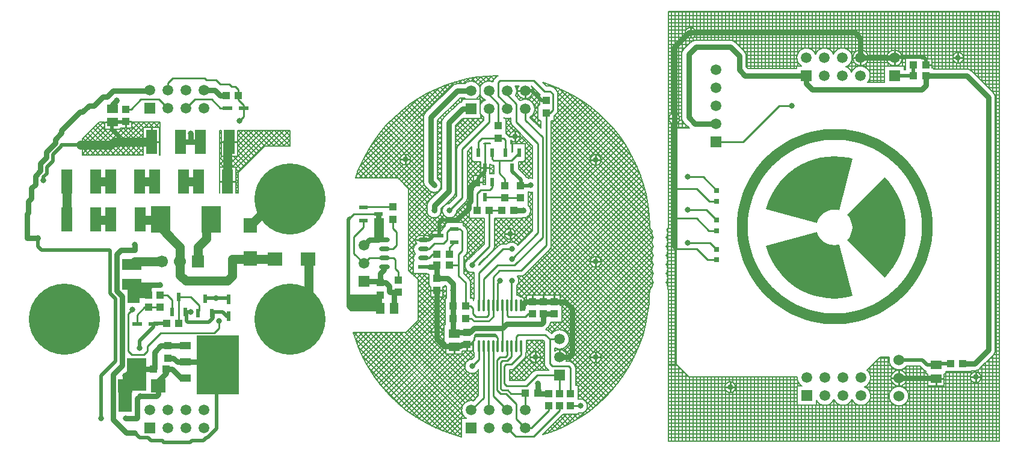
<source format=gtl>
%FSDAX24Y24*%
%MOIN*%
%SFA1B1*%

%IPPOS*%
%ADD10C,0.059100*%
%ADD11C,0.008000*%
%ADD12R,0.106300X0.063000*%
%ADD13R,0.043300X0.039400*%
%ADD14R,0.039400X0.043300*%
%ADD15R,0.051200X0.059100*%
%ADD16R,0.059100X0.051200*%
%ADD17R,0.082700X0.072800*%
%ADD18R,0.057100X0.021700*%
%ADD19R,0.072800X0.082700*%
%ADD20R,0.110000X0.150000*%
%ADD21R,0.021700X0.057100*%
%ADD22R,0.031500X0.031500*%
%ADD23R,0.023600X0.051200*%
%ADD24R,0.051200X0.023600*%
%ADD25R,0.063000X0.133900*%
%ADD26R,0.061000X0.043300*%
%ADD27R,0.061000X0.043300*%
%ADD28R,0.061000X0.135800*%
%ADD29O,0.013800X0.070900*%
%ADD30R,0.059800X0.024000*%
%ADD31O,0.059800X0.024000*%
%ADD32C,0.039400*%
%ADD33C,0.010000*%
%ADD34C,0.020000*%
%ADD35C,0.050000*%
%ADD36C,0.030000*%
%ADD37C,0.015000*%
%ADD38R,0.075000X0.170000*%
%ADD39R,0.105000X0.180000*%
%ADD40R,0.070000X0.060000*%
%ADD41R,0.135000X0.090000*%
%ADD42R,0.235000X0.325000*%
%ADD43R,0.057500X0.121000*%
%ADD44R,0.166000X0.080000*%
%ADD45C,0.031500*%
%ADD46C,0.393700*%
%ADD47R,0.059100X0.059100*%
%ADD48C,0.059100*%
%ADD49R,0.059100X0.059100*%
%ADD50R,0.066900X0.066900*%
%ADD51C,0.066900*%
%ADD52C,0.060000*%
%LNde-180417-1*%
%LPD*%
G36*
X064815Y034177D02*
X065198Y034121D01*
X065448Y034058*
X064684Y031206*
X064622Y031225*
X064429Y031244*
X064236Y031225*
X064050Y031168*
X063879Y031077*
X063729Y030954*
X063606Y030804*
X063515Y030633*
X063478Y030510*
Y030509*
Y030510*
X060625Y031274*
X060657Y031399*
X060787Y031763*
X060952Y032113*
X061151Y032445*
X061382Y032755*
X061642Y033042*
X061928Y033302*
X062239Y033532*
X062571Y033731*
X062920Y033896*
X063285Y034027*
X063660Y034121*
X064042Y034177*
X064429Y034196*
X064815Y034177*
G37*
G36*
X067216Y033042D02*
X067476Y032755D01*
X067706Y032445*
X067905Y032113*
X068070Y031763*
X068201Y031399*
X068295Y031024*
X068352Y030641*
X068370Y030255*
X068352Y029868*
X068295Y029486*
X068201Y029110*
X068070Y028746*
X067905Y028397*
X067706Y028065*
X067476Y027754*
X067216Y027467*
X067213Y027471*
X065128Y029555*
X065251Y029705*
X065342Y029876*
X065399Y030062*
X065418Y030255*
X065399Y030448*
X065342Y030633*
X065251Y030804*
X065128Y030954*
X067216Y033042*
G37*
G36*
X063515Y029876D02*
X063606Y029705D01*
X063729Y029555*
X063879Y029432*
X064050Y029341*
X064236Y029285*
X064429Y029266*
X064622Y029285*
X064684Y029304*
X064683*
X064684*
X065448Y026451*
X065198Y026389*
X064815Y026332*
X064429Y026313*
X064042Y026332*
X063660Y026389*
X063285Y026483*
X062920Y026613*
X062571Y026778*
X062239Y026977*
X061928Y027208*
X061642Y027467*
X061382Y027754*
X061151Y028065*
X060952Y028397*
X060787Y028746*
X060657Y029110*
X060625Y029236*
X060626*
X063478Y030000*
X063515Y029876*
G37*
G54D10*
X069568Y030300D02*
D01*
X069555Y030657*
X069518Y031012*
X069456Y031364*
X069369Y031710*
X069259Y032050*
X069125Y032381*
X068968Y032702*
X068790Y033012*
X068590Y033308*
X068370Y033589*
X068131Y033855*
X067874Y034103*
X067600Y034333*
X067311Y034543*
X067009Y034732*
X066693Y034900*
X066367Y035045*
X066031Y035167*
X065688Y035265*
X065338Y035340*
X064984Y035389*
X064628Y035414*
X064271*
X063915Y035389*
X063561Y035340*
X063211Y035265*
X062868Y035167*
X062532Y035045*
X062206Y034900*
X061890Y034732*
X061588Y034543*
X061299Y034333*
X061025Y034103*
X060768Y033855*
X060529Y033589*
X060309Y033308*
X060109Y033012*
X059931Y032702*
X059774Y032381*
X059640Y032050*
X059530Y031710*
X059443Y031364*
X059381Y031012*
X059344Y030657*
X059332Y030300*
X059344Y029942*
X059381Y029587*
X059443Y029235*
X059530Y028889*
X059640Y028549*
X059774Y028218*
X059931Y027897*
X060109Y027587*
X060309Y027291*
X060529Y027010*
X060768Y026744*
X061025Y026496*
X061299Y026266*
X061588Y026056*
X061891Y025867*
X062206Y025699*
X062532Y025554*
X062868Y025432*
X063211Y025334*
X063561Y025259*
X063915Y025210*
X064271Y025185*
X064628*
X064984Y025210*
X065338Y025259*
X065688Y025334*
X066031Y025432*
X066367Y025554*
X066693Y025699*
X067009Y025867*
X067311Y026056*
X067600Y026266*
X067874Y026496*
X068131Y026744*
X068370Y027010*
X068590Y027291*
X068790Y027587*
X068968Y027897*
X069125Y028218*
X069259Y028549*
X069369Y028889*
X069456Y029235*
X069518Y029587*
X069555Y029942*
X069568Y030300*
G54D11*
X042697Y024450D02*
D01*
X042696Y024470*
X042694Y024491*
X042690Y024511*
X042685Y024531*
X042679Y024551*
X042671Y024570*
X042662Y024589*
X042651Y024607*
X042640Y024624*
X042627Y024640*
X042613Y024656*
X042598Y024670*
X042582Y024684*
X042566Y024696*
X042548Y024707*
X042530Y024716*
X042511Y024725*
X042491Y024732*
X042471Y024738*
X042451Y024742*
X042431Y024745*
X042410Y024746*
X042389*
X042368Y024745*
X042348Y024742*
X042328Y024738*
X042308Y024732*
X042288Y024725*
X042269Y024716*
X042251Y024707*
X042233Y024696*
X042217Y024684*
X042201Y024670*
X042186Y024656*
X042172Y024640*
X042159Y024624*
X042148Y024607*
X042137Y024589*
X042128Y024570*
X042120Y024551*
X042114Y024531*
X042109Y024511*
X042105Y024491*
X042103Y024470*
X042103Y024450*
X042103Y024429*
X042105Y024408*
X042109Y024388*
X042114Y024368*
X042120Y024348*
X042128Y024329*
X042137Y024310*
X042148Y024292*
X042159Y024275*
X042172Y024259*
X042186Y024243*
X042201Y024229*
X042217Y024215*
X042233Y024203*
X042251Y024192*
X042269Y024183*
X042288Y024174*
X042308Y024167*
X042328Y024161*
X042348Y024157*
X042368Y024154*
X042389Y024153*
X042410*
X042431Y024154*
X042451Y024157*
X042471Y024161*
X042491Y024167*
X042511Y024174*
X042530Y024183*
X042548Y024192*
X042566Y024203*
X042582Y024215*
X042598Y024229*
X042613Y024243*
X042627Y024259*
X042640Y024275*
X042651Y024292*
X042662Y024310*
X042671Y024329*
X042679Y024348*
X042685Y024368*
X042690Y024388*
X042694Y024408*
X042696Y024429*
X042697Y024450*
X041212Y028800D02*
D01*
X041195Y028781*
X041179Y028761*
X041165Y028740*
X041153Y028718*
X041142Y028696*
X041132Y028673*
X041124Y028649*
X041118Y028624*
X041114Y028600*
X041111Y028575*
X041111Y028549*
X041111Y028524*
X041114Y028499*
X041118Y028475*
X041124Y028450*
X041132Y028426*
X041139Y028410*
X041291Y029362D02*
D01*
X041269Y029348*
X041249Y029333*
X041230Y029317*
X041211Y029300*
X041195Y029281*
X041179Y029261*
X041165Y029240*
X041153Y029219*
X041141Y029196*
X041132Y029173*
X041124Y029149*
X041118Y029125*
X041114Y029100*
X041111Y029075*
X041110Y029050*
X041111Y029024*
X041114Y028999*
X041118Y028975*
X041124Y028950*
X041132Y028926*
X041141Y028903*
X041152Y028880*
X041165Y028859*
X041179Y028838*
X041194Y028818*
X041211Y028799*
X041212Y028800*
X041471Y029810D02*
D01*
X041452Y029809*
X041434Y029807*
X041416Y029804*
X041399Y029799*
X041382Y029794*
X041365Y029787*
X041348Y029779*
X041333Y029770*
X041318Y029760*
X041303Y029749*
X041290Y029737*
X041277Y029723*
X041266Y029710*
X041255Y029695*
X041245Y029680*
X041237Y029663*
X041229Y029647*
X041223Y029630*
X041218Y029612*
X041214Y029595*
X041212Y029577*
X041211Y029559*
Y029540*
X041212Y029522*
X041214Y029504*
X041218Y029487*
X041223Y029469*
X041229Y029452*
X041237Y029436*
X041245Y029420*
X041255Y029404*
X041266Y029389*
X041277Y029376*
X041290Y029362*
X041291Y029362*
X041850Y027690D02*
D01*
X041875Y027680*
X041901Y027672*
X041928Y027666*
X041955Y027662*
X041963Y027662*
X042086Y029589D02*
D01*
X042082Y029606*
X042078Y029624*
X042072Y029641*
X042065Y029658*
X042057Y029674*
X042047Y029690*
X042037Y029705*
X042026Y029719*
X042013Y029732*
X042000Y029745*
X041986Y029756*
X041971Y029767*
X041956Y029776*
X041940Y029784*
X041923Y029792*
X041906Y029798*
X041889Y029802*
X041871Y029806*
X041853Y029808*
X041835Y029809*
X041829Y029810*
X042141Y029619D02*
D01*
X042122Y029610*
X042104Y029601*
X042087Y029590*
X042086Y029589*
X042141Y029619D02*
D01*
X042122Y029610*
X042104Y029601*
X042087Y029590*
X042086Y029589*
X042745Y030205D02*
D01*
X042731Y030190*
X042718Y030174*
X042706Y030157*
X042696Y030140*
X042687Y030122*
X042679Y030103*
X042672Y030084*
X042667Y030065*
X042666Y030058*
X042745Y030205D02*
D01*
X042731Y030190*
X042718Y030174*
X042706Y030157*
X042696Y030140*
X042687Y030122*
X042679Y030103*
X042672Y030084*
X042667Y030065*
X042666Y030058*
X037772Y024423D02*
D01*
X037954Y023867*
X038175Y023326*
X038432Y022802*
X038726Y022297*
X039055Y021813*
X039416Y021354*
X039808Y020921*
X040230Y020517*
X040679Y020142*
X041153Y019801*
X041649Y019493*
X042166Y019220*
X042701Y018984*
X043251Y018786*
X043775Y018637*
X044423Y020643D02*
D01*
X044386Y020649*
X044349Y020653*
X044311Y020655*
X044274Y020653*
X044237Y020650*
X044200Y020643*
X044164Y020634*
X044128Y020623*
X044094Y020609*
X044060Y020593*
X044027Y020574*
X043996Y020553*
X043967Y020531*
X043939Y020506*
X043913Y020479*
X043889Y020450*
X043867Y020420*
X043847Y020389*
X043829Y020356*
X043814Y020322*
X043801Y020287*
X043791Y020251*
X043783Y020214*
X043778Y020177*
X043775Y020140*
X043775Y020103*
X043777Y020065*
X043782Y020028*
X043790Y019992*
X043800Y019956*
X043813Y019921*
X043828Y019887*
X043845Y019854*
X043865Y019822*
X043887Y019791*
X043911Y019763*
X043937Y019736*
X043964Y019711*
X043994Y019688*
X044024Y019667*
X044044Y019655*
X044440Y023393D02*
D01*
X044440Y023371*
X044443Y023349*
X044446Y023328*
X044451Y023307*
X044458Y023287*
X044458Y023286*
X044337Y022947D02*
D01*
X044309Y022945*
X044281Y022941*
X044254Y022935*
X044228Y022928*
X044202Y022918*
X044176Y022907*
X044152Y022894*
X044128Y022879*
X044106Y022863*
X044084Y022845*
X044064Y022826*
X044046Y022805*
X044029Y022784*
X044013Y022761*
X043999Y022737*
X043987Y022712*
X043977Y022686*
X043968Y022660*
X043961Y022633*
X043956Y022606*
X043953Y022578*
X043952Y022550*
X043953Y022523*
X043956Y022495*
X043961Y022468*
X043967Y022441*
X043976Y022414*
X043986Y022389*
X043998Y022364*
X044012Y022340*
X044028Y022317*
X044045Y022295*
X044063Y022274*
X044083Y022255*
X044104Y022237*
X044127Y022221*
X044150Y022206*
X044175Y022193*
X044200Y022182*
X044226Y022172*
X044253Y022164*
X044280Y022158*
X044307Y022155*
X044335Y022153*
X044363Y022153*
X044390Y022154*
X044418Y022158*
X044445Y022164*
X044471Y022171*
X044497Y022181*
X044523Y022192*
X044547Y022205*
X044571Y022220*
X044593Y022236*
X044615Y022254*
X044635Y022273*
X044653Y022294*
X044670Y022315*
X044686Y022338*
X044700Y022362*
X044712Y022387*
X044714Y022391*
X044487Y024128D02*
D01*
X044476Y024109*
X044466Y024089*
X044458Y024069*
X044451Y024049*
X044446Y024028*
X044442Y024007*
X044440Y023985*
X044439Y023964*
X044440Y023963*
X044662Y024260D02*
D01*
X044641Y024253*
X044621Y024245*
X044602Y024235*
X044583Y024224*
X044577Y024220*
X044876Y024245D02*
D01*
X044856Y024253*
X044835Y024260*
X044835Y024260*
X044918D02*
D01*
X044897Y024253*
X044877Y024245*
X044876Y024245*
X042925Y026827D02*
D01*
X042920Y026799*
X042918Y026771*
X042917Y026744*
X042918Y026716*
X042922Y026688*
X042925Y026673*
X044213Y028523D02*
D01*
X044187Y028512*
X044162Y028500*
X044138Y028486*
X044115Y028470*
X044093Y028453*
X044073Y028435*
X044053Y028415*
X044036Y028393*
X044019Y028371*
X044005Y028347*
X043992Y028323*
X043981Y028297*
X043971Y028271*
X043964Y028245*
X043958Y028217*
X043954Y028190*
X043952Y028162*
X043952Y028134*
X043954Y028107*
X043958Y028079*
X043964Y028052*
X043972Y028026*
X043982Y028000*
X043993Y027974*
X044006Y027950*
X044021Y027926*
X044037Y027904*
X044055Y027883*
X044074Y027863*
X044095Y027844*
X044117Y027827*
X044140Y027812*
X044164Y027798*
X044189Y027786*
X044215Y027776*
X044241Y027767*
X044268Y027761*
X044295Y027756*
X044323Y027753*
X044351Y027752*
X044378Y027753*
X044406Y027756*
X044433Y027761*
X044459Y027768*
X044005Y028745D02*
D01*
X044018Y028759*
X044031Y028775*
X044043Y028792*
X044053Y028809*
X044062Y028827*
X044070Y028846*
X044077Y028865*
X044082Y028884*
X044086Y028904*
X044088Y028924*
X044089Y028944*
X044090Y028950*
X044005Y028745D02*
D01*
X044018Y028759*
X044031Y028775*
X044043Y028792*
X044053Y028809*
X044062Y028827*
X044070Y028846*
X044077Y028865*
X044082Y028884*
X044086Y028904*
X044088Y028924*
X044089Y028944*
X044090Y028950*
Y030050D02*
D01*
X044089Y030070*
X044087Y030090*
X044083Y030110*
X044078Y030129*
X044072Y030149*
X044064Y030167*
X044056Y030186*
X044045Y030203*
X044034Y030220*
X044022Y030236*
X044008Y030251*
X044005Y030255*
X044090Y030050D02*
D01*
X044089Y030070*
X044087Y030090*
X044083Y030110*
X044078Y030129*
X044072Y030149*
X044064Y030167*
X044056Y030186*
X044045Y030203*
X044034Y030220*
X044022Y030236*
X044008Y030251*
X044005Y030255*
X044441Y026239D02*
D01*
X044439Y026217*
X044440Y026207*
X044275Y027185D02*
D01*
X044274Y027205*
X044272Y027225*
X044268Y027245*
X044263Y027264*
X044257Y027284*
X044249Y027302*
X044241Y027321*
X044230Y027338*
X044219Y027355*
X044207Y027371*
X044193Y027386*
X044190Y027390*
X044275Y027185D02*
D01*
X044274Y027205*
X044272Y027225*
X044268Y027245*
X044263Y027264*
X044257Y027284*
X044249Y027302*
X044241Y027321*
X044230Y027338*
X044219Y027355*
X044207Y027371*
X044193Y027386*
X044190Y027390*
X044458Y026314D02*
D01*
X044451Y026293*
X044446Y026272*
X044442Y026251*
X044441Y026239*
X044747Y028158D02*
D01*
X044745Y028185*
X044742Y028213*
X044739Y028229*
X041660Y032800D02*
D01*
X041660Y032772*
X041663Y032745*
X041668Y032718*
X041675Y032692*
X041683Y032666*
X041693Y032641*
X041705Y032616*
X041719Y032593*
X041734Y032570*
X041751Y032549*
X041769Y032529*
X041774Y032524*
X041660Y032800D02*
D01*
X041660Y032772*
X041663Y032745*
X041668Y032718*
X041675Y032692*
X041683Y032666*
X041693Y032641*
X041705Y032616*
X041719Y032593*
X041734Y032570*
X041751Y032549*
X041769Y032529*
X041774Y032524*
X041860Y031263D02*
D01*
X041855Y031235*
X041853Y031207*
X041852Y031180*
X041853Y031152*
X041857Y031124*
X041862Y031097*
X041869Y031070*
X041878Y031044*
X041889Y031019*
X041901Y030994*
X041915Y030970*
X041931Y030947*
X041949Y030926*
X041968Y030905*
X041988Y030886*
X042009Y030869*
X042032Y030853*
X042056Y030838*
X042080Y030826*
X042106Y030815*
X042132Y030806*
X042159Y030798*
X042186Y030793*
X042214Y030790*
X042241Y030788*
X042269Y030788*
X042297Y030791*
X042324Y030795*
X042351Y030801*
X042378Y030809*
X042404Y030819*
X042429Y030831*
X042453Y030844*
X042477Y030859*
X042499Y030876*
X042520Y030894*
X042539Y030914*
X042558Y030934*
X042574Y030957*
X042590Y030980*
X042603Y031004*
X042615Y031029*
X042625Y031055*
X042633Y031081*
X042640Y031109*
X042644Y031136*
X042646Y031164*
X042647Y031187*
X041974Y031726D02*
D01*
X041955Y031706*
X041938Y031684*
X041922Y031662*
X041908Y031639*
X041896Y031614*
X041885Y031589*
X041876Y031564*
X041869Y031537*
X041864Y031511*
X041861Y031484*
X041859Y031456*
X041860Y031450*
X041974Y031726D02*
D01*
X041955Y031706*
X041938Y031684*
X041922Y031662*
X041908Y031639*
X041896Y031614*
X041885Y031589*
X041876Y031564*
X041869Y031537*
X041864Y031511*
X041861Y031484*
X041859Y031456*
X041860Y031450*
X041920Y032378D02*
D01*
X041936Y032355*
X041954Y032334*
X041973Y032314*
X041993Y032295*
X042015Y032278*
X042038Y032262*
X042062Y032249*
X042087Y032236*
X042113Y032226*
X042139Y032217*
X042166Y032211*
X042194Y032206*
X042221Y032203*
X042249Y032202*
X042277Y032203*
X042304Y032206*
X042332Y032210*
X042359Y032217*
X042385Y032226*
X042411Y032236*
X042436Y032248*
X042460Y032262*
X042483Y032277*
X042505Y032295*
X042525Y032313*
X042545Y032333*
X042563Y032354*
X042579Y032377*
X042594Y032400*
X042607Y032425*
X042618Y032450*
X042628Y032476*
X042635Y032503*
X042641Y032530*
X042645Y032557*
X042647Y032585*
X042647Y032600*
Y031187D02*
D01*
X042646Y031214*
X042643Y031242*
X042640Y031263*
X042810Y031459D02*
D01*
X042791Y031438*
X042774Y031415*
X042759Y031392*
X042746Y031368*
X042734Y031343*
X042724Y031317*
X042716Y031291*
X042709Y031263*
X042705Y031236*
X042703Y031208*
X042702Y031181*
X042703Y031153*
X042707Y031125*
X042712Y031098*
X042719Y031071*
X042728Y031045*
X042739Y031020*
X042751Y030995*
X042765Y030971*
X042781Y030948*
X042799Y030927*
X042818Y030906*
X042838Y030887*
X042859Y030870*
X042882Y030854*
X042906Y030839*
X042930Y030827*
X042956Y030816*
X042982Y030807*
X043009Y030799*
X043036Y030794*
X043064Y030791*
X043091Y030789*
X043119Y030789*
X043147Y030792*
X043174Y030796*
X043201Y030802*
X043228Y030810*
X043254Y030820*
X043279Y030832*
X043303Y030845*
X043327Y030860*
X043349Y030877*
X043370Y030895*
X043390Y030915*
X043408Y030935*
X043425Y030958*
X043440Y030981*
X043453Y031005*
X043465Y031030*
X043475Y031056*
X043483Y031082*
X043490Y031110*
X043494Y031137*
X043496Y031165*
X043497Y031174*
X043087Y031584D02*
D01*
X043059Y031582*
X043031Y031578*
X043004Y031572*
X042978Y031565*
X042952Y031555*
X042926Y031544*
X042902Y031531*
X042878Y031516*
X042856Y031500*
X042834Y031482*
X042828Y031476*
X043326Y031974D02*
D01*
X043344Y031993*
X043361Y032015*
X043377Y032037*
X043391Y032060*
X043403Y032085*
X043414Y032110*
X043423Y032135*
X043430Y032162*
X043435Y032188*
X043438Y032215*
X043440Y032243*
X043440Y032250*
X043326Y031974D02*
D01*
X043344Y031993*
X043361Y032015*
X043377Y032037*
X043391Y032060*
X043403Y032085*
X043414Y032110*
X043423Y032135*
X043430Y032162*
X043435Y032188*
X043438Y032215*
X043440Y032243*
X043440Y032250*
X042647Y032600D02*
D01*
X042646Y032627*
X042643Y032655*
X042638Y032682*
X042631Y032709*
X042623Y032735*
X042612Y032761*
X042600Y032786*
X042586Y032810*
X042571Y032833*
X042554Y032855*
X042535Y032875*
X042515Y032895*
X042494Y032912*
X042471Y032929*
X042471Y032930*
X040947Y034020D02*
D01*
X040946Y034040*
X040944Y034061*
X040940Y034081*
X040935Y034101*
X040929Y034121*
X040921Y034140*
X040912Y034159*
X040901Y034177*
X040890Y034194*
X040877Y034210*
X040863Y034226*
X040848Y034240*
X040832Y034254*
X040816Y034266*
X040798Y034277*
X040780Y034286*
X040761Y034295*
X040741Y034302*
X040721Y034308*
X040701Y034312*
X040681Y034315*
X040660Y034316*
X040639*
X040618Y034315*
X040598Y034312*
X040578Y034308*
X040558Y034302*
X040538Y034295*
X040519Y034286*
X040501Y034277*
X040483Y034266*
X040467Y034254*
X040451Y034240*
X040436Y034226*
X040422Y034210*
X040409Y034194*
X040398Y034177*
X040387Y034159*
X040378Y034140*
X040370Y034121*
X040364Y034101*
X040359Y034081*
X040355Y034061*
X040353Y034040*
X040353Y034020*
X040353Y033999*
X040355Y033978*
X040359Y033958*
X040364Y033938*
X040370Y033918*
X040378Y033899*
X040387Y033880*
X040398Y033862*
X040409Y033845*
X040422Y033829*
X040436Y033813*
X040451Y033799*
X040467Y033785*
X040483Y033773*
X040501Y033762*
X040519Y033753*
X040538Y033744*
X040558Y033737*
X040578Y033731*
X040598Y033727*
X040618Y033724*
X040639Y033723*
X040660*
X040681Y033724*
X040701Y033727*
X040721Y033731*
X040741Y033737*
X040761Y033744*
X040780Y033753*
X040798Y033762*
X040816Y033773*
X040832Y033785*
X040848Y033799*
X040863Y033813*
X040877Y033829*
X040890Y033845*
X040901Y033862*
X040912Y033880*
X040921Y033899*
X040929Y033918*
X040935Y033938*
X040940Y033958*
X040944Y033978*
X040946Y033999*
X040947Y034020*
X042774Y036326D02*
D01*
X042755Y036306*
X042738Y036284*
X042722Y036262*
X042708Y036239*
X042696Y036214*
X042685Y036189*
X042676Y036164*
X042669Y036137*
X042664Y036111*
X042661Y036084*
X042659Y036056*
X042660Y036050*
X041774Y036626D02*
D01*
X041755Y036606*
X041738Y036584*
X041722Y036562*
X041708Y036539*
X041696Y036514*
X041685Y036489*
X041676Y036464*
X041669Y036437*
X041664Y036411*
X041661Y036384*
X041659Y036356*
X041660Y036350*
X041774Y036626D02*
D01*
X041755Y036606*
X041738Y036584*
X041722Y036562*
X041708Y036539*
X041696Y036514*
X041685Y036489*
X041676Y036464*
X041669Y036437*
X041664Y036411*
X041661Y036384*
X041659Y036356*
X041660Y036350*
X042774Y036326D02*
D01*
X042755Y036306*
X042738Y036284*
X042722Y036262*
X042708Y036239*
X042696Y036214*
X042685Y036189*
X042676Y036164*
X042669Y036137*
X042664Y036111*
X042661Y036084*
X042659Y036056*
X042660Y036050*
X044005Y031682D02*
D01*
X044018Y031696*
X044031Y031712*
X044043Y031729*
X044053Y031746*
X044062Y031764*
X044070Y031783*
X044077Y031802*
X044082Y031821*
X044086Y031841*
X044088Y031861*
X044089Y031881*
X044090Y031887*
X044005Y031682D02*
D01*
X044018Y031696*
X044031Y031712*
X044043Y031729*
X044053Y031746*
X044062Y031764*
X044070Y031783*
X044077Y031802*
X044082Y031821*
X044086Y031841*
X044088Y031861*
X044089Y031881*
X044090Y031887*
X044436Y032346D02*
D01*
X044422Y032331*
X044409Y032315*
X044397Y032298*
X044387Y032281*
X044378Y032263*
X044370Y032244*
X044363Y032225*
X044358Y032206*
X044354Y032186*
X044352Y032166*
X044351Y032146*
X044351Y032141*
X044436Y032346D02*
D01*
X044422Y032331*
X044409Y032315*
X044397Y032298*
X044387Y032281*
X044378Y032263*
X044370Y032244*
X044363Y032225*
X044358Y032206*
X044354Y032186*
X044352Y032166*
X044351Y032146*
X044351Y032141*
X043595Y034805D02*
D01*
X043581Y034790*
X043568Y034774*
X043556Y034757*
X043546Y034740*
X043537Y034722*
X043529Y034703*
X043522Y034684*
X043517Y034665*
X043513Y034645*
X043511Y034625*
X043510Y034605*
X043510Y034600*
X043595Y034805D02*
D01*
X043581Y034790*
X043568Y034774*
X043556Y034757*
X043546Y034740*
X043537Y034722*
X043529Y034703*
X043522Y034684*
X043517Y034665*
X043513Y034645*
X043511Y034625*
X043510Y034605*
X043510Y034600*
X045798Y038671D02*
D01*
X045214Y038649*
X044633Y038587*
X044057Y038485*
X043491Y038342*
X042935Y038161*
X042394Y037941*
X041869Y037684*
X041364Y037391*
X040880Y037064*
X040420Y036703*
X039986Y036311*
X039581Y035890*
X039206Y035442*
X038864Y034969*
X038555Y034473*
X038282Y033957*
X038045Y033422*
X037884Y032991*
X043530Y038220D02*
D01*
X043502Y038219*
X043475Y038216*
X043448Y038211*
X043422Y038204*
X043396Y038196*
X043371Y038186*
X043346Y038174*
X043323Y038160*
X043300Y038145*
X043279Y038128*
X043259Y038110*
X043254Y038106*
X043530Y038220D02*
D01*
X043502Y038219*
X043475Y038216*
X043448Y038211*
X043422Y038204*
X043396Y038196*
X043371Y038186*
X043346Y038174*
X043323Y038160*
X043300Y038145*
X043279Y038128*
X043259Y038110*
X043254Y038106*
X043755Y037213D02*
D01*
X043728Y037206*
X043702Y037198*
X043677Y037189*
X043652Y037177*
X043628Y037164*
X043605Y037149*
X043583Y037132*
X043563Y037115*
X043554Y037106*
X043755Y037213D02*
D01*
X043728Y037206*
X043702Y037198*
X043677Y037189*
X043652Y037177*
X043628Y037164*
X043605Y037149*
X043583Y037132*
X043563Y037115*
X043554Y037106*
X044825Y036564D02*
D01*
X044844Y036532*
X044866Y036501*
X044890Y036473*
X044916Y036446*
X044944Y036421*
X044973Y036397*
X045000Y036380*
X045099Y037330D02*
D01*
X045064Y037315*
X045031Y037298*
X044999Y037279*
X044968Y037257*
X044939Y037234*
X044912Y037209*
X044886Y037181*
X044863Y037152*
X044841Y037122*
X044825Y037096*
X043923Y037440D02*
D01*
X043951Y037415*
X043980Y037392*
X044012Y037372*
X044024Y037365*
X044790Y038021D02*
D01*
X044775Y038055*
X044758Y038088*
X044739Y038120*
X044717Y038151*
X044694Y038180*
X044669Y038207*
X044641Y038233*
X044612Y038256*
X044582Y038278*
X044550Y038297*
X044516Y038314*
X044482Y038329*
X044447Y038341*
X044411Y038351*
X044374Y038358*
X044337Y038363*
X044300Y038365*
X044262Y038364*
X044225Y038361*
X044188Y038355*
X044152Y038347*
X044116Y038336*
X044081Y038323*
X044047Y038307*
X044015Y038289*
X043983Y038268*
X043953Y038246*
X043925Y038222*
X043923Y038220*
X044556Y037365D02*
D01*
X044587Y037384*
X044618Y037406*
X044646Y037430*
X044673Y037456*
X044698Y037484*
X044722Y037513*
X044743Y037544*
X044761Y037576*
X044778Y037610*
X044790Y037639*
D01*
X044804Y037604*
X044821Y037571*
X044840Y037539*
X044862Y037508*
X044885Y037479*
X044910Y037452*
X044938Y037426*
X044967Y037403*
X044997Y037381*
X045029Y037362*
X045063Y037345*
X045097Y037330*
X045099Y037330*
X045511Y038318D02*
D01*
X045476Y038332*
X045440Y038344*
X045404Y038353*
X045367Y038360*
X045330Y038364*
X045293Y038365*
X045256Y038364*
X045218Y038360*
X045181Y038354*
X045145Y038345*
X045109Y038334*
X045075Y038320*
X045041Y038304*
X045009Y038286*
X044977Y038265*
X044948Y038242*
X044920Y038217*
X044894Y038190*
X044869Y038162*
X044847Y038132*
X044827Y038100*
X044810Y038067*
X044794Y038033*
X044790Y038021*
X046520Y022370D02*
D01*
X046540Y022370*
X046560Y022372*
X046580Y022376*
X046599Y022381*
X046619Y022387*
X046637Y022395*
X046656Y022403*
X046673Y022414*
X046690Y022425*
X046706Y022437*
X046721Y022451*
X046725Y022455*
X046520Y022370D02*
D01*
X046540Y022370*
X046560Y022372*
X046580Y022376*
X046599Y022381*
X046619Y022387*
X046637Y022395*
X046656Y022403*
X046673Y022414*
X046690Y022425*
X046706Y022437*
X046721Y022451*
X046725Y022455*
X045132Y024245D02*
D01*
X045112Y024253*
X045091Y024260*
X045091Y024260*
X045174D02*
D01*
X045153Y024253*
X045133Y024245*
X045132Y024245*
X045388D02*
D01*
X045368Y024253*
X045347Y024260*
X045346Y024260*
X047257Y022987D02*
D01*
X047270Y023001*
X047283Y023017*
X047295Y023034*
X047305Y023051*
X047314Y023069*
X047322Y023088*
X047329Y023107*
X047334Y023126*
X047338Y023146*
X047340Y023166*
X047341Y023186*
X047342Y023192*
X047257Y022987D02*
D01*
X047270Y023001*
X047283Y023017*
X047295Y023034*
X047305Y023051*
X047314Y023069*
X047322Y023088*
X047329Y023107*
X047334Y023126*
X047338Y023146*
X047340Y023166*
X047341Y023186*
X047342Y023192*
Y023286D02*
D01*
X047348Y023306*
X047353Y023327*
X047357Y023348*
X047359Y023370*
X047360Y023391*
X047360Y023393*
Y023963D02*
D01*
X047359Y023984*
X047356Y024006*
X047357Y024010*
X047950Y022340D02*
D01*
X047929Y022339*
X047909Y022337*
X047889Y022333*
X047870Y022328*
X047850Y022322*
X047832Y022314*
X047813Y022306*
X047796Y022295*
X047779Y022284*
X047763Y022272*
X047748Y022258*
X047745Y022255*
X047950Y022340D02*
D01*
X047929Y022339*
X047909Y022337*
X047889Y022333*
X047870Y022328*
X047850Y022322*
X047832Y022314*
X047813Y022306*
X047796Y022295*
X047779Y022284*
X047763Y022272*
X047748Y022258*
X047745Y022255*
X048147Y023070D02*
D01*
X048146Y023090*
X048144Y023111*
X048140Y023131*
X048135Y023151*
X048129Y023171*
X048121Y023190*
X048112Y023209*
X048101Y023227*
X048090Y023244*
X048077Y023260*
X048063Y023276*
X048048Y023290*
X048032Y023304*
X048016Y023316*
X047998Y023327*
X047980Y023336*
X047961Y023345*
X047941Y023352*
X047921Y023358*
X047901Y023362*
X047881Y023365*
X047860Y023366*
X047839*
X047818Y023365*
X047798Y023362*
X047778Y023358*
X047758Y023352*
X047738Y023345*
X047719Y023336*
X047701Y023327*
X047683Y023316*
X047667Y023304*
X047651Y023290*
X047636Y023276*
X047622Y023260*
X047609Y023244*
X047598Y023227*
X047587Y023209*
X047578Y023190*
X047570Y023171*
X047564Y023151*
X047559Y023131*
X047555Y023111*
X047553Y023090*
X047553Y023070*
X047553Y023049*
X047555Y023028*
X047559Y023008*
X047564Y022988*
X047570Y022968*
X047578Y022949*
X047587Y022930*
X047598Y022912*
X047609Y022895*
X047622Y022879*
X047636Y022863*
X047651Y022849*
X047667Y022835*
X047683Y022823*
X047701Y022812*
X047719Y022803*
X047738Y022794*
X047758Y022787*
X047778Y022781*
X047798Y022777*
X047818Y022774*
X047839Y022773*
X047860*
X047881Y022774*
X047901Y022777*
X047921Y022781*
X047941Y022787*
X047961Y022794*
X047980Y022803*
X047998Y022812*
X048016Y022823*
X048032Y022835*
X048048Y022849*
X048063Y022863*
X048077Y022879*
X048090Y022895*
X048101Y022912*
X048112Y022930*
X048121Y022949*
X048129Y022968*
X048135Y022988*
X048140Y023008*
X048144Y023028*
X048146Y023049*
X048147Y023070*
X048360Y022700D02*
D01*
X048360Y022679*
X048362Y022659*
X048366Y022639*
X048371Y022620*
X048377Y022600*
X048385Y022582*
X048393Y022563*
X048404Y022546*
X048415Y022529*
X048427Y022513*
X048441Y022498*
X048445Y022495*
X048360Y022700D02*
D01*
X048360Y022679*
X048362Y022659*
X048366Y022639*
X048371Y022620*
X048377Y022600*
X048385Y022582*
X048393Y022563*
X048404Y022546*
X048415Y022529*
X048427Y022513*
X048441Y022498*
X048445Y022495*
X045430Y024260D02*
D01*
X045409Y024253*
X045389Y024245*
X045388Y024245*
X045738Y024178D02*
D01*
X045722Y024192*
X045705Y024206*
X045688Y024219*
X045670Y024230*
X045651Y024240*
X045631Y024249*
X045611Y024257*
X045602Y024260*
X047025Y026415D02*
D01*
X047010Y026430*
X046993Y026444*
X046976Y026458*
X046959Y026470*
X046940Y026480*
X046921Y026490*
X046901Y026498*
X046880Y026504*
X046859Y026510*
X046838Y026513*
X046830Y026514*
X047260Y026207D02*
D01*
X047259Y026221*
X047257Y026236*
X047255Y026250*
X047251Y026264*
X047247Y026278*
X047241Y026292*
X047235Y026305*
X047228Y026317*
X047220Y026329*
X047211Y026341*
X047201Y026352*
X047190Y026362*
X047179Y026371*
X047167Y026380*
X047155Y026387*
X047142Y026394*
X047129Y026400*
X047115Y026405*
X047101Y026409*
X047087Y026412*
X047072Y026414*
X047058Y026415*
X047043*
X047029Y026414*
X047025Y026415*
X045516Y029006D02*
D01*
X045529Y029020*
X045542Y029036*
X045554Y029053*
X045564Y029070*
X045573Y029088*
X045581Y029107*
X045588Y029126*
X045593Y029145*
X045597Y029165*
X045599Y029185*
X045600Y029205*
X045601Y029211*
X045516Y029006D02*
D01*
X045529Y029020*
X045542Y029036*
X045554Y029053*
X045564Y029070*
X045573Y029088*
X045581Y029107*
X045588Y029126*
X045593Y029145*
X045597Y029165*
X045599Y029185*
X045600Y029205*
X045601Y029211*
X046830Y027019D02*
D01*
X046848Y027039*
X046866Y027060*
X046882Y027083*
X046896Y027107*
X046909Y027132*
X046919Y027157*
X046929Y027183*
X046936Y027210*
X046941Y027237*
X046944Y027265*
X046946Y027293*
X046946Y027300*
D01*
X046945Y027327*
X046942Y027355*
X046937Y027382*
X046930Y027409*
X046922Y027435*
X046911Y027461*
X046899Y027486*
X046885Y027510*
X046870Y027533*
X046853Y027555*
X046849Y027560*
X047050D02*
D01*
X047070Y027560*
X047090Y027562*
X047110Y027566*
X047129Y027571*
X047149Y027577*
X047167Y027585*
X047186Y027593*
X047203Y027604*
X047220Y027615*
X047236Y027627*
X047251Y027641*
X047255Y027645*
X047050Y027560D02*
D01*
X047070Y027560*
X047090Y027562*
X047110Y027566*
X047129Y027571*
X047149Y027577*
X047167Y027585*
X047186Y027593*
X047203Y027604*
X047220Y027615*
X047236Y027627*
X047251Y027641*
X047255Y027645*
X048434Y024588D02*
D01*
X048455Y024605*
X048475Y024623*
X048476Y024624*
X048434Y024588D02*
D01*
X048455Y024605*
X048475Y024623*
X048476Y024624*
X048605Y024505D02*
D01*
X048590Y024518*
X048574Y024531*
X048557Y024543*
X048540Y024553*
X048522Y024562*
X048503Y024570*
X048484Y024577*
X048465Y024582*
X048445Y024586*
X048434Y024588*
X048605Y024505D02*
D01*
X048590Y024518*
X048574Y024531*
X048557Y024543*
X048540Y024553*
X048522Y024562*
X048503Y024570*
X048484Y024577*
X048465Y024582*
X048445Y024586*
X048434Y024588*
X048576Y024724D02*
D01*
X048594Y024743*
X048611Y024765*
X048627Y024787*
X048641Y024810*
X048653Y024835*
X048664Y024860*
X048673Y024885*
X048680Y024912*
X048685Y024938*
X048688Y024965*
X048690Y024993*
X048690Y025000*
X048576Y024724D02*
D01*
X048594Y024743*
X048611Y024765*
X048627Y024787*
X048641Y024810*
X048653Y024835*
X048664Y024860*
X048673Y024885*
X048680Y024912*
X048685Y024938*
X048688Y024965*
X048690Y024993*
X048690Y025000*
X048655Y029045D02*
D01*
X048668Y029059*
X048681Y029075*
X048693Y029092*
X048703Y029109*
X048712Y029127*
X048720Y029146*
X048727Y029165*
X048732Y029184*
X048736Y029204*
X048738Y029224*
X048739Y029244*
X048740Y029250*
X048655Y029045D02*
D01*
X048668Y029059*
X048681Y029075*
X048693Y029092*
X048703Y029109*
X048712Y029127*
X048720Y029146*
X048727Y029165*
X048732Y029184*
X048736Y029204*
X048738Y029224*
X048739Y029244*
X048740Y029250*
X049581Y022840D02*
D01*
X049594Y022867*
X049606Y022895*
X049616Y022923*
X049624Y022953*
X049629Y022982*
X049633Y023013*
X049634Y023043*
X049635Y023050*
X049905Y022755D02*
D01*
X049890Y022768*
X049874Y022781*
X049857Y022793*
X049840Y022803*
X049822Y022812*
X049803Y022820*
X049784Y022827*
X049765Y022832*
X049745Y022836*
X049725Y022838*
X049705Y022839*
X049700Y022840*
X049905Y022755D02*
D01*
X049890Y022768*
X049874Y022781*
X049857Y022793*
X049840Y022803*
X049822Y022812*
X049803Y022820*
X049784Y022827*
X049765Y022832*
X049745Y022836*
X049725Y022838*
X049705Y022839*
X049700Y022840*
X049635Y023050D02*
D01*
X049633Y023080*
X049630Y023110*
X049625Y023140*
X049618Y023169*
X049608Y023198*
X049597Y023226*
X049584Y023254*
X049568Y023280*
X049551Y023305*
X049533Y023329*
X049512Y023352*
X049491Y023373*
X049467Y023392*
X049443Y023410*
X049417Y023426*
X049390Y023440*
X049362Y023453*
X049334Y023463*
X049305Y023472*
X049275Y023478*
X049245Y023482*
X049215Y023484*
X049184*
X049154Y023482*
X049124Y023478*
X049094Y023472*
X049065Y023463*
X049037Y023453*
X049009Y023440*
X048982Y023426*
X048956Y023410*
X048940Y023399*
X049735Y024050D02*
D01*
X049733Y024087*
X049729Y024124*
X049723Y024161*
X049714Y024197*
X049702Y024232*
X049688Y024267*
X049672Y024301*
X049653Y024333*
X049632Y024364*
X049609Y024393*
X049584Y024421*
X049557Y024447*
X049529Y024471*
X049499Y024493*
X049467Y024513*
X049434Y024530*
X049400Y024546*
X049365Y024558*
X049329Y024569*
X049292Y024576*
X049255Y024582*
X049218Y024584*
X049181*
X049144Y024582*
X049107Y024576*
X049070Y024569*
X049034Y024558*
X048999Y024546*
X048965Y024530*
X048932Y024513*
X048900Y024493*
X048870Y024471*
X048842Y024447*
X048815Y024421*
X048790Y024393*
X048767Y024364*
X048758Y024352*
X048940Y023582D02*
D01*
X048973Y023565*
X049007Y023550*
X049042Y023538*
X049079Y023528*
X049115Y023521*
X049152Y023516*
X049190Y023514*
X049227Y023515*
X049264Y023518*
X049301Y023524*
X049338Y023532*
X049373Y023543*
X049408Y023556*
X049442Y023572*
X049475Y023590*
X049506Y023611*
X049536Y023633*
X049564Y023658*
X049591Y023684*
X049615Y023712*
X049638Y023742*
X049658Y023773*
X049676Y023806*
X049692Y023840*
X049706Y023875*
X049716Y023910*
X049725Y023947*
X049731Y023984*
X049734Y024021*
X049735Y024050*
X050090Y022450D02*
D01*
X050089Y022470*
X050087Y022490*
X050083Y022510*
X050078Y022529*
X050072Y022549*
X050064Y022567*
X050056Y022586*
X050045Y022603*
X050034Y022620*
X050022Y022636*
X050008Y022651*
X050005Y022655*
X050090Y022450D02*
D01*
X050089Y022470*
X050087Y022490*
X050083Y022510*
X050078Y022529*
X050072Y022549*
X050064Y022567*
X050056Y022586*
X050045Y022603*
X050034Y022620*
X050022Y022636*
X050008Y022651*
X050005Y022655*
X050237Y019969D02*
D01*
X050263Y019962*
X050291Y019956*
X050318Y019953*
X050346Y019952*
X050374Y019953*
X050401Y019955*
X050429Y019960*
X050456Y019967*
X050482Y019975*
X050508Y019985*
X050533Y019997*
X050557Y020011*
X050580Y020026*
X050602Y020043*
X050623Y020061*
X050642Y020081*
X050660Y020102*
X050677Y020124*
X050692Y020148*
X050705Y020172*
X050717Y020197*
X050726Y020223*
X050734Y020250*
X050740Y020277*
X050744Y020304*
X050747Y020332*
X050747Y020350*
D01*
X050746Y020377*
X050743Y020405*
X050738Y020432*
X050731Y020459*
X050723Y020485*
X050712Y020511*
X050700Y020536*
X050686Y020560*
X050671Y020583*
X050654Y020605*
X050635Y020625*
X050615Y020645*
X050594Y020662*
X050571Y020679*
X050548Y020693*
X050524Y020706*
X050498Y020718*
X050472Y020727*
X050446Y020735*
X050418Y020740*
X050391Y020744*
X050363Y020746*
X050336*
X050308Y020744*
X050281Y020740*
X050253Y020735*
X050237Y020731*
X051497Y023050D02*
D01*
X051496Y023070*
X051494Y023091*
X051490Y023111*
X051485Y023131*
X051479Y023151*
X051471Y023170*
X051462Y023189*
X051451Y023207*
X051440Y023224*
X051427Y023240*
X051413Y023256*
X051398Y023270*
X051382Y023284*
X051366Y023296*
X051348Y023307*
X051330Y023316*
X051311Y023325*
X051291Y023332*
X051271Y023338*
X051251Y023342*
X051231Y023345*
X051210Y023346*
X051189*
X051168Y023345*
X051148Y023342*
X051128Y023338*
X051108Y023332*
X051088Y023325*
X051069Y023316*
X051051Y023307*
X051033Y023296*
X051017Y023284*
X051001Y023270*
X050986Y023256*
X050972Y023240*
X050959Y023224*
X050948Y023207*
X050937Y023189*
X050928Y023170*
X050920Y023151*
X050914Y023131*
X050909Y023111*
X050905Y023091*
X050903Y023070*
X050903Y023050*
X050903Y023029*
X050905Y023008*
X050909Y022988*
X050914Y022968*
X050920Y022948*
X050928Y022929*
X050937Y022910*
X050948Y022892*
X050959Y022875*
X050972Y022859*
X050986Y022843*
X051001Y022829*
X051017Y022815*
X051033Y022803*
X051051Y022792*
X051069Y022783*
X051088Y022774*
X051108Y022767*
X051128Y022761*
X051148Y022757*
X051168Y022754*
X051189Y022753*
X051210*
X051231Y022754*
X051251Y022757*
X051271Y022761*
X051291Y022767*
X051311Y022774*
X051330Y022783*
X051348Y022792*
X051366Y022803*
X051382Y022815*
X051398Y022829*
X051413Y022843*
X051427Y022859*
X051440Y022875*
X051451Y022892*
X051462Y022910*
X051471Y022929*
X051479Y022948*
X051485Y022968*
X051490Y022988*
X051494Y023008*
X051496Y023029*
X051497Y023050*
X048262Y018752D02*
D01*
X048814Y018942*
X049352Y019171*
X049872Y019436*
X050373Y019737*
X050852Y020073*
X051306Y020440*
X051733Y020839*
X052131Y021267*
X052499Y021721*
X052834Y022200*
X053134Y022701*
X053399Y023222*
X053628Y023760*
X053818Y024312*
X053969Y024877*
X054080Y025450*
X054151Y026030*
X054181Y026614*
X054183Y026709*
X051497Y028350D02*
D01*
X051496Y028370*
X051494Y028391*
X051490Y028411*
X051485Y028431*
X051479Y028451*
X051471Y028470*
X051462Y028489*
X051451Y028507*
X051440Y028524*
X051427Y028540*
X051413Y028556*
X051398Y028570*
X051382Y028584*
X051366Y028596*
X051348Y028607*
X051330Y028616*
X051311Y028625*
X051291Y028632*
X051271Y028638*
X051251Y028642*
X051231Y028645*
X051210Y028646*
X051189*
X051168Y028645*
X051148Y028642*
X051128Y028638*
X051108Y028632*
X051088Y028625*
X051069Y028616*
X051051Y028607*
X051033Y028596*
X051017Y028584*
X051001Y028570*
X050986Y028556*
X050972Y028540*
X050959Y028524*
X050948Y028507*
X050937Y028489*
X050928Y028470*
X050920Y028451*
X050914Y028431*
X050909Y028411*
X050905Y028391*
X050903Y028370*
X050903Y028350*
X050903Y028329*
X050905Y028308*
X050909Y028288*
X050914Y028268*
X050920Y028248*
X050928Y028229*
X050937Y028210*
X050948Y028192*
X050959Y028175*
X050972Y028159*
X050986Y028143*
X051001Y028129*
X051017Y028115*
X051033Y028103*
X051051Y028092*
X051069Y028083*
X051088Y028074*
X051108Y028067*
X051128Y028061*
X051148Y028057*
X051168Y028054*
X051189Y028053*
X051210*
X051231Y028054*
X051251Y028057*
X051271Y028061*
X051291Y028067*
X051311Y028074*
X051330Y028083*
X051348Y028092*
X051366Y028103*
X051382Y028115*
X051398Y028129*
X051413Y028143*
X051427Y028159*
X051440Y028175*
X051451Y028192*
X051462Y028210*
X051471Y028229*
X051479Y028248*
X051485Y028268*
X051490Y028288*
X051494Y028308*
X051496Y028329*
X051497Y028350*
X054313Y026950D02*
D01*
X054296Y026938*
X054280Y026925*
X054266Y026911*
X054252Y026896*
X054239Y026880*
X054228Y026864*
X054218Y026846*
X054209Y026828*
X054201Y026809*
X054194Y026790*
X054189Y026770*
X054186Y026751*
X054183Y026730*
X054182Y026710*
X054183Y026709*
X054313Y026950D02*
D01*
X054296Y026938*
X054280Y026925*
X054266Y026911*
X054252Y026896*
X054239Y026880*
X054228Y026864*
X054218Y026846*
X054209Y026828*
X054201Y026809*
X054194Y026790*
X054189Y026770*
X054186Y026751*
X054183Y026730*
X054182Y026710*
X054183Y026710*
X054392Y027200D02*
D01*
X054375Y027174*
X054360Y027147*
X054347Y027120*
X054336Y027091*
X054328Y027062*
X054321Y027032*
X054316Y027002*
X054313Y026972*
X054313Y026950*
X054392Y028200D02*
D01*
X054375Y028174*
X054360Y028147*
X054347Y028120*
X054336Y028091*
X054328Y028062*
X054321Y028032*
X054316Y028002*
X054313Y027972*
X054313Y027941*
X054315Y027911*
X054318Y027881*
X054324Y027851*
X054332Y027821*
X054342Y027793*
X054354Y027764*
X054368Y027737*
X054384Y027711*
X054392Y027700*
D01*
X054375Y027674*
X054360Y027647*
X054347Y027620*
X054336Y027591*
X054328Y027562*
X054321Y027532*
X054316Y027502*
X054313Y027472*
X054313Y027441*
X054315Y027411*
X054318Y027381*
X054324Y027351*
X054332Y027321*
X054342Y027293*
X054354Y027264*
X054368Y027237*
X054384Y027211*
X054392Y027200*
Y028700D02*
D01*
X054375Y028674*
X054360Y028647*
X054347Y028620*
X054336Y028591*
X054328Y028562*
X054321Y028532*
X054316Y028502*
X054313Y028472*
X054313Y028441*
X054315Y028411*
X054318Y028381*
X054324Y028351*
X054332Y028321*
X054342Y028293*
X054354Y028264*
X054368Y028237*
X054384Y028211*
X054392Y028200*
Y029700D02*
D01*
X054375Y029674*
X054360Y029647*
X054347Y029620*
X054336Y029591*
X054328Y029562*
X054321Y029532*
X054316Y029502*
X054313Y029472*
X054313Y029441*
X054315Y029411*
X054318Y029381*
X054324Y029351*
X054332Y029321*
X054342Y029293*
X054354Y029264*
X054368Y029237*
X054384Y029211*
X054392Y029200*
D01*
X054375Y029174*
X054360Y029147*
X054347Y029120*
X054336Y029091*
X054328Y029062*
X054321Y029032*
X054316Y029002*
X054313Y028972*
X054313Y028941*
X054315Y028911*
X054318Y028881*
X054324Y028851*
X054332Y028821*
X054342Y028793*
X054354Y028764*
X054368Y028737*
X054384Y028711*
X054392Y028700*
X046050Y029340D02*
D01*
X046029Y029339*
X046009Y029337*
X045989Y029333*
X045970Y029328*
X045950Y029322*
X045932Y029314*
X045913Y029306*
X045896Y029295*
X045879Y029284*
X045863Y029272*
X045848Y029258*
X045845Y029255*
X045334Y033765D02*
D01*
X045349Y033751*
X045365Y033739*
X045382Y033729*
X045400Y033719*
X045419Y033711*
X045438Y033704*
X045457Y033698*
X045477Y033694*
X045497Y033691*
X045517Y033689*
X045529Y033689*
X045334Y033765D02*
D01*
X045349Y033751*
X045365Y033739*
X045382Y033729*
X045400Y033719*
X045419Y033711*
X045438Y033704*
X045457Y033698*
X045477Y033694*
X045497Y033691*
X045517Y033689*
X045529Y033689*
X046050Y029340D02*
D01*
X046029Y029339*
X046009Y029337*
X045989Y029333*
X045970Y029328*
X045950Y029322*
X045932Y029314*
X045913Y029306*
X045896Y029295*
X045879Y029284*
X045863Y029272*
X045848Y029258*
X045845Y029255*
X046892Y029252D02*
D01*
X046877Y029275*
X046860Y029297*
X046842Y029318*
X046823Y029338*
X046802Y029356*
X046780Y029373*
X046757Y029388*
X046732Y029402*
X046707Y029414*
X046682Y029424*
X046655Y029432*
X046628Y029439*
X046601Y029443*
X046573Y029446*
X046546Y029447*
X046518Y029445*
X046490Y029442*
X046463Y029437*
X046436Y029430*
X046410Y029421*
X046384Y029411*
X046360Y029398*
X046336Y029384*
X046313Y029369*
X046291Y029351*
X046278Y029340*
X046747Y029900D02*
D01*
X046746Y029920*
X046744Y029941*
X046740Y029961*
X046735Y029981*
X046729Y030001*
X046721Y030020*
X046712Y030039*
X046701Y030057*
X046690Y030074*
X046677Y030090*
X046663Y030106*
X046648Y030120*
X046632Y030134*
X046616Y030146*
X046598Y030157*
X046580Y030166*
X046561Y030175*
X046541Y030182*
X046521Y030188*
X046501Y030192*
X046481Y030195*
X046460Y030196*
X046439*
X046418Y030195*
X046398Y030192*
X046378Y030188*
X046358Y030182*
X046338Y030175*
X046319Y030166*
X046301Y030157*
X046283Y030146*
X046267Y030134*
X046251Y030120*
X046236Y030106*
X046222Y030090*
X046209Y030074*
X046198Y030057*
X046187Y030039*
X046178Y030020*
X046170Y030001*
X046164Y029981*
X046159Y029961*
X046155Y029941*
X046153Y029920*
X046153Y029900*
X046153Y029879*
X046155Y029858*
X046159Y029838*
X046164Y029818*
X046170Y029798*
X046178Y029779*
X046187Y029760*
X046198Y029742*
X046209Y029725*
X046222Y029709*
X046236Y029693*
X046251Y029679*
X046267Y029665*
X046283Y029653*
X046301Y029642*
X046319Y029633*
X046338Y029624*
X046358Y029617*
X046378Y029611*
X046398Y029607*
X046418Y029604*
X046439Y029603*
X046460*
X046481Y029604*
X046501Y029607*
X046521Y029611*
X046541Y029617*
X046561Y029624*
X046580Y029633*
X046598Y029642*
X046616Y029653*
X046632Y029665*
X046648Y029679*
X046663Y029693*
X046677Y029709*
X046690Y029725*
X046701Y029742*
X046712Y029760*
X046721Y029779*
X046729Y029798*
X046735Y029818*
X046740Y029838*
X046744Y029858*
X046746Y029879*
X046747Y029900*
X047365Y033028D02*
D01*
X047355Y033049*
X047344Y033070*
X047331Y033090*
X047317Y033109*
X047302Y033128*
X047290Y033141*
X047365Y033028D02*
D01*
X047355Y033049*
X047344Y033070*
X047331Y033090*
X047317Y033109*
X047302Y033128*
X047290Y033140*
X046428Y035280D02*
D01*
X046414Y035295*
X046407Y035303*
X046491Y035115D02*
D01*
X046504Y035099*
X046519Y035084*
X046534Y035070*
X046551Y035057*
X046568Y035046*
X046586Y035036*
X046605Y035027*
X046624Y035019*
X046644Y035013*
X046664Y035008*
X046684Y035005*
X046705Y035003*
X046726Y035002*
X046747Y035003*
X046767Y035005*
X046788Y035009*
X046808Y035014*
X046827Y035021*
X046847Y035029*
X046865Y035038*
X046883Y035048*
X046900Y035060*
X046917Y035073*
X046932Y035087*
X046946Y035102*
X046959Y035118*
X046971Y035135*
X046982Y035153*
X046992Y035171*
X047000Y035190*
X047007Y035210*
X047013Y035230*
X047017Y035250*
X047020Y035271*
X047021Y035291*
X047022Y035300*
X046428Y035280D02*
D01*
X046414Y035295*
X046407Y035303*
X046305Y035405D02*
D01*
X046290Y035418*
X046274Y035431*
X046257Y035443*
X046240Y035453*
X046237Y035456*
X046305Y035405D02*
D01*
X046290Y035418*
X046274Y035431*
X046257Y035443*
X046240Y035453*
X046237Y035456*
X047022Y035300D02*
D01*
X047021Y035320*
X047019Y035341*
X047015Y035361*
X047010Y035381*
X047004Y035401*
X046996Y035420*
X046987Y035439*
X046976Y035457*
X046965Y035474*
X046952Y035490*
X046938Y035506*
X046923Y035520*
X046907Y035534*
X046891Y035546*
X046873Y035557*
X046855Y035566*
X046836Y035575*
X046816Y035582*
X046796Y035588*
X046776Y035592*
X046756Y035595*
X046735Y035596*
X046714*
X046693Y035595*
X046673Y035592*
X046653Y035588*
X046633Y035582*
X046613Y035575*
X046594Y035566*
X046576Y035557*
X046558Y035546*
X046542Y035534*
X046526Y035520*
X046511Y035506*
X046497Y035490*
X046484Y035474*
X046473Y035457*
X046462Y035439*
X046453Y035420*
X046445Y035401*
X046439Y035381*
X046434Y035361*
X046430Y035341*
X046428Y035320*
X046428Y035300*
Y035280*
X045595Y038505D02*
D01*
X045581Y038490*
X045568Y038474*
X045556Y038457*
X045546Y038440*
X045537Y038422*
X045529Y038403*
X045522Y038384*
X045517Y038365*
X045513Y038345*
X045511Y038325*
X045511Y038318*
X045595Y038505D02*
D01*
X045581Y038490*
X045568Y038474*
X045556Y038457*
X045546Y038440*
X045537Y038422*
X045529Y038403*
X045522Y038384*
X045517Y038365*
X045513Y038345*
X045511Y038325*
X045511Y038318*
X045798Y038671D02*
D01*
X045779Y038663*
X045761Y038654*
X045743Y038643*
X045727Y038632*
X045711Y038619*
X045696Y038606*
X045695Y038605*
X046090Y036333D02*
D01*
X046125Y036320*
X046161Y036310*
X046197Y036302*
X046234Y036297*
X046237Y036297*
X045798Y038671D02*
D01*
X045779Y038663*
X045761Y038654*
X045743Y038643*
X045727Y038632*
X045711Y038619*
X045696Y038606*
X045695Y038605*
X046237Y036297D02*
D01*
X046274Y036294*
X046311Y036294*
X046348Y036297*
X046385Y036303*
X046422Y036311*
X046458Y036321*
X046493Y036334*
X046510Y036342*
Y036100D02*
D01*
X046510Y036079*
X046512Y036059*
X046516Y036039*
X046521Y036020*
X046527Y036000*
X046535Y035982*
X046543Y035963*
X046554Y035946*
X046565Y035929*
X046577Y035913*
X046591Y035898*
X046595Y035895*
X046510Y036100D02*
D01*
X046510Y036079*
X046512Y036059*
X046516Y036039*
X046521Y036020*
X046527Y036000*
X046535Y035982*
X046543Y035963*
X046554Y035946*
X046565Y035929*
X046577Y035913*
X046591Y035898*
X046595Y035895*
X046825Y037830D02*
D01*
X046823Y037867*
X046819Y037904*
X046813Y037941*
X046804Y037977*
X046792Y038012*
X046778Y038047*
X046762Y038081*
X046746Y038110*
X046755Y037565D02*
D01*
X046772Y037598*
X046787Y037632*
X046799Y037667*
X046810Y037703*
X046817Y037740*
X046822Y037777*
X046824Y037814*
X046825Y037830*
X047123Y030797D02*
D01*
X047150Y030792*
X047178Y030790*
X047205Y030789*
X047233Y030790*
X047261Y030794*
X047288Y030799*
X047315Y030806*
X047341Y030815*
X047366Y030826*
X047391Y030838*
X047415Y030852*
X047438Y030868*
X047459Y030886*
X047480Y030905*
X047499Y030925*
X047516Y030946*
X047532Y030969*
X047547Y030993*
X047559Y031017*
X047570Y031043*
X047579Y031069*
X047587Y031096*
X047592Y031123*
X047595Y031151*
X047597Y031178*
X047597Y031187*
D01*
X047596Y031214*
X047593Y031242*
X047588Y031269*
X047581Y031296*
X047573Y031322*
X047562Y031348*
X047550Y031373*
X047536Y031397*
X047521Y031420*
X047504Y031442*
X047485Y031462*
X047465Y031482*
X047463Y031485*
Y032227D02*
D01*
X047489Y032218*
X047516Y032211*
X047543Y032206*
X047571Y032203*
X047598Y032202*
X047626Y032203*
X047654Y032206*
X047681Y032211*
X047708Y032217*
X047710Y032218*
Y032982D02*
D01*
X047683Y032988*
X047655Y032993*
X047628Y032996*
X047600Y032997*
X047572Y032996*
X047545Y032993*
X047517Y032988*
X047490Y032982*
X047464Y032973*
X047463Y032973*
X054337Y030092D02*
D01*
X054328Y030062*
X054321Y030033*
X054316Y030003*
X054313Y029972*
X054313Y029942*
X054314Y029911*
X054318Y029881*
X054324Y029851*
X054332Y029822*
X054342Y029793*
X054354Y029765*
X054368Y029738*
X054383Y029711*
X054392Y029700*
X054183Y030348D02*
D01*
X054183Y030327*
X054185Y030307*
X054189Y030287*
X054194Y030268*
X054200Y030248*
X054208Y030230*
X054217Y030211*
X054227Y030194*
X054238Y030177*
X054251Y030161*
X054265Y030146*
X054279Y030132*
X054295Y030119*
X054311Y030108*
X054328Y030097*
X054337Y030092*
X054183Y030347D02*
D01*
X054183Y030326*
X054186Y030306*
X054189Y030286*
X054194Y030267*
X054201Y030247*
X054208Y030229*
X054217Y030211*
X054228Y030193*
X054239Y030176*
X054252Y030161*
X054265Y030146*
X054280Y030132*
X054296Y030119*
X054312Y030107*
X054329Y030096*
X054337Y030092*
X051497Y034000D02*
D01*
X051496Y034020*
X051494Y034041*
X051490Y034061*
X051485Y034081*
X051479Y034101*
X051471Y034120*
X051462Y034139*
X051451Y034157*
X051440Y034174*
X051427Y034190*
X051413Y034206*
X051398Y034220*
X051382Y034234*
X051366Y034246*
X051348Y034257*
X051330Y034266*
X051311Y034275*
X051291Y034282*
X051271Y034288*
X051251Y034292*
X051231Y034295*
X051210Y034296*
X051189*
X051168Y034295*
X051148Y034292*
X051128Y034288*
X051108Y034282*
X051088Y034275*
X051069Y034266*
X051051Y034257*
X051033Y034246*
X051017Y034234*
X051001Y034220*
X050986Y034206*
X050972Y034190*
X050959Y034174*
X050948Y034157*
X050937Y034139*
X050928Y034120*
X050920Y034101*
X050914Y034081*
X050909Y034061*
X050905Y034041*
X050903Y034020*
X050903Y034000*
X050903Y033979*
X050905Y033958*
X050909Y033938*
X050914Y033918*
X050920Y033898*
X050928Y033879*
X050937Y033860*
X050948Y033842*
X050959Y033825*
X050972Y033809*
X050986Y033793*
X051001Y033779*
X051017Y033765*
X051033Y033753*
X051051Y033742*
X051069Y033733*
X051088Y033724*
X051108Y033717*
X051128Y033711*
X051148Y033707*
X051168Y033704*
X051189Y033703*
X051210*
X051231Y033704*
X051251Y033707*
X051271Y033711*
X051291Y033717*
X051311Y033724*
X051330Y033733*
X051348Y033742*
X051366Y033753*
X051382Y033765*
X051398Y033779*
X051413Y033793*
X051427Y033809*
X051440Y033825*
X051451Y033842*
X051462Y033860*
X051471Y033879*
X051479Y033898*
X051485Y033918*
X051490Y033938*
X051494Y033958*
X051496Y033979*
X051497Y034000*
X047580Y036380D02*
D01*
X047610Y036401*
X047639Y036424*
X047667Y036450*
X047692Y036477*
X047716Y036506*
X047737Y036536*
X047757Y036568*
X047774Y036602*
X047789Y036636*
X047801Y036671*
X047811Y036707*
X047818Y036744*
X047823Y036781*
X047825Y036818*
X047825Y036830*
D01*
X047823Y036867*
X047819Y036904*
X047813Y036941*
X047804Y036977*
X047792Y037012*
X047778Y037047*
X047762Y037081*
X047743Y037113*
X047722Y037144*
X047699Y037173*
X047674Y037201*
X047647Y037227*
X047619Y037251*
X047589Y037273*
X047557Y037293*
X047524Y037310*
X047490Y037326*
X047455Y037338*
X047419Y037349*
X047382Y037356*
X047345Y037362*
X047308Y037364*
X047271*
X047234Y037362*
X047197Y037356*
X047160Y037349*
X047124Y037338*
X047089Y037326*
X047055Y037310*
X047024Y037294*
X054183Y030348D02*
D01*
X054159Y030931*
X054094Y031512*
X053990Y032087*
X053845Y032653*
X053661Y033208*
X053439Y033748*
X053180Y034272*
X052885Y034776*
X052556Y035259*
X052193Y035717*
X051800Y036149*
X051377Y036552*
X050927Y036925*
X050453Y037266*
X049955Y037573*
X049438Y037844*
X048903Y038079*
X048353Y038276*
X048253Y038308*
X046957Y038110D02*
D01*
X046938Y038086*
X046921Y038060*
X046906Y038034*
X046892Y038007*
X046881Y037979*
X046871Y037950*
X046864Y037920*
X046859Y037890*
X046856Y037860*
X046854Y037830*
X046855Y037800*
X046859Y037769*
X046864Y037739*
X046871Y037710*
X046881Y037681*
X046892Y037653*
X046905Y037626*
X046920Y037599*
X046937Y037574*
X046956Y037550*
X046976Y037528*
X046998Y037506*
X047021Y037487*
X047046Y037469*
X047072Y037453*
X047098Y037439*
X047126Y037426*
X047155Y037416*
X047184Y037407*
X047214Y037401*
X047244Y037397*
X047274Y037395*
X047304Y037395*
X047335Y037397*
X047365Y037401*
X047394Y037407*
X047424Y037416*
X047452Y037426*
X047480Y037438*
X047507Y037452*
X047532Y037469*
X047557Y037486*
X047580Y037506*
X047602Y037527*
X047623Y037550*
X047641Y037573*
X047658Y037599*
X047673Y037625*
X047687Y037652*
X047698Y037680*
X047708Y037709*
X047715Y037739*
X047720Y037769*
X047723Y037799*
X047725Y037829*
X047725Y037830*
D01*
X047723Y037860*
X047720Y037890*
X047715Y037920*
X047708Y037949*
X047698Y037978*
X047687Y038006*
X047674Y038034*
X047658Y038060*
X047641Y038085*
X047623Y038109*
X047623Y038110*
X048885Y038005D02*
D01*
X048870Y038018*
X048854Y038031*
X048837Y038043*
X048820Y038053*
X048802Y038062*
X048783Y038070*
X048764Y038077*
X048745Y038082*
X048725Y038086*
X048705Y038088*
X048685Y038089*
X048680Y038090*
X048885Y038005D02*
D01*
X048870Y038018*
X048854Y038031*
X048837Y038043*
X048820Y038053*
X048802Y038062*
X048783Y038070*
X048764Y038077*
X048745Y038082*
X048725Y038086*
X048705Y038088*
X048685Y038089*
X048680Y038090*
X049025Y036555D02*
D01*
X049038Y036569*
X049051Y036585*
X049063Y036602*
X049073Y036619*
X049082Y036637*
X049090Y036656*
X049097Y036675*
X049102Y036694*
X049106Y036714*
X049108Y036734*
X049109Y036754*
X049110Y036760*
X049025Y036555D02*
D01*
X049038Y036569*
X049051Y036585*
X049063Y036602*
X049073Y036619*
X049082Y036637*
X049090Y036656*
X049097Y036675*
X049102Y036694*
X049106Y036714*
X049108Y036734*
X049109Y036754*
X049110Y036760*
Y037660D02*
D01*
X049109Y037680*
X049107Y037700*
X049103Y037720*
X049098Y037739*
X049092Y037759*
X049084Y037777*
X049076Y037796*
X049065Y037813*
X049054Y037830*
X049042Y037846*
X049028Y037861*
X049025Y037865*
X049110Y037660D02*
D01*
X049109Y037680*
X049107Y037700*
X049103Y037720*
X049098Y037739*
X049092Y037759*
X049084Y037777*
X049076Y037796*
X049065Y037813*
X049054Y037830*
X049042Y037846*
X049028Y037861*
X049025Y037865*
X055240Y026708D02*
D01*
X055239Y026728*
X055237Y026748*
X055233Y026768*
X055228Y026787*
X055222Y026807*
X055214Y026825*
X055206Y026844*
X055195Y026861*
X055184Y026878*
X055182Y026883*
X055240Y026708D02*
D01*
X055239Y026728*
X055237Y026748*
X055233Y026768*
X055228Y026787*
X055222Y026807*
X055214Y026825*
X055206Y026844*
X055195Y026861*
X055184Y026878*
X055182Y026883*
X055108Y027200D02*
D01*
X055124Y027225*
X055139Y027252*
X055152Y027279*
X055163Y027308*
X055171Y027337*
X055178Y027367*
X055183Y027397*
X055186Y027427*
X055187Y027450*
Y026950D02*
D01*
X055185Y026980*
X055182Y027010*
X055177Y027040*
X055170Y027070*
X055160Y027099*
X055149Y027127*
X055135Y027155*
X055120Y027181*
X055108Y027200*
X055187Y027950D02*
D01*
X055185Y027980*
X055182Y028010*
X055177Y028040*
X055170Y028070*
X055160Y028099*
X055149Y028127*
X055135Y028155*
X055120Y028181*
X055108Y028200*
X055187Y027450D02*
D01*
X055185Y027480*
X055182Y027510*
X055177Y027540*
X055170Y027570*
X055160Y027599*
X055149Y027627*
X055135Y027655*
X055120Y027681*
X055108Y027700*
D01*
X055124Y027725*
X055139Y027752*
X055152Y027779*
X055163Y027808*
X055171Y027837*
X055178Y027867*
X055183Y027897*
X055186Y027927*
X055187Y027950*
X055108Y028200D02*
D01*
X055124Y028225*
X055139Y028252*
X055152Y028279*
X055163Y028308*
X055171Y028337*
X055178Y028367*
X055183Y028397*
X055186Y028427*
X055187Y028450*
X055108Y028700D02*
D01*
X055124Y028725*
X055139Y028752*
X055152Y028779*
X055163Y028808*
X055171Y028837*
X055178Y028867*
X055183Y028897*
X055186Y028927*
X055187Y028950*
Y028450D02*
D01*
X055185Y028480*
X055182Y028510*
X055177Y028540*
X055170Y028570*
X055160Y028599*
X055149Y028627*
X055135Y028655*
X055120Y028681*
X055108Y028700*
X055187Y028950D02*
D01*
X055185Y028980*
X055182Y029010*
X055177Y029040*
X055170Y029070*
X055160Y029099*
X055149Y029127*
X055135Y029155*
X055120Y029181*
X055108Y029200*
D01*
X055124Y029225*
X055139Y029252*
X055152Y029279*
X055163Y029308*
X055171Y029337*
X055178Y029367*
X055183Y029397*
X055186Y029427*
X055187Y029450*
Y029950D02*
D01*
X055185Y029980*
X055182Y030010*
X055177Y030040*
X055170Y030070*
X055160Y030099*
X055149Y030127*
X055145Y030136*
X055187Y029450D02*
D01*
X055185Y029480*
X055182Y029510*
X055177Y029540*
X055170Y029570*
X055160Y029599*
X055149Y029627*
X055135Y029655*
X055120Y029681*
X055108Y029700*
D01*
X055124Y029725*
X055139Y029752*
X055152Y029779*
X055163Y029808*
X055171Y029837*
X055178Y029867*
X055183Y029897*
X055186Y029927*
X055187Y029950*
X055154Y030144D02*
D01*
X055167Y030158*
X055180Y030174*
X055192Y030190*
X055202Y030208*
X055212Y030226*
X055220Y030244*
X055226Y030263*
X055232Y030283*
X055236Y030303*
X055238Y030323*
X055239Y030343*
X055240Y030350*
X055182Y026883D02*
D01*
X055185Y026913*
X055187Y026943*
X055187Y026950*
X063435Y020654D02*
D01*
X063454Y020622*
X063476Y020591*
X063500Y020563*
X063526Y020536*
X063554Y020511*
X063583Y020487*
X063614Y020466*
X063646Y020448*
X063680Y020431*
X063714Y020417*
X063750Y020405*
X063786Y020396*
X063823Y020389*
X063860Y020385*
X063897Y020384*
X063935Y020385*
X063972Y020389*
X064009Y020395*
X064045Y020404*
X064081Y020415*
X064115Y020429*
X064149Y020445*
X064182Y020464*
X064213Y020485*
X064242Y020508*
X064270Y020533*
X064296Y020559*
X064320Y020588*
X064342Y020618*
X064362Y020650*
X064380Y020683*
X064395Y020717*
X064400Y020729*
D01*
X064414Y020694*
X064431Y020661*
X064450Y020629*
X064472Y020598*
X064495Y020569*
X064520Y020542*
X064548Y020516*
X064577Y020493*
X064607Y020471*
X064639Y020452*
X064673Y020435*
X064707Y020420*
X064742Y020408*
X064778Y020398*
X064815Y020391*
X064852Y020386*
X064889Y020384*
X064927Y020385*
X064964Y020388*
X065001Y020394*
X065037Y020402*
X065073Y020413*
X065108Y020426*
X065142Y020442*
X065174Y020460*
X065206Y020481*
X065236Y020503*
X065264Y020527*
X065290Y020554*
X065315Y020582*
X065337Y020612*
X065358Y020643*
X065376Y020676*
X065392Y020710*
X065400Y020729*
X058947Y021395D02*
D01*
X058946Y021415*
X058944Y021436*
X058940Y021456*
X058935Y021476*
X058929Y021496*
X058921Y021515*
X058912Y021534*
X058901Y021552*
X058890Y021569*
X058877Y021585*
X058863Y021601*
X058848Y021615*
X058832Y021629*
X058816Y021641*
X058798Y021652*
X058780Y021661*
X058761Y021670*
X058741Y021677*
X058721Y021683*
X058701Y021687*
X058681Y021690*
X058660Y021691*
X058639*
X058618Y021690*
X058598Y021687*
X058578Y021683*
X058558Y021677*
X058538Y021670*
X058519Y021661*
X058501Y021652*
X058483Y021641*
X058467Y021629*
X058451Y021615*
X058436Y021601*
X058422Y021585*
X058409Y021569*
X058398Y021552*
X058387Y021534*
X058378Y021515*
X058370Y021496*
X058364Y021476*
X058359Y021456*
X058355Y021436*
X058353Y021415*
X058353Y021395*
X058353Y021374*
X058355Y021353*
X058359Y021333*
X058364Y021313*
X058370Y021293*
X058378Y021274*
X058387Y021255*
X058398Y021237*
X058409Y021220*
X058422Y021204*
X058436Y021188*
X058451Y021174*
X058467Y021160*
X058483Y021148*
X058501Y021137*
X058519Y021128*
X058538Y021119*
X058558Y021112*
X058578Y021106*
X058598Y021102*
X058618Y021099*
X058639Y021098*
X058660*
X058681Y021099*
X058701Y021102*
X058721Y021106*
X058741Y021112*
X058761Y021119*
X058780Y021128*
X058798Y021137*
X058816Y021148*
X058832Y021160*
X058848Y021174*
X058863Y021188*
X058877Y021204*
X058890Y021220*
X058901Y021237*
X058912Y021255*
X058921Y021274*
X058929Y021293*
X058935Y021313*
X058940Y021333*
X058944Y021353*
X058946Y021374*
X058947Y021395*
X062366Y021950D02*
D01*
X062365Y021912*
X062367Y021875*
X062371Y021838*
X062378Y021801*
X062387Y021765*
X062399Y021730*
X062414Y021695*
X062431Y021662*
X062450Y021630*
X062471Y021599*
X062495Y021570*
X062520Y021543*
X062547Y021517*
X062576Y021494*
X062607Y021472*
X062634Y021455*
X055847Y036300D02*
D01*
X055846Y036320*
X055844Y036341*
X055840Y036361*
X055835Y036381*
X055829Y036401*
X055821Y036420*
X055812Y036439*
X055801Y036457*
X055790Y036474*
X055777Y036490*
X055763Y036506*
X055748Y036520*
X055732Y036534*
X055716Y036546*
X055698Y036557*
X055680Y036566*
X055661Y036575*
X055641Y036582*
X055621Y036588*
X055601Y036592*
X055581Y036595*
X055560Y036596*
X055539*
X055518Y036595*
X055498Y036592*
X055478Y036588*
X055458Y036582*
X055438Y036575*
X055419Y036566*
X055401Y036557*
X055383Y036546*
X055367Y036534*
X055351Y036520*
X055336Y036506*
X055322Y036490*
X055309Y036474*
X055298Y036457*
X055287Y036439*
X055278Y036420*
X055270Y036401*
X055264Y036381*
X055259Y036361*
X055255Y036341*
X055253Y036320*
X055253Y036300*
X055253Y036279*
X055255Y036258*
X055259Y036238*
X055264Y036218*
X055270Y036198*
X055278Y036179*
X055287Y036160*
X055298Y036142*
X055309Y036125*
X055322Y036109*
X055336Y036093*
X055351Y036079*
X055367Y036065*
X055383Y036053*
X055401Y036042*
X055419Y036033*
X055438Y036024*
X055458Y036017*
X055478Y036011*
X055498Y036007*
X055518Y036004*
X055539Y036003*
X055560*
X055581Y036004*
X055601Y036007*
X055621Y036011*
X055641Y036017*
X055661Y036024*
X055680Y036033*
X055698Y036042*
X055716Y036053*
X055732Y036065*
X055748Y036079*
X055763Y036093*
X055777Y036109*
X055790Y036125*
X055801Y036142*
X055812Y036160*
X055821Y036179*
X055829Y036198*
X055835Y036218*
X055840Y036238*
X055844Y036258*
X055846Y036279*
X055847Y036300*
X055960Y036350D02*
D01*
X055960Y036322*
X055963Y036295*
X055968Y036268*
X055975Y036242*
X055983Y036216*
X055993Y036191*
X056005Y036166*
X056019Y036143*
X056034Y036120*
X056051Y036099*
X056069Y036079*
X056074Y036074*
X055960Y036350D02*
D01*
X055960Y036322*
X055963Y036295*
X055968Y036268*
X055975Y036242*
X055983Y036216*
X055993Y036191*
X056005Y036166*
X056019Y036143*
X056034Y036120*
X056051Y036099*
X056069Y036079*
X056074Y036074*
Y040126D02*
D01*
X056055Y040106*
X056038Y040084*
X056022Y040062*
X056008Y040039*
X055996Y040014*
X055985Y039989*
X055976Y039964*
X055969Y039937*
X055964Y039911*
X055961Y039884*
X055959Y039856*
X055960Y039850*
X056074Y040126D02*
D01*
X056055Y040106*
X056038Y040084*
X056022Y040062*
X056008Y040039*
X055996Y040014*
X055985Y039989*
X055976Y039964*
X055969Y039937*
X055964Y039911*
X055961Y039884*
X055959Y039856*
X055960Y039850*
X056750Y040640D02*
D01*
X056722Y040639*
X056695Y040636*
X056668Y040631*
X056642Y040624*
X056616Y040616*
X056591Y040606*
X056566Y040594*
X056543Y040580*
X056520Y040565*
X056499Y040548*
X056479Y040530*
X056474Y040526*
X056747Y041050D02*
D01*
X056746Y041070*
X056744Y041091*
X056740Y041111*
X056735Y041131*
X056729Y041151*
X056721Y041170*
X056712Y041189*
X056701Y041207*
X056690Y041224*
X056677Y041240*
X056663Y041256*
X056648Y041270*
X056632Y041284*
X056616Y041296*
X056598Y041307*
X056580Y041316*
X056561Y041325*
X056541Y041332*
X056521Y041338*
X056501Y041342*
X056481Y041345*
X056460Y041346*
X056439*
X056418Y041345*
X056398Y041342*
X056378Y041338*
X056358Y041332*
X056338Y041325*
X056319Y041316*
X056301Y041307*
X056283Y041296*
X056267Y041284*
X056251Y041270*
X056236Y041256*
X056222Y041240*
X056209Y041224*
X056198Y041207*
X056187Y041189*
X056178Y041170*
X056170Y041151*
X056164Y041131*
X056159Y041111*
X056155Y041091*
X056153Y041070*
X056153Y041050*
X056153Y041029*
X056155Y041008*
X056159Y040988*
X056164Y040968*
X056170Y040948*
X056178Y040929*
X056187Y040910*
X056198Y040892*
X056209Y040875*
X056222Y040859*
X056236Y040843*
X056251Y040829*
X056267Y040815*
X056283Y040803*
X056301Y040792*
X056319Y040783*
X056338Y040774*
X056358Y040767*
X056378Y040761*
X056398Y040757*
X056418Y040754*
X056439Y040753*
X056460*
X056481Y040754*
X056501Y040757*
X056521Y040761*
X056541Y040767*
X056561Y040774*
X056580Y040783*
X056598Y040792*
X056616Y040803*
X056632Y040815*
X056648Y040829*
X056663Y040843*
X056677Y040859*
X056690Y040875*
X056701Y040892*
X056712Y040910*
X056721Y040929*
X056729Y040948*
X056735Y040968*
X056740Y040988*
X056744Y041008*
X056746Y041029*
X056747Y041050*
X059540Y039750D02*
D01*
X059539Y039777*
X059536Y039804*
X059531Y039831*
X059524Y039857*
X059516Y039883*
X059506Y039908*
X059494Y039933*
X059480Y039956*
X059465Y039979*
X059448Y040000*
X059430Y040020*
X059426Y040026*
X056750Y040640D02*
D01*
X056722Y040639*
X056695Y040636*
X056668Y040631*
X056642Y040624*
X056616Y040616*
X056591Y040606*
X056566Y040594*
X056543Y040580*
X056520Y040565*
X056499Y040548*
X056479Y040530*
X056474Y040526*
X058926D02*
D01*
X058906Y040544*
X058884Y040561*
X058862Y040577*
X058839Y040591*
X058814Y040603*
X058789Y040614*
X058764Y040623*
X058737Y040630*
X058711Y040635*
X058684Y040638*
X058656Y040640*
X058650Y040640*
X058926Y040526D02*
D01*
X058906Y040544*
X058884Y040561*
X058862Y040577*
X058839Y040591*
X058814Y040603*
X058789Y040614*
X058764Y040623*
X058737Y040630*
X058711Y040635*
X058684Y040638*
X058656Y040640*
X058650Y040640*
X059540Y039750D02*
D01*
X059539Y039777*
X059536Y039804*
X059531Y039831*
X059524Y039857*
X059516Y039883*
X059506Y039908*
X059494Y039933*
X059480Y039956*
X059465Y039979*
X059448Y040000*
X059430Y040020*
X059426Y040026*
X065380Y038861D02*
D01*
X065365Y038895*
X065348Y038928*
X065329Y038960*
X065307Y038991*
X065284Y039020*
X065259Y039047*
X065231Y039073*
X065202Y039096*
X065172Y039118*
X065140Y039137*
X065106Y039154*
X065072Y039169*
X065071Y039170*
D01*
X065105Y039184*
X065138Y039201*
X065170Y039220*
X065201Y039242*
X065230Y039265*
X065257Y039290*
X065283Y039318*
X065306Y039347*
X065328Y039377*
X065347Y039409*
X065364Y039443*
X065379Y039477*
X065391Y039512*
X065401Y039548*
X065408Y039585*
X065413Y039622*
X065415Y039659*
X065415Y039670*
X063380Y039861D02*
D01*
X063365Y039895*
X063348Y039928*
X063329Y039960*
X063307Y039991*
X063284Y040020*
X063259Y040047*
X063231Y040073*
X063202Y040096*
X063172Y040118*
X063140Y040137*
X063106Y040154*
X063072Y040169*
X063037Y040181*
X063001Y040191*
X062964Y040198*
X062927Y040203*
X062890Y040205*
X062852Y040204*
X062815Y040201*
X062778Y040195*
X062742Y040187*
X062706Y040176*
X062671Y040163*
X062637Y040147*
X062605Y040129*
X062573Y040108*
X062543Y040086*
X062515Y040062*
X062489Y040035*
X062464Y040007*
X062442Y039977*
X062421Y039946*
X062403Y039913*
X062387Y039879*
X062374Y039845*
X062363Y039809*
X062354Y039772*
X062348Y039736*
X062345Y039698*
X062344Y039661*
X062346Y039624*
X062351Y039587*
X062358Y039550*
X062367Y039514*
X062380Y039479*
X062394Y039444*
X062411Y039411*
X062430Y039379*
X062452Y039348*
X062475Y039319*
X062500Y039292*
X062528Y039266*
X062557Y039243*
X062587Y039221*
X062614Y039205*
X064380Y039861D02*
D01*
X064365Y039895*
X064348Y039928*
X064329Y039960*
X064307Y039991*
X064284Y040020*
X064259Y040047*
X064231Y040073*
X064202Y040096*
X064172Y040118*
X064140Y040137*
X064106Y040154*
X064072Y040169*
X064037Y040181*
X064001Y040191*
X063964Y040198*
X063927Y040203*
X063890Y040205*
X063852Y040204*
X063815Y040201*
X063778Y040195*
X063742Y040187*
X063706Y040176*
X063671Y040163*
X063637Y040147*
X063605Y040129*
X063573Y040108*
X063543Y040086*
X063515Y040062*
X063489Y040035*
X063464Y040007*
X063442Y039977*
X063421Y039946*
X063403Y039913*
X063387Y039879*
X063380Y039861*
X065415Y039670D02*
D01*
X065413Y039707*
X065409Y039744*
X065403Y039781*
X065394Y039817*
X065382Y039852*
X065368Y039887*
X065352Y039921*
X065333Y039953*
X065312Y039984*
X065289Y040013*
X065264Y040041*
X065237Y040067*
X065209Y040091*
X065179Y040113*
X065147Y040133*
X065114Y040150*
X065080Y040166*
X065045Y040178*
X065009Y040189*
X064972Y040196*
X064935Y040202*
X064898Y040204*
X064861*
X064824Y040202*
X064787Y040196*
X064750Y040189*
X064714Y040178*
X064679Y040166*
X064645Y040150*
X064612Y040133*
X064580Y040113*
X064550Y040091*
X064522Y040067*
X064495Y040041*
X064470Y040013*
X064447Y039984*
X064426Y039953*
X064407Y039921*
X064391Y039887*
X064380Y039861*
X065400Y020729D02*
D01*
X065414Y020694*
X065431Y020661*
X065450Y020629*
X065472Y020598*
X065495Y020569*
X065520Y020542*
X065548Y020516*
X065577Y020493*
X065607Y020471*
X065639Y020452*
X065673Y020435*
X065707Y020420*
X065742Y020408*
X065778Y020398*
X065815Y020391*
X065852Y020386*
X065889Y020384*
X065927Y020385*
X065964Y020388*
X066001Y020394*
X066037Y020402*
X066073Y020413*
X066108Y020426*
X066142Y020442*
X066174Y020460*
X066206Y020481*
X066236Y020503*
X066264Y020527*
X066290Y020554*
X066315Y020582*
X066337Y020612*
X066358Y020643*
X066376Y020676*
X066392Y020710*
X066405Y020744*
X066416Y020780*
X066425Y020817*
X066431Y020853*
X066434Y020891*
X066435Y020920*
X068540Y020900D02*
D01*
X068538Y020937*
X068534Y020975*
X068528Y021012*
X068519Y021048*
X068507Y021084*
X068493Y021119*
X068476Y021153*
X068457Y021186*
X068436Y021217*
X068413Y021247*
X068388Y021275*
X068361Y021301*
X068332Y021325*
X068301Y021347*
X068270Y021367*
X068236Y021385*
X068202Y021400*
X068166Y021413*
X068130Y021423*
X068093Y021431*
X068056Y021437*
X068018Y021439*
X067981*
X067943Y021437*
X067906Y021431*
X067869Y021423*
X067833Y021413*
X067797Y021400*
X067763Y021385*
X067730Y021367*
X067698Y021347*
X067667Y021325*
X067638Y021301*
X067611Y021275*
X067586Y021247*
X067563Y021217*
X067542Y021186*
X067523Y021153*
X067506Y021119*
X067492Y021084*
X067480Y021048*
X067471Y021012*
X067465Y020975*
X067461Y020937*
X067460Y020900*
X067461Y020862*
X067465Y020824*
X067471Y020787*
X067480Y020751*
X067492Y020715*
X067506Y020680*
X067523Y020646*
X067542Y020613*
X067563Y020582*
X067586Y020552*
X067611Y020524*
X067638Y020498*
X067667Y020474*
X067698Y020452*
X067730Y020432*
X067763Y020414*
X067797Y020399*
X067833Y020386*
X067869Y020376*
X067906Y020368*
X067943Y020362*
X067981Y020360*
X068018*
X068056Y020362*
X068093Y020368*
X068130Y020376*
X068166Y020386*
X068202Y020399*
X068236Y020414*
X068270Y020432*
X068301Y020452*
X068332Y020474*
X068361Y020498*
X068388Y020524*
X068413Y020552*
X068436Y020582*
X068457Y020613*
X068476Y020646*
X068493Y020680*
X068507Y020715*
X068519Y020751*
X068528Y020787*
X068534Y020824*
X068538Y020862*
X068540Y020900*
X066435Y020920D02*
D01*
X066433Y020957*
X066429Y020994*
X066423Y021031*
X066414Y021067*
X066402Y021102*
X066388Y021137*
X066372Y021171*
X066353Y021203*
X066332Y021234*
X066309Y021263*
X066284Y021291*
X066257Y021317*
X066229Y021341*
X066199Y021363*
X066167Y021383*
X066134Y021400*
X066100Y021416*
X066091Y021420*
D01*
X066125Y021434*
X066158Y021451*
X066190Y021470*
X066221Y021492*
X066250Y021515*
X066277Y021540*
X066303Y021568*
X066326Y021597*
X066348Y021627*
X066367Y021659*
X066384Y021693*
X066399Y021727*
X066411Y021762*
X066421Y021798*
X066428Y021835*
X066433Y021872*
X066435Y021909*
X066435Y021920*
D01*
X066433Y021957*
X066429Y021994*
X066423Y022031*
X066414Y022067*
X066402Y022102*
X066388Y022137*
X066372Y022171*
X066353Y022203*
X066332Y022234*
X066309Y022263*
X066284Y022291*
X066257Y022317*
X066236Y022336*
X068440Y021900D02*
D01*
X068438Y021930*
X068435Y021961*
X068430Y021991*
X068422Y022021*
X068413Y022050*
X068401Y022078*
X068388Y022106*
X068373Y022133*
X068355Y022158*
X068337Y022182*
X068316Y022205*
X068294Y022226*
X068270Y022246*
X068246Y022264*
X068220Y022281*
X068192Y022295*
X068164Y022307*
X068135Y022318*
X068106Y022326*
X068076Y022333*
X068045Y022337*
X068015Y022339*
X067984*
X067954Y022337*
X067923Y022333*
X067893Y022326*
X067864Y022318*
X067835Y022307*
X067807Y022295*
X067780Y022281*
X067753Y022264*
X067729Y022246*
X067705Y022226*
X067683Y022205*
X067662Y022182*
X067644Y022158*
X067626Y022133*
X067611Y022106*
X067598Y022078*
X067586Y022050*
X067577Y022021*
X067569Y021991*
X067564Y021961*
X067561Y021930*
X067560Y021900*
X067561Y021869*
X067564Y021838*
X067569Y021808*
X067577Y021778*
X067586Y021749*
X067598Y021721*
X067611Y021693*
X067626Y021666*
X067644Y021641*
X067662Y021617*
X067683Y021594*
X067705Y021573*
X067729Y021553*
X067753Y021535*
X067780Y021518*
X067807Y021504*
X067835Y021492*
X067864Y021481*
X067893Y021473*
X067923Y021466*
X067954Y021462*
X067984Y021460*
X068015*
X068045Y021462*
X068076Y021466*
X068106Y021473*
X068135Y021481*
X068164Y021492*
X068192Y021504*
X068220Y021518*
X068246Y021535*
X068270Y021553*
X068294Y021573*
X068316Y021594*
X068337Y021617*
X068355Y021641*
X068373Y021666*
X068388Y021693*
X068401Y021721*
X068413Y021749*
X068422Y021778*
X068430Y021808*
X068435Y021838*
X068438Y021869*
X068440Y021900*
X067481Y023050D02*
D01*
X067471Y023013*
X067465Y022976*
X067461Y022938*
X067459Y022901*
X067460Y022863*
X067464Y022825*
X067471Y022788*
X067480Y022752*
X067491Y022716*
X067506Y022681*
X067522Y022647*
X067541Y022614*
X067562Y022583*
X067585Y022553*
X067610Y022525*
X067637Y022499*
X067666Y022474*
X067696Y022452*
X067728Y022432*
X067762Y022414*
X067796Y022399*
X067831Y022386*
X067868Y022376*
X067905Y022368*
X067942Y022362*
X067980Y022360*
X068017Y022360*
X068055Y022362*
X068092Y022367*
X068129Y022375*
X068165Y022385*
X068201Y022398*
X068235Y022413*
X068269Y022431*
X068301Y022451*
X068331Y022473*
X068360Y022497*
X068387Y022523*
X068413Y022551*
X068420Y022560*
X069335Y022384D02*
D01*
X069352Y022367*
X069370Y022352*
X069390Y022339*
X069410Y022326*
X069431Y022316*
X069453Y022306*
X069475Y022298*
X069498Y022292*
X069515Y022290*
X069336Y022384D02*
D01*
X069353Y022367*
X069371Y022352*
X069391Y022339*
X069411Y022327*
X069432Y022316*
X069454Y022307*
X069476Y022299*
X069499Y022293*
X069515Y022290*
X072547Y021950D02*
D01*
X072546Y021970*
X072544Y021991*
X072540Y022011*
X072535Y022031*
X072529Y022051*
X072521Y022070*
X072512Y022089*
X072501Y022107*
X072490Y022124*
X072477Y022140*
X072463Y022156*
X072448Y022170*
X072432Y022184*
X072416Y022196*
X072398Y022207*
X072380Y022216*
X072361Y022225*
X072341Y022232*
X072321Y022238*
X072301Y022242*
X072281Y022245*
X072260Y022246*
X072239*
X072218Y022245*
X072198Y022242*
X072178Y022238*
X072158Y022232*
X072138Y022225*
X072119Y022216*
X072101Y022207*
X072083Y022196*
X072067Y022184*
X072051Y022170*
X072036Y022156*
X072022Y022140*
X072009Y022124*
X071998Y022107*
X071987Y022089*
X071978Y022070*
X071970Y022051*
X071964Y022031*
X071959Y022011*
X071955Y021991*
X071953Y021970*
X071953Y021950*
X071953Y021929*
X071955Y021908*
X071959Y021888*
X071964Y021868*
X071970Y021848*
X071978Y021829*
X071987Y021810*
X071998Y021792*
X072009Y021775*
X072022Y021759*
X072036Y021743*
X072051Y021729*
X072067Y021715*
X072083Y021703*
X072101Y021692*
X072119Y021683*
X072138Y021674*
X072158Y021667*
X072178Y021661*
X072198Y021657*
X072218Y021654*
X072239Y021653*
X072260*
X072281Y021654*
X072301Y021657*
X072321Y021661*
X072341Y021667*
X072361Y021674*
X072380Y021683*
X072398Y021692*
X072416Y021703*
X072432Y021715*
X072448Y021729*
X072463Y021743*
X072477Y021759*
X072490Y021775*
X072501Y021792*
X072512Y021810*
X072521Y021829*
X072529Y021848*
X072535Y021868*
X072540Y021888*
X072544Y021908*
X072546Y021929*
X072547Y021950*
X072200Y022310D02*
D01*
X072227Y022310*
X072254Y022313*
X072281Y022318*
X072307Y022325*
X072333Y022333*
X072358Y022343*
X072383Y022355*
X072406Y022369*
X072429Y022384*
X072450Y022401*
X072470Y022419*
X072476Y022424*
X072200Y022310D02*
D01*
X072227Y022310*
X072254Y022313*
X072281Y022318*
X072307Y022325*
X072333Y022333*
X072358Y022343*
X072383Y022355*
X072406Y022369*
X072429Y022384*
X072450Y022401*
X072470Y022419*
X072476Y022424*
X073226Y023174D02*
D01*
X073244Y023193*
X073261Y023215*
X073277Y023237*
X073291Y023260*
X073303Y023285*
X073314Y023310*
X073323Y023335*
X073330Y023362*
X073335Y023388*
X073338Y023415*
X073340Y023443*
X073340Y023450*
X073226Y023174D02*
D01*
X073244Y023193*
X073261Y023215*
X073277Y023237*
X073291Y023260*
X073303Y023285*
X073314Y023310*
X073323Y023335*
X073330Y023362*
X073335Y023388*
X073338Y023415*
X073340Y023443*
X073340Y023450*
X066257Y038290D02*
D01*
X066282Y038317*
X066306Y038346*
X066327Y038376*
X066347Y038408*
X066364Y038441*
X066378Y038476*
X066391Y038511*
X066401Y038547*
X066408Y038584*
X066413Y038621*
X066415Y038658*
X066415Y038670*
D01*
X066413Y038707*
X066409Y038744*
X066403Y038781*
X066394Y038817*
X066382Y038852*
X066368Y038887*
X066352Y038921*
X066333Y038953*
X066312Y038984*
X066289Y039013*
X066264Y039041*
X066237Y039067*
X066209Y039091*
X066179Y039113*
X066147Y039133*
X066114Y039150*
X066080Y039166*
X066045Y039178*
X066009Y039189*
X065972Y039196*
X065935Y039202*
X065898Y039204*
X065861*
X065824Y039202*
X065787Y039196*
X065750Y039189*
X065714Y039178*
X065679Y039166*
X065645Y039150*
X065612Y039133*
X065580Y039113*
X065550Y039091*
X065522Y039067*
X065495Y039041*
X065470Y039013*
X065447Y038984*
X065426Y038953*
X065407Y038921*
X065391Y038887*
X065380Y038861*
X066315Y039670D02*
D01*
X066313Y039700*
X066310Y039730*
X066305Y039760*
X066298Y039789*
X066288Y039818*
X066277Y039846*
X066264Y039874*
X066248Y039900*
X066231Y039925*
X066213Y039949*
X066192Y039972*
X066171Y039993*
X066147Y040012*
X066123Y040030*
X066097Y040046*
X066070Y040060*
X066042Y040073*
X066014Y040083*
X065985Y040092*
X065955Y040098*
X065925Y040102*
X065895Y040104*
X065864*
X065834Y040102*
X065804Y040098*
X065774Y040092*
X065745Y040083*
X065717Y040073*
X065689Y040060*
X065662Y040046*
X065636Y040030*
X065612Y040012*
X065588Y039993*
X065567Y039972*
X065546Y039949*
X065528Y039925*
X065511Y039900*
X065495Y039874*
X065482Y039846*
X065471Y039818*
X065461Y039789*
X065454Y039760*
X065449Y039730*
X065446Y039700*
X065445Y039670*
X065446Y039639*
X065449Y039609*
X065454Y039579*
X065461Y039550*
X065471Y039521*
X065482Y039493*
X065495Y039465*
X065511Y039439*
X065528Y039414*
X065546Y039390*
X065567Y039367*
X065588Y039346*
X065612Y039327*
X065636Y039309*
X065662Y039293*
X065689Y039279*
X065717Y039266*
X065745Y039256*
X065774Y039247*
X065804Y039241*
X065834Y039237*
X065864Y039235*
X065895*
X065925Y039237*
X065955Y039241*
X065985Y039247*
X066014Y039256*
X066042Y039266*
X066070Y039279*
X066097Y039293*
X066123Y039309*
X066147Y039327*
X066171Y039346*
X066192Y039367*
X066213Y039390*
X066231Y039414*
X066248Y039439*
X066264Y039465*
X066277Y039493*
X066288Y039521*
X066298Y039550*
X066305Y039579*
X066310Y039609*
X066313Y039639*
X066315Y039670*
X068185Y039650D02*
D01*
X068183Y039680*
X068180Y039710*
X068175Y039740*
X068168Y039769*
X068158Y039798*
X068147Y039826*
X068134Y039854*
X068118Y039880*
X068101Y039905*
X068083Y039929*
X068062Y039952*
X068041Y039973*
X068017Y039992*
X067993Y040010*
X067967Y040026*
X067940Y040040*
X067912Y040053*
X067884Y040063*
X067855Y040072*
X067825Y040078*
X067795Y040082*
X067765Y040084*
X067734*
X067704Y040082*
X067674Y040078*
X067644Y040072*
X067615Y040063*
X067587Y040053*
X067559Y040040*
X067532Y040026*
X067506Y040010*
X067482Y039992*
X067458Y039973*
X067437Y039952*
X067416Y039929*
X067398Y039905*
X067381Y039880*
X067365Y039854*
X067352Y039826*
X067341Y039798*
X067331Y039769*
X067324Y039740*
X067319Y039710*
X067316Y039680*
X067315Y039650*
X067316Y039619*
X067319Y039589*
X067324Y039559*
X067331Y039530*
X067341Y039501*
X067352Y039473*
X067365Y039445*
X067381Y039419*
X067398Y039394*
X067416Y039370*
X067437Y039347*
X067458Y039326*
X067482Y039307*
X067506Y039289*
X067532Y039273*
X067559Y039259*
X067587Y039246*
X067615Y039236*
X067644Y039227*
X067674Y039221*
X067704Y039217*
X067734Y039215*
X067765*
X067795Y039217*
X067825Y039221*
X067855Y039227*
X067884Y039236*
X067912Y039246*
X067940Y039259*
X067967Y039273*
X067993Y039289*
X068017Y039307*
X068041Y039326*
X068062Y039347*
X068083Y039370*
X068101Y039394*
X068118Y039419*
X068134Y039445*
X068147Y039473*
X068158Y039501*
X068168Y039530*
X068175Y039559*
X068180Y039589*
X068183Y039619*
X068185Y039650*
X071577Y039670D02*
D01*
X071576Y039690*
X071574Y039711*
X071570Y039731*
X071565Y039751*
X071559Y039771*
X071551Y039790*
X071542Y039809*
X071531Y039827*
X071520Y039844*
X071507Y039860*
X071493Y039876*
X071478Y039890*
X071462Y039904*
X071446Y039916*
X071428Y039927*
X071410Y039936*
X071391Y039945*
X071371Y039952*
X071351Y039958*
X071331Y039962*
X071311Y039965*
X071290Y039966*
X071269*
X071248Y039965*
X071228Y039962*
X071208Y039958*
X071188Y039952*
X071168Y039945*
X071149Y039936*
X071131Y039927*
X071113Y039916*
X071097Y039904*
X071081Y039890*
X071066Y039876*
X071052Y039860*
X071039Y039844*
X071028Y039827*
X071017Y039809*
X071008Y039790*
X071000Y039771*
X070994Y039751*
X070989Y039731*
X070985Y039711*
X070983Y039690*
X070983Y039670*
X070983Y039649*
X070985Y039628*
X070989Y039608*
X070994Y039588*
X071000Y039568*
X071008Y039549*
X071017Y039530*
X071028Y039512*
X071039Y039495*
X071052Y039479*
X071066Y039463*
X071081Y039449*
X071097Y039435*
X071113Y039423*
X071131Y039412*
X071149Y039403*
X071168Y039394*
X071188Y039387*
X071208Y039381*
X071228Y039377*
X071248Y039374*
X071269Y039373*
X071290*
X071311Y039374*
X071331Y039377*
X071351Y039381*
X071371Y039387*
X071391Y039394*
X071410Y039403*
X071428Y039412*
X071446Y039423*
X071462Y039435*
X071478Y039449*
X071493Y039463*
X071507Y039479*
X071520Y039495*
X071531Y039512*
X071542Y039530*
X071551Y039549*
X071559Y039568*
X071565Y039588*
X071570Y039608*
X071574Y039628*
X071576Y039649*
X071577Y039670*
X073340Y037450D02*
D01*
X073339Y037477*
X073336Y037504*
X073331Y037531*
X073324Y037557*
X073316Y037583*
X073306Y037608*
X073294Y037633*
X073280Y037656*
X073265Y037679*
X073248Y037700*
X073230Y037720*
X073226Y037726*
X073340Y037450D02*
D01*
X073339Y037477*
X073336Y037504*
X073331Y037531*
X073324Y037557*
X073316Y037583*
X073306Y037608*
X073294Y037633*
X073280Y037656*
X073265Y037679*
X073248Y037700*
X073230Y037720*
X073226Y037726*
X072026Y038926D02*
D01*
X072006Y038944*
X071984Y038961*
X071962Y038977*
X071939Y038991*
X071914Y039003*
X071889Y039014*
X071864Y039023*
X071837Y039030*
X071811Y039035*
X071784Y039038*
X071756Y039040*
X071750Y039040*
X072026Y038926D02*
D01*
X072006Y038944*
X071984Y038961*
X071962Y038977*
X071939Y038991*
X071914Y039003*
X071889Y039014*
X071864Y039023*
X071837Y039030*
X071811Y039035*
X071784Y039038*
X071756Y039040*
X071750Y039040*
X026974Y036100D02*
X027050Y036024D01*
Y036050D02*
Y036100D01*
X026758Y035809D02*
X027049Y036100D01*
X025497D02*
X027050D01*
X026408D02*
X026699Y035809D01*
X026475D02*
X026766Y036100D01*
X026691D02*
X026982Y035809D01*
X026138D02*
X027048D01*
X026193D02*
X026483Y036100D01*
X026125D02*
X026416Y035809D01*
X025843Y036100D02*
X026138Y035805D01*
X025497Y035962D02*
X025635Y036100D01*
X026138Y035755D02*
X026193Y035809D01*
X024855Y035779D02*
X025497D01*
Y036100*
X027048Y034250D02*
Y035809D01*
X026982D02*
X027048Y035743D01*
X027050Y034250D02*
Y036050D01*
X025560Y036100D02*
X026138Y035522D01*
X025497Y035880D02*
X026138Y035239D01*
X025315Y035779D02*
X026138Y034956D01*
X025032Y035779D02*
X026138Y034673D01*
Y034250D02*
Y035809D01*
X024855Y035700D02*
Y035779D01*
X024916Y034250D02*
X026138Y035472D01*
X025765Y034250D02*
X026138Y034623D01*
X026048Y034250D02*
X026138Y034340D01*
X025199Y034250D02*
X026138Y035189D01*
X025482Y034250D02*
X026138Y034906D01*
X024351Y034250D02*
X026201Y036100D01*
X023640Y036040D02*
X025430Y034250D01*
X023785D02*
X025314Y035779D01*
X024828Y035700D02*
X026138Y034390D01*
X024633Y034250D02*
X026138Y035755D01*
X023985Y035700D02*
X024855D01*
X024545D02*
X025996Y034250D01*
X023863Y036100D02*
X023985Y035978D01*
Y035700D02*
Y036100D01*
X023700D02*
X023985D01*
X022750Y035150D02*
X023700Y036100D01*
X022750Y034347D02*
X024104Y035700D01*
X022750Y034347D02*
X024104Y035700D01*
X022750Y034912D02*
X023938Y036100D01*
X022750Y034629D02*
X023985Y035864D01*
X023502Y034250D02*
X025031Y035779D01*
X024068Y034250D02*
X025918Y036100D01*
X023357Y035757D02*
X024864Y034250D01*
X023498Y035898D02*
X025147Y034250D01*
X023219D02*
X024669Y035700D01*
X024263D02*
X025713Y034250D01*
X022750D02*
X026138D01*
X023216Y035616D02*
X024581Y034250D01*
X022936D02*
X024386Y035700D01*
X023074Y035474D02*
X024298Y034250D01*
X022791Y035191D02*
X023733Y034250D01*
X022933Y035333D02*
X024016Y034250D01*
X022750Y034667D02*
X023167Y034250D01*
X022750Y034384D02*
X022884Y034250D01*
X022750Y035150D02*
Y034250D01*
Y034950D02*
X023450Y034250D01*
X044810Y036553D02*
Y037390D01*
Y036553D02*
X044924Y036439D01*
X044800Y037365D02*
Y038200D01*
X044024Y037365D02*
X044040Y037350D01*
X044800*
X038057Y023603D02*
X042658Y019002D01*
X038285Y023092D02*
X042147Y019230D01*
X038616Y022478D02*
X041533Y019561D01*
X039237Y021574D02*
X040629Y020183D01*
X039182Y021645D02*
X042155Y024619D01*
X038610Y022488D02*
X040545Y024423D01*
X039702Y021034D02*
X042815Y024147D01*
X039306Y021487D02*
X042135Y024316D01*
X039435Y021333D02*
X042280Y024178D01*
X039982Y020749D02*
X042915Y023681D01*
X039840Y020890D02*
X042829Y023878D01*
X040127Y020611D02*
X042915Y023399D01*
X039982Y020749D02*
X042915Y023681D01*
X038828Y022140D02*
X042859Y026171D01*
X038717Y022312D02*
X042925Y026520D01*
X039566Y021182D02*
X042815Y024430D01*
X038942Y021972D02*
X042859Y025888D01*
X039060Y021807D02*
X042859Y025605D01*
X038311Y023038D02*
X039696Y024423D01*
X038220Y023229D02*
X039414Y024423D01*
X038507Y022668D02*
X040262Y024423D01*
X038407Y022851D02*
X039979Y024423D01*
X037895Y024035D02*
X038282Y024423D01*
X037825Y024248D02*
X037999Y024423D01*
X038132Y023424D02*
X039131Y024423D01*
X037969Y023827D02*
X038565Y024423D01*
X038048Y023623D02*
X038848Y024423D01*
X040682D02*
X041050Y024791D01*
X037772Y024423D02*
X040682D01*
X041222Y024963D02*
X042915Y023270D01*
X041050Y024791D02*
X041350Y025091D01*
Y025684D02*
X042303Y024731D01*
X041350Y026249D02*
X042815Y024785D01*
X041350Y026532D02*
X042859Y025023D01*
X041350Y025967D02*
X042815Y024502D01*
X041350Y025228D02*
X042531Y026409D01*
X041350Y026815D02*
X042859Y025306D01*
X042555Y024196D02*
X042815Y023936D01*
X041350Y025118D02*
X042121Y024347D01*
X041350Y025401D02*
X042146Y024605D01*
X042815Y023878D02*
Y024870D01*
X042297Y024171D02*
X042915Y023553D01*
X042815Y023878D02*
X042915D01*
Y023230D02*
Y023878D01*
X042815Y023936D02*
X042873Y023878D01*
X042915Y023836*
X042231Y024695D02*
X042859Y025323D01*
X042534Y024715D02*
X042859Y025040D01*
X042681Y024353D02*
X042815Y024219D01*
X042672Y024570D02*
X042815Y024713D01*
Y024870D02*
X042859D01*
X041350Y025511D02*
X042248Y026409D01*
X041350Y025794D02*
X042063Y026507D01*
Y026409D02*
X042737D01*
X041350Y026077D02*
X042063Y026790D01*
X042036Y026978D02*
X042063Y026950D01*
Y026409D02*
Y026978D01*
X042859Y025637D02*
Y026337D01*
X042322Y026409D02*
X042859Y025872D01*
Y024870D02*
Y025463D01*
Y025637*
Y025463D02*
Y025637D01*
X042605Y026409D02*
X042859Y026155D01*
X042737Y026560D02*
X042925Y026371D01*
X042737Y026409D02*
Y026978D01*
Y026898D02*
X042817Y026978D01*
X042737Y026615D02*
X042921Y026799D01*
X040832Y028181D02*
X041111Y027903D01*
X040832Y028104D02*
X041111Y028383D01*
X040999Y027706D02*
X041111Y027817D01*
X040858Y027847D02*
X041111Y028100D01*
X040832Y027873D02*
Y032408D01*
Y028670D02*
X041122Y028960D01*
X041111Y027690D02*
Y028410D01*
X040832Y028464D02*
X041111Y028186D01*
X040832Y028747D02*
X041123Y028456D01*
X040832Y027873D02*
X041350Y027355D01*
X041111Y027690D02*
X041850D01*
X041324D02*
X041963Y027050D01*
X041141Y027564D02*
X041266Y027690D01*
X041282Y027423D02*
X041549Y027690D01*
X040832Y027898D02*
X042063Y026668D01*
X040832Y028387D02*
X041142Y028697D01*
X041111Y028383D02*
X041138Y028410D01*
X040832Y029030D02*
X041150Y028713D01*
X040832Y028953D02*
X041267Y029388D01*
X040832Y029313D02*
X041111Y029034D01*
X040832Y029596D02*
X041174Y029254D01*
X040832Y029236D02*
X041222Y029625D01*
X040832Y029878D02*
X041217Y029494D01*
X040832Y030161D02*
X041274Y029720D01*
X040832Y030444D02*
X041466Y029810D01*
X040832Y029519D02*
X042123Y030810D01*
X040832Y029801D02*
X041953Y030922D01*
X040832Y030727D02*
X041749Y029810D01*
X040832Y031010D02*
X042141Y029701D01*
X040832Y031293D02*
X042141Y029984D01*
X040832Y030084D02*
X041860Y031112D01*
X040832Y031575D02*
X042350Y030058D01*
X040832Y030367D02*
X041860Y031395D01*
X040832Y031858D02*
X042632Y030058D01*
X041350Y027355D02*
Y025091D01*
Y026642D02*
X041963Y027255D01*
X041350Y026925D02*
X041963Y027538D01*
Y026978D02*
Y027662D01*
X041350Y027208D02*
X041832Y027690D01*
X041607D02*
X041963Y027333D01*
X041908Y027671D02*
X041963Y027616D01*
X041350Y026359D02*
X041969Y026978D01*
X041963D02*
X042063D01*
X042837Y027025D02*
X042925Y026937D01*
X042737Y026978D02*
X042837D01*
Y026998D02*
X042869Y027030D01*
X041350Y027098D02*
X042859Y025589D01*
X042854Y027045D02*
X042925Y026973D01*
X041963Y027050D02*
X042036Y026978D01*
X042837D02*
Y027045D01*
X042076Y029631D02*
X042141Y029696D01*
X041395Y029799D02*
X042428Y030831D01*
X041471Y029810D02*
X041829D01*
X042141Y029619D02*
Y030058D01*
X041945Y029783D02*
X042141Y029978D01*
X042220Y030058*
X042141D02*
X042666D01*
X042745Y030205D02*
X042867Y030328D01*
X041689Y029810D02*
X042802Y030923D01*
X042178Y030796D02*
X042757Y030217D01*
X042503Y030058D02*
X042867Y030422D01*
X042426Y030830D02*
X042867Y030389D01*
Y030328D02*
Y030532D01*
X043146Y018821D02*
X043775Y019450D01*
X037888Y024054D02*
X043109Y018833D01*
X043579Y018689D02*
X043775Y018885D01*
X043360Y018752D02*
X043775Y019167D01*
X037802Y024423D02*
X043521Y018705D01*
X038085Y024423D02*
X043775Y018734D01*
X038651Y024423D02*
X043775Y019299D01*
X038368Y024423D02*
X043775Y019016D01*
X042335Y019141D02*
X044714Y021521D01*
X042142Y019232D02*
X044714Y021804D01*
X042936Y018895D02*
X043865Y019823D01*
X042731Y018973D02*
X043783Y020025D01*
X042531Y019055D02*
X043827Y020351D01*
X038934Y024423D02*
X043775Y019582D01*
X041413Y019634D02*
X044059Y022280D01*
X041954Y019327D02*
X044714Y022087D01*
X041590Y019528D02*
X044232Y022170D01*
X041770Y019425D02*
X044553Y022208D01*
X040428Y020346D02*
X043312Y023230D01*
X040276Y020477D02*
X043029Y023230D01*
X040583Y020219D02*
X043595Y023230D01*
X042915D02*
X043785D01*
X039499Y024423D02*
X043775Y020147D01*
X039782Y024423D02*
X043836Y020369D01*
X042915Y023270D02*
X042955Y023230D01*
X041240Y019744D02*
X043962Y022466D01*
X042955Y023230D02*
X044714Y021471D01*
X043775Y019655D02*
X044044D01*
X043238Y023230D02*
X043954Y022514D01*
X043521Y023230D02*
X044004Y022746D01*
X040348Y024423D02*
X044143Y020628D01*
X040631Y024423D02*
X044408Y020646D01*
X041070Y019857D02*
X044458Y023245D01*
X040742Y020095D02*
X044041Y023393D01*
X040905Y019974D02*
X044324Y023393D01*
X043775Y018637D02*
Y019655D01*
X043980D02*
X044005Y019680D01*
X044337Y022947D02*
X044458Y023069D01*
X043785Y023248D02*
X044144Y022890D01*
X043785Y023230D02*
Y023393D01*
X043923D02*
X044353Y022963D01*
X044206Y023393D02*
X044458Y023141D01*
X044079Y020603D02*
X044714Y021238D01*
X044314Y022154D02*
X044714Y021754D01*
X044423Y020643D02*
X044714Y020934D01*
X044546Y022204D02*
X044714Y022037D01*
X044405Y020647D02*
X044714Y020956D01*
X044458Y023069D02*
Y023286D01*
X044714Y020934D02*
Y022391D01*
X044692Y022347D02*
X044714Y022370D01*
X044690Y022344D02*
X044714Y022319D01*
X043785Y023393D02*
X044387D01*
X044324D02*
X044387Y023456D01*
X044440Y023509*
X044387Y023778D02*
X044440Y023726D01*
Y023393D02*
Y023963D01*
X044387Y023393D02*
Y023963D01*
Y023739D02*
X044440Y023792D01*
X044387Y023495D02*
X044440Y023443D01*
X044387Y023963D02*
X044440D01*
X044577Y024220D02*
X044617Y024260D01*
X044598Y024233D02*
X044625Y024260D01*
X044617D02*
X044662D01*
X044835D02*
X044918D01*
X042859Y026337D02*
X042925D01*
X042737Y026842D02*
X042925Y026654D01*
Y026337D02*
Y026673D01*
Y026827D02*
Y026973D01*
X043890Y028051D02*
X043954Y028115D01*
X043890Y027690D02*
Y028150D01*
Y028630*
Y028235D02*
X043953Y028172D01*
X039217Y024423D02*
X043984Y019655D01*
X040065Y024423D02*
X043962Y020526D01*
X040798Y024539D02*
X044558Y020778D01*
X040939Y024680D02*
X044700Y020920D01*
X041081Y024822D02*
X044714Y021188D01*
X043890Y027690D02*
X044190Y027390D01*
X043890Y027768D02*
X044033Y027911D01*
X043890Y027952D02*
X044458Y027384D01*
X043993Y027588D02*
X044191Y027786D01*
X043890Y028518D02*
X044027Y028381D01*
X043890Y028630D02*
X044005Y028745D01*
X042220Y030058D02*
X042972Y030810D01*
X042578Y030962D02*
X043007Y030532D01*
X043881Y030379D02*
X044005Y030255D01*
X042867Y030422D02*
X042977Y030532D01*
X043859Y030399D02*
Y030532D01*
X043890Y028334D02*
X045021Y029464D01*
X043890Y028616D02*
X045021Y029747D01*
X043975Y028715D02*
X044181Y028510D01*
X043497Y031173D02*
X045021Y029650D01*
X043543Y030532D02*
X044185Y031174D01*
X043859Y030528D02*
X045021Y029367D01*
X043918Y030342D02*
X044326Y030750D01*
X044052Y030193D02*
X044609Y030750D01*
X044374Y026337D02*
X044441Y026270D01*
X044275Y026337D02*
X044441D01*
Y026239D02*
Y026337D01*
X044134Y027446D02*
X044454Y027766D01*
X044275Y026436D02*
X044374Y026337D01*
X044275D02*
Y027185D01*
Y026738D02*
X044458Y026922D01*
X044275Y027002D02*
X044458Y026818D01*
X044275Y026719D02*
X044458Y026535D01*
X044275Y026456D02*
X044458Y026639D01*
X044244Y027315D02*
X044458Y027101D01*
X044257Y027286D02*
X044458Y027488D01*
Y026314D02*
Y027748D01*
X044372Y027753D02*
X044458Y027666D01*
X044275Y027021D02*
X044458Y027205D01*
X044084Y028890D02*
X044332Y028642D01*
X044090Y029166D02*
X044473Y028783D01*
X044742Y028232D02*
X044782Y028192D01*
X044090Y028950D02*
Y030050D01*
Y029948D02*
X044892Y030750D01*
X044090Y029449D02*
X044614Y028925D01*
X044090Y029732D02*
X044756Y029066D01*
X044090Y030015D02*
X044897Y029207D01*
X044213Y028523D02*
X045021Y029331D01*
X044090Y029099D02*
X045021Y030030D01*
X044747Y028158D02*
X045845Y029255D01*
X044883Y028373D02*
X044923Y028333D01*
X044739Y028229D02*
X045516Y029006D01*
X044090Y029382D02*
X045021Y030313D01*
X044090Y029665D02*
X045021Y030596D01*
X044204Y030750D02*
X045021Y029933D01*
X044769Y030750D02*
X045021Y030498D01*
X044486Y030750D02*
X045021Y030216D01*
X040832Y032141D02*
X041859Y031114D01*
X040832Y031498D02*
X041816Y032482D01*
X040832Y031781D02*
X041693Y032642D01*
X040250Y032991D02*
X040832Y032408D01*
X040722Y032519D02*
X041660Y033458D01*
X040832Y032064D02*
X041660Y032892D01*
X040832Y032347D02*
X041660Y033175D01*
X041860Y031263D02*
Y031450D01*
X040832Y030650D02*
X042426Y032244D01*
X040832Y030933D02*
X042123Y032223D01*
X040832Y031216D02*
X041953Y032336D01*
X041774Y032524D02*
X041920Y032378D01*
X037915Y033079D02*
X038003Y032991D01*
X037884D02*
X040250D01*
X038071Y033488D02*
X038569Y032991D01*
X037991Y033286D02*
X038286Y032991D01*
X038244Y033881D02*
X039134Y032991D01*
X038156Y033687D02*
X038851Y032991D01*
X039496D02*
X040387Y033882D01*
X038337Y034071D02*
X039417Y032991D01*
X038434Y034257D02*
X039700Y032991D01*
X040580Y032661D02*
X041660Y033740D01*
X039779Y032991D02*
X040535Y033746D01*
X040664Y033723D02*
X041668Y032719D01*
X040947Y034006D02*
X041660Y033293D01*
X040860Y033810D02*
X041660Y033010D01*
X039213Y032991D02*
X040393Y034171D01*
X040439Y032802D02*
X041660Y034023D01*
X042606Y031009D02*
X042709Y031113D01*
X042647Y031175D02*
X042709Y031112D01*
X042640Y031288D02*
X042810Y031459D01*
X041974Y031726D02*
X042660Y032412D01*
X042179Y032209D02*
X042318Y032070D01*
X043011Y031659D02*
X043087Y031584D01*
X042427Y032244D02*
X042459Y032211D01*
X042578Y032375D02*
X042601Y032352D01*
X042977Y030532D02*
X043275Y030830D01*
X043152Y031801D02*
X043228Y031725D01*
X043026Y030796D02*
X043290Y030532D01*
X042828Y031476D02*
X043326Y031974D01*
X043294Y031942D02*
X043370Y031866D01*
X043440Y032362D02*
X043510Y032292D01*
X042440Y032962D02*
X042471Y032930D01*
X042627Y032727D02*
X042660Y032761D01*
X042514Y032897D02*
X042660Y033043D01*
X042440Y033389D02*
X042660Y033609D01*
X042440Y033928D02*
X042660Y033708D01*
X042440Y033079D02*
X042660Y032859D01*
X042440Y033362D02*
X042660Y033142D01*
X042440Y033106D02*
X042660Y033326D01*
X043440Y032409D02*
X043510Y032479D01*
X042606Y032424D02*
X042660Y032478D01*
X043440Y032928D02*
X043510Y032858D01*
X043440Y033493D02*
X043510Y033423D01*
X043440Y033210D02*
X043510Y033140D01*
X042440Y033645D02*
X042660Y033425D01*
X042440Y033672D02*
X042660Y033892D01*
X042440Y033955D02*
X042660Y034175D01*
X042440Y034210D02*
X042660Y033990D01*
X043440Y034059D02*
X043510Y033989D01*
X040062Y032991D02*
X041660Y034589D01*
X038535Y034439D02*
X039983Y032991D01*
X038647D02*
X041660Y036003D01*
X038365Y032991D02*
X041660Y036286D01*
X038930Y032991D02*
X041660Y035720D01*
X039093Y035295D02*
X040353Y034035D01*
X039603Y035916D02*
X041660Y033859D01*
X038639Y034617D02*
X041860Y031396D01*
X038747Y034792D02*
X041906Y031633D01*
X038859Y034963D02*
X042035Y031787D01*
X040297Y032943D02*
X041660Y034306D01*
X038974Y035131D02*
X042177Y031928D01*
X038082Y032991D02*
X043411Y038320D01*
X037930Y033121D02*
X042990Y038182D01*
X039471Y035766D02*
X041660Y033576D01*
X038362Y034119D02*
X041992Y037749D01*
X038112Y033587D02*
X042525Y037999D01*
X039215Y035455D02*
X040440Y034231D01*
X039341Y035612D02*
X040636Y034318D01*
X040924Y034136D02*
X041660Y034872D01*
X040789Y034284D02*
X041660Y035155D01*
X038739Y034780D02*
X041332Y037372D01*
X039731Y036054D02*
X040057Y036380D01*
X039739Y036063D02*
X041660Y034142D01*
X040021Y036346D02*
X041660Y034708D01*
X039879Y036206D02*
X041660Y034425D01*
X040168Y036483D02*
X041660Y034990D01*
X040317Y036616D02*
X041660Y035273D01*
X040500Y034277D02*
X041660Y035437D01*
X040626Y036872D02*
X041660Y035839D01*
X040470Y036746D02*
X041660Y035556D01*
X040786Y036995D02*
X041660Y036122D01*
X040950Y037115D02*
X041663Y036401D01*
X041116Y037231D02*
X041749Y036598D01*
X041287Y037343D02*
X041889Y036741D01*
X041461Y037452D02*
X042031Y036882D01*
X042440Y034520D02*
X042660Y034740D01*
X042440Y034776D02*
X042660Y034556D01*
X042440Y034238D02*
X042660Y034458D01*
X042440Y034493D02*
X042660Y034273D01*
X041660Y032800D02*
Y036350D01*
X042440Y035059D02*
X042660Y034839D01*
Y032412D02*
Y036050D01*
X042440Y032962D02*
Y036188D01*
Y034803D02*
X042660Y035023D01*
X042440Y035625D02*
X042660Y035405D01*
X042440Y035652D02*
X042660Y035872D01*
X042440Y035086D02*
X042660Y035306D01*
X042440Y035369D02*
X042660Y035589D01*
X042440Y035342D02*
X042660Y035122D01*
X042440Y035907D02*
X042660Y035687D01*
X042440Y035935D02*
X042681Y036175D01*
X043440Y032250D02*
Y035888D01*
X042441Y036189D02*
X042660Y035970D01*
X042582Y036331D02*
X042697Y036216D01*
X041639Y037557D02*
X042172Y037024D01*
X041820Y037659D02*
X042314Y037165D01*
X042005Y037756D02*
X042455Y037307D01*
X042195Y037850D02*
X042596Y037448D01*
X042388Y037939D02*
X042738Y037589D01*
X042724Y036472D02*
X042822Y036374D01*
X042865Y036614D02*
X042964Y036515D01*
X043007Y036755D02*
X043105Y036657D01*
X043148Y036896D02*
X043246Y036798D01*
X043289Y037038D02*
X043388Y036939D01*
X041774Y036626D02*
X043254Y038106D01*
X042585Y038025D02*
X042879Y037731D01*
X042787Y038106D02*
X043021Y037872D01*
X042993Y038183D02*
X043162Y038014D01*
X043204Y038255D02*
X043308Y038151D01*
X043275Y030830D02*
X043573Y030532D01*
X042867D02*
X043859D01*
X043427Y030961D02*
X043856Y030532D01*
X043497Y031174D02*
X044005Y031682D01*
X043087Y031584D02*
X043510Y032007D01*
X043407Y032094D02*
X043510Y032196D01*
X043413Y032106D02*
X043510Y032009D01*
X044090Y031887D02*
Y034480D01*
X043260Y030532D02*
X044185Y031457D01*
X043638Y031315D02*
X044185Y030769D01*
X043826Y030532D02*
X044185Y030891D01*
X043921Y031598D02*
X044185Y031334D01*
X043780Y031456D02*
X044185Y031051D01*
X043457Y031012D02*
X044351Y031906D01*
X044054Y031747D02*
X044185Y031617D01*
X044090Y031995D02*
X044351Y031733D01*
X044090Y031928D02*
X044356Y032194D01*
X043440Y032975D02*
X043510Y033045D01*
X043440Y033258D02*
X043510Y033328D01*
X043440Y032645D02*
X043510Y032575D01*
X043440Y032692D02*
X043510Y032762D01*
X043440Y034342D02*
X043510Y034272D01*
X043440Y034389D02*
X043510Y034459D01*
X043440Y033541D02*
X043510Y033611D01*
X043440Y034106D02*
X043510Y034176D01*
X043440Y033776D02*
X043510Y033706D01*
X044090Y032776D02*
X044444Y033130D01*
X044090Y033692D02*
X044636Y033146D01*
X044090Y032843D02*
X044444Y032489D01*
X044090Y033126D02*
X044444Y032772D01*
X044090Y032493D02*
X044444Y032847D01*
X044090Y033625D02*
X044369Y033904D01*
X043440Y033823D02*
X043510Y033893D01*
X044090Y033975D02*
X044818Y033247D01*
X044090Y034257D02*
X044344Y034004D01*
X044090Y033342D02*
X044652Y033904D01*
X044185Y030750D02*
Y031623D01*
X044090Y032278D02*
X044351Y032016D01*
Y031623D02*
Y032141D01*
X044185Y031623D02*
X044351D01*
X044090Y032211D02*
X044444Y032564D01*
X044090Y032560D02*
X044381Y032269D01*
X044444Y032354D02*
Y033146D01*
X044185Y030750D02*
X044854D01*
X045021*
X044854D02*
X045021D01*
X044960Y032634D02*
X045092D01*
X044960D02*
Y033146D01*
Y032798D02*
X045092Y032930D01*
X044960Y032822D02*
X045092Y032690D01*
X044090Y033409D02*
X044444Y033055D01*
X044090Y033059D02*
X044818Y033787D01*
X044742Y033146D02*
X044818Y033221D01*
X044460Y033146D02*
X044818Y033504D01*
X044090Y033908D02*
X044344Y034162D01*
X044090Y034191D02*
X044344Y034444D01*
X044818Y033177D02*
Y033904D01*
X044344Y034004D02*
X044443Y033904D01*
X044726D02*
X044818Y033812D01*
X044444Y033146D02*
X044960D01*
X044818Y033177D02*
X045092D01*
X044960Y033105D02*
X045092Y032973D01*
X044887Y033177D02*
X044919Y033146D01*
X044960Y033105*
X044443Y033904D02*
X044818Y033530D01*
X044344Y033904D02*
X044818D01*
X044960Y033081D02*
X045057Y033177D01*
X044818Y033247D02*
X044887Y033177D01*
X043510Y032007D02*
Y034600D01*
X043440Y034625D02*
X043510Y034555D01*
X043440Y035803D02*
X043931Y036295D01*
X043440Y035888D02*
X043846Y036295D01*
X043440Y034907D02*
X043570Y034777D01*
X043440Y035190D02*
X043710Y034920D01*
X043440Y035473D02*
X043851Y035062D01*
X043440Y034672D02*
X045000Y036232D01*
X043440Y035756D02*
X043993Y035203D01*
X043595Y034805D02*
X045000Y036210D01*
X043515Y035964D02*
X044134Y035344D01*
X043657Y036105D02*
X044276Y035486D01*
X043440Y035238D02*
X044497Y036295D01*
X043440Y034955D02*
X044780Y036295D01*
X043440Y035520D02*
X044214Y036295D01*
X043798Y036246D02*
X044417Y035627D01*
X042774Y036326D02*
X043554Y037106D01*
X043431Y037179D02*
X043529Y037081D01*
X043572Y037321D02*
X043697Y037196D01*
X043705Y037199D02*
X043755Y037249D01*
X042440Y036188D02*
X043692Y037440D01*
X043755Y037213D02*
Y037365D01*
X043419Y038322D02*
X043522Y038220D01*
X043846Y036295D02*
X044825D01*
X043755Y037249D02*
X043871Y037365D01*
X043755D02*
X044024D01*
X043594Y038220D02*
X043800Y038426D01*
X043530Y038220D02*
X043923D01*
X043736Y037440D02*
X043811Y037365D01*
X043640Y038385D02*
X043804Y038220D01*
X043692Y037440D02*
X043923D01*
X044090Y034473D02*
X044344Y034727D01*
X044090Y034480D02*
X044344Y034734D01*
X044120Y034510D02*
X044344Y034286D01*
X044262Y034652D02*
X044344Y034569D01*
X044033Y036295D02*
X044559Y035769D01*
X044315Y036295D02*
X044700Y035910D01*
X044344Y033904D02*
Y034734D01*
X044825Y037096D02*
Y037365D01*
X044780Y036295D02*
X044825Y036340D01*
X044598Y036295D02*
X044841Y036052D01*
X044825Y036351D02*
X044983Y036193D01*
X045000Y036210D02*
Y036380D01*
X044825Y036295D02*
Y036564D01*
Y036340D02*
X044924Y036439D01*
X044825Y037189D02*
X045010Y037374D01*
X044750Y037557D02*
X045017Y037290D01*
X044825Y037199D02*
X044867Y037158D01*
X043871Y037365D02*
X043935Y037429D01*
X044618Y037407D02*
X044659Y037365D01*
X043877Y038220D02*
X044165Y038508D01*
X043865Y038442D02*
X044017Y038290D01*
X044333Y038540D02*
X044627Y038246D01*
X044096Y038494D02*
X044228Y038362D01*
X044305Y038365D02*
X044509Y038570D01*
X044556Y037365D02*
X044825D01*
X044706Y038167D02*
X044809Y038064D01*
X044719Y037365D02*
X044862Y037508D01*
X044576Y038580D02*
X044930Y038226D01*
X044531Y038308D02*
X044837Y038615D01*
X044825Y038613D02*
X045106Y038333D01*
X044690Y038185D02*
X045151Y038645D01*
X046420Y021770D02*
Y022030D01*
Y022311D02*
X046961Y021770D01*
X046420D02*
X047260D01*
X046420Y022028D02*
X046678Y021770D01*
X046420Y022030D02*
Y022370D01*
X046520*
X046624Y022389D02*
X047244Y021770D01*
X046783Y022513D02*
X047393Y021903D01*
X046925Y022655D02*
X047535Y022045D01*
X046943Y021770D02*
X047971Y022798D01*
X046660Y021770D02*
X047702Y022812D01*
X047260Y021770D02*
X047745Y022255D01*
X047066Y022796D02*
X047676Y022186D01*
X046420Y021813D02*
X047572Y022965D01*
X046420Y022096D02*
X048307Y023983D01*
X047226Y021770D02*
X048360Y022904D01*
X047208Y022937D02*
X047831Y022314D01*
X047327Y023101D02*
X048088Y022340D01*
X045704Y024208D02*
X045738Y024242D01*
X046725Y022455D02*
X047257Y022987D01*
X045091Y024260D02*
X045174D01*
X045346D02*
X045430D01*
X047358Y023353D02*
X047563Y023148D01*
X047342Y023192D02*
Y023286D01*
X047348Y023307D02*
X048052Y024010D01*
X047357D02*
X048280D01*
X047360Y023633D02*
X047680Y023314D01*
X047360Y023916D02*
X047916Y023360D01*
X048079Y022340D02*
X048369Y022630D01*
X047928Y022783D02*
X048371Y022340D01*
X048094Y022900D02*
X048370Y022623D01*
X048140Y023136D02*
X048360Y022916D01*
Y022700D02*
Y023930D01*
X048413Y018903D02*
X048491Y018826D01*
X048555Y019045D02*
X048700Y018899D01*
X048696Y019186D02*
X048905Y018978D01*
X048838Y019327D02*
X049105Y019060D01*
X048979Y019469D02*
X049301Y019147D01*
X047950Y022340D02*
X048600D01*
X048362D02*
X048481Y022459D01*
X048445Y022495D02*
X048595Y022345D01*
X048108Y023218D02*
X048360Y023470D01*
X047360Y023393D02*
Y023963D01*
Y023885D02*
X047486Y024010D01*
X047955Y023348D02*
X048360Y023753D01*
X047360Y023602D02*
X047769Y024010D01*
X048280D02*
X048360Y023930D01*
X048122Y022949D02*
X048360Y023187D01*
X048940Y023468D02*
X048981Y023426D01*
X049175Y023515D02*
X049205Y023485D01*
X049223D02*
X049256Y023518D01*
X047549Y024010D02*
X048360Y023199D01*
X047832Y024010D02*
X048360Y023482D01*
X048940Y023399D02*
Y023582D01*
X048115Y024010D02*
X048360Y023765D01*
X048940Y023484D02*
X049007Y023551D01*
X045602Y024260D02*
X045738D01*
Y024178D02*
Y024260D01*
X046830Y026709D02*
X047145Y026395D01*
X047260Y025671D02*
Y026207D01*
X047263Y025673D02*
Y025922D01*
X047239Y026300D02*
X047363Y026176D01*
X047236Y026306D02*
X047363Y026433D01*
X047263Y025922D02*
X047363D01*
X047260Y025996D02*
X047334Y025922D01*
X047260Y026047D02*
X047363Y026150D01*
X046830Y026992D02*
X047363Y026459D01*
X046898Y027490D02*
X047896Y026491D01*
X047363Y026433D02*
X047422Y026491D01*
X047105Y027565D02*
X048179Y026491D01*
X047282Y027672D02*
X048462Y026491D01*
X045025Y028514D02*
X045064Y028475D01*
X045166Y028656D02*
X045206Y028616D01*
X045307Y028797D02*
X045347Y028757D01*
X045449Y028939D02*
X045489Y028899D01*
X045576Y029094D02*
X045630Y029040D01*
X045601Y029211D02*
Y030750D01*
Y029353D02*
X045772Y029182D01*
X046830Y026514D02*
Y027019D01*
X046927Y027178D02*
X047614Y026491D01*
X046849Y027560D02*
X047050D01*
X046930Y027413D02*
X047077Y027561D01*
X045600Y029195D02*
X046180Y029775D01*
X047255Y027645D02*
X048655Y029045D01*
X048476Y024624D02*
X048576Y024724D01*
X048690Y025009D02*
X048737D01*
X048690D02*
X048737D01*
X048554Y024702D02*
X048825Y024432D01*
X048574Y024532D02*
X049050Y025009D01*
X048605Y024505D02*
X048758Y024352D01*
X048682Y024924D02*
X048768Y025009D01*
X048668Y024871D02*
X048995Y024544D01*
X048717Y024393D02*
X049333Y025009D01*
X048737D02*
X049337D01*
X048813D02*
X049238Y024584D01*
X049314Y025922D02*
X049337Y025899D01*
Y025009D02*
Y025922D01*
X047363Y026491D02*
X047963D01*
X047363Y025922D02*
Y026491D01*
X047963D02*
X048037D01*
X048563D02*
X048637D01*
X047963D02*
X048037D01*
X048563*
X048637*
X049237Y025922D02*
Y026491D01*
Y025999D02*
X049314Y025922D01*
X047565Y027954D02*
X049028Y026491D01*
X047423Y027813D02*
X048745Y026491D01*
X048637D02*
X049237D01*
X048262Y018752D02*
X049405Y019895D01*
X049120Y019610D02*
X049493Y019238D01*
X049262Y019752D02*
X049681Y019333D01*
X049403Y019893D02*
X049865Y019432D01*
X048541Y018843D02*
X049607Y019909D01*
X048996Y019015D02*
X049890Y019909D01*
X049671D02*
X050045Y019535D01*
X049418Y019909D02*
X049637D01*
X049418D02*
X049637D01*
X049512Y019247D02*
X050173Y019909D01*
X049637D02*
X050237D01*
X049953D02*
X050221Y019641D01*
X050090Y021491D02*
Y022450D01*
Y022318D02*
X051650Y020758D01*
X049414Y023559D02*
X051930Y021043D01*
X049582Y023675D02*
X052065Y021191D01*
X049635Y023055D02*
X051792Y020899D01*
X049694Y023845D02*
X052196Y021343D01*
X049734Y024088D02*
X052325Y021497D01*
X049581Y022840D02*
X049700D01*
X049237Y025922D02*
X049337D01*
X049905Y022755D02*
X050005Y022655D01*
X049096Y025009D02*
X050930Y023175D01*
X050090Y022089D02*
X050929Y022927D01*
X049337Y025899D02*
X052913Y022324D01*
X049237Y026282D02*
X053020Y022499D01*
X049337Y025616D02*
X052802Y022151D01*
X049337Y025051D02*
X051070Y023318D01*
X049337Y025334D02*
X051403Y023267D01*
X050136Y019589D02*
X050559Y020012D01*
X050236Y019909D02*
X050394Y019751D01*
X050460Y019968D02*
X050563Y019865D01*
X050237Y019909D02*
Y019969D01*
Y020731D02*
Y020822D01*
Y020731D02*
Y020822D01*
X050636Y020074D02*
X050729Y019982D01*
X050237Y021040D02*
X051050Y020227D01*
X050090Y021752D02*
X051357Y020485D01*
X050736Y020257D02*
X050891Y020103D01*
X050237Y021322D02*
X051205Y020354D01*
X051085Y020255D02*
X052313Y021483D01*
X050090Y022035D02*
X051505Y020620D01*
X050436Y020738D02*
X053725Y024027D01*
X050688Y020141D02*
X052980Y022433D01*
X050730Y020466D02*
X053321Y023057D01*
X050622Y020640D02*
X053553Y023572D01*
X050090Y021523D02*
X051381Y022814D01*
X050090Y021806D02*
X051068Y022784D01*
X050237Y020822D02*
Y021491D01*
X050090D02*
X050237D01*
Y020821D02*
X053856Y024440D01*
X050237Y021104D02*
X053957Y024824D01*
X051325Y022780D02*
X052449Y021656D01*
X051468Y022920D02*
X052570Y021817D01*
X051417Y023253D02*
X052688Y021982D01*
X050237Y021387D02*
X054034Y025184D01*
X050090Y022371D02*
X054178Y026459D01*
X051436Y022869D02*
X054092Y025525D01*
X051466Y023182D02*
X054134Y025849D01*
X051323Y023321D02*
X054162Y026160D01*
X047706Y028096D02*
X053123Y022679D01*
X047847Y028237D02*
X053222Y022863D01*
X047989Y028379D02*
X053317Y023050D01*
X048130Y028520D02*
X053409Y023241D01*
X048272Y028662D02*
X053496Y023437D01*
X047064Y026416D02*
X053713Y033065D01*
X048413Y028803D02*
X053580Y023636D01*
X048555Y028944D02*
X053658Y023840D01*
X048692Y029090D02*
X053733Y024049D01*
X048740Y029325D02*
X053803Y024262D01*
X048740Y029607D02*
X053867Y024480D01*
X048740Y029890D02*
X053927Y024703D01*
X048740Y030173D02*
X053981Y024932D01*
X048553Y026491D02*
X054017Y031956D01*
X048270Y026491D02*
X053967Y032188D01*
X048740Y031305D02*
X054139Y025905D01*
X048740Y031587D02*
X054162Y026165D01*
X048740Y031870D02*
X054177Y026434D01*
X047987Y026491D02*
X053911Y032415D01*
X048740Y031022D02*
X051124Y028638D01*
X048740Y030456D02*
X050909Y028287D01*
X048740Y030739D02*
X050957Y028522D01*
X046872Y026507D02*
X053637Y033273D01*
X046830Y026748D02*
X053557Y033475D01*
X047704Y026491D02*
X053850Y032637D01*
X046881Y027082D02*
X053473Y033674D01*
X047422Y026491D02*
X053784Y032854D01*
X048740Y033002D02*
X054314Y027428D01*
X048740Y033284D02*
X054366Y027658D01*
X048740Y032153D02*
X054183Y026710D01*
X048740Y032436D02*
X054265Y026911D01*
X048740Y032719D02*
X054345Y027114D01*
X048740Y034416D02*
X054332Y028824D01*
X048740Y034699D02*
X054339Y029099D01*
X048740Y033567D02*
X054315Y027992D01*
X048740Y034133D02*
X054324Y028549D01*
X048740Y033850D02*
X054391Y028199D01*
X049710Y022840D02*
X054313Y027443D01*
X049237Y026044D02*
X051250Y028057D01*
X050043Y022608D02*
X054186Y026750D01*
X051137Y028059D02*
X054030Y025166D01*
X049337Y025295D02*
X054231Y030189D01*
X049337Y025578D02*
X054182Y030423D01*
X051372Y028107D02*
X054073Y025406D01*
X051488Y028274D02*
X054110Y025652D01*
X049337Y025861D02*
X054173Y030697D01*
X049575Y023271D02*
X054318Y028013D01*
X049437Y023415D02*
X054335Y028313D01*
X049907Y022754D02*
X054376Y027224D01*
X049732Y023994D02*
X054340Y028602D01*
X049635Y023048D02*
X054354Y027766D01*
X049193Y024585D02*
X054360Y029753D01*
X049337Y025012D02*
X054315Y029991D01*
X049699Y024243D02*
X054321Y028866D01*
X049426Y024535D02*
X054314Y029424D01*
X049590Y024417D02*
X054384Y029211D01*
X049237Y026327D02*
X051022Y028112D01*
X049119Y026491D02*
X050910Y028283D01*
X048836Y026491D02*
X054062Y031717D01*
X051267Y028640D02*
X054100Y031473D01*
X051493Y028300D02*
X054157Y030963D01*
X051438Y028528D02*
X054132Y031222D01*
X045601Y029636D02*
X045925Y029312D01*
X045021Y029331D02*
Y030750D01*
X045601Y030610D02*
X045740Y030750D01*
X045601D02*
X045767D01*
X045092Y032634D02*
Y033177D01*
X045601Y030750D02*
X045767D01*
X045334Y033296D02*
X045384Y033246D01*
X045334D02*
X045560D01*
X045601Y030484D02*
X046154Y029931D01*
X045601Y030327D02*
X046023Y030750D01*
X045601Y029918D02*
X046179Y029340D01*
X045601Y030201D02*
X046389Y029413D01*
X045601Y029479D02*
X046872Y030750D01*
X045601Y029761D02*
X046589Y030750D01*
X045601Y030044D02*
X046306Y030750D01*
X045767D02*
X046204D01*
X045618D02*
X046249Y030119D01*
X045060Y034029D02*
X045092Y034061D01*
X045060Y034136D02*
X045092Y034104D01*
X045060Y033969D02*
X045092D01*
X045060Y034702D02*
X045092Y034670D01*
X045006Y034896D02*
X045060D01*
Y034312D02*
X045092Y034344D01*
X045060Y034595D02*
X045092Y034627D01*
X045060Y034419D02*
X045092Y034387D01*
X045334Y033579D02*
X045560Y033353D01*
X045408Y033246D02*
X045560Y033398D01*
X045334Y033455D02*
X045560Y033681D01*
Y033250D02*
Y033689D01*
X045334Y033246D02*
Y033765D01*
X045529Y033689D02*
X045560D01*
X045506Y033690D02*
X045560Y033636D01*
X046027Y029339D02*
X046320Y029632D01*
X046050Y029340D02*
X046278D01*
X046481Y029604D02*
X046650Y029435D01*
X045901Y030750D02*
X046453Y030197D01*
X046380Y029409D02*
X046655Y029684D01*
X046669Y029699D02*
X047004Y029364D01*
X046747Y029903D02*
X047145Y029505D01*
X046183Y030750D02*
X047287Y029647D01*
X046448Y030750D02*
X047117D01*
X046466D02*
X047428Y029788D01*
X046575Y030170D02*
X047194Y030789D01*
X046749Y030750D02*
X047569Y029930D01*
X046204Y030750D02*
X046448D01*
X046204D02*
X046448D01*
X047117D02*
Y030797D01*
X046934Y033497D02*
X047290Y033141D01*
X046560Y034616D02*
X046592Y034584D01*
X046560Y034681D02*
X046592Y034713D01*
X046934Y033497D02*
Y033904D01*
X046560Y034420D02*
X046592Y034452D01*
X046934Y033640D02*
X047198Y033904D01*
X047463Y032115D02*
Y032227D01*
X047365Y033028D02*
X047463D01*
Y031485D02*
Y032115D01*
Y032227*
Y032189D02*
X047491Y032218D01*
X047198Y033904D02*
X047308Y034015D01*
X046934Y033904D02*
X047308D01*
X047463Y032973D02*
Y033028D01*
X045060Y033969D02*
Y034896D01*
Y034878D02*
X045108Y034925D01*
X045092Y033969D02*
Y034896D01*
X045363*
X045006D02*
X045035Y034925D01*
X045363*
X045119D02*
X045149Y034896D01*
X046237Y035456D02*
Y035672D01*
Y035456D02*
Y035672D01*
X046305Y035405D02*
X046407Y035303D01*
X046237Y035505D02*
X046427Y035314D01*
X046370Y035340D02*
X046453Y035422D01*
X045082Y038640D02*
X045361Y038361D01*
X045595Y038505D02*
X045695Y038605D01*
X045129Y038340D02*
X045452Y038664D01*
X045346Y038658D02*
X045553Y038452D01*
X045420Y038349D02*
X045742Y038671D01*
X045618Y038669D02*
X045689Y038599D01*
X046237Y035489D02*
X046619Y035871D01*
X046237Y035788D02*
X046514Y035510D01*
X046237Y036070D02*
X046710Y035597D01*
X046295Y036295D02*
X046511Y036079D01*
X046237Y035772D02*
X046514Y036049D01*
X046237Y035672D02*
Y036297D01*
Y036055D02*
X046510Y036328D01*
X046492Y034967D02*
X046592Y034867D01*
X046492Y034896D02*
X046560D01*
Y034420D02*
Y034896D01*
X046592Y034452D02*
Y034896D01*
X046492D02*
X046619Y035022D01*
X046492Y034896D02*
Y035098D01*
X046602Y035571D02*
X046760Y035730D01*
X046739Y035003D02*
X046846Y034896D01*
X046592D02*
X047308D01*
Y033904D02*
Y034896D01*
X046935Y035090D02*
X047128Y034896D01*
X047308Y034863D02*
X047467Y035022D01*
X046775Y034896D02*
X047185Y035305D01*
X047058Y034896D02*
X047326Y035164D01*
X046872Y035558D02*
X046902Y035588D01*
X047002Y035406D02*
X047043Y035447D01*
X046510Y036100D02*
Y036342D01*
X046819Y037751D02*
X046877Y037693D01*
X046751Y038102D02*
X046879Y037974D01*
X046822Y037771D02*
X046855Y037805D01*
X046790Y038022D02*
X046878Y038110D01*
X046968Y037352D02*
X047071Y037454D01*
X047153Y037417D02*
X047211Y037359D01*
X047580Y036330D02*
Y036380D01*
X047264Y037365D02*
X047294Y037395D01*
X047434Y037419D02*
X047562Y037291D01*
X046755Y037565D02*
X047005Y037315D01*
X046746Y038110D02*
X046957D01*
X046827Y037493D02*
X046926Y037592D01*
X046849Y029312D02*
X047710Y030174D01*
X046666Y029695D02*
X047710Y030739D01*
X046892Y029252D02*
X047710Y030070D01*
X047032Y030750D02*
X047710Y030072D01*
X046718Y030030D02*
X047710Y031022D01*
Y030070D02*
Y032218D01*
X047269Y030795D02*
X047710Y030355D01*
X046679Y029426D02*
X047710Y030457D01*
X047461Y030887D02*
X047710Y030637D01*
X047575Y031055D02*
X047710Y030920D01*
X047562Y031351D02*
X047710Y031203D01*
X047597Y031193D02*
X047710Y031305D01*
X047463Y032016D02*
X047710Y031769D01*
X047463Y031906D02*
X047710Y032154D01*
X047530Y031408D02*
X047710Y031588D01*
X047463Y031624D02*
X047710Y031871D01*
X047463Y031733D02*
X047710Y031486D01*
X047453Y033028D02*
X047710Y033285D01*
X047286Y033144D02*
X047710Y033568D01*
X047557Y032205D02*
X047710Y032052D01*
X046934Y033676D02*
X047613Y032997D01*
X046989Y033904D02*
X047710Y033183D01*
Y032982D02*
Y034780D01*
X047308Y034580D02*
X047609Y034881D01*
X047145Y033286D02*
X047710Y033851D01*
X047004Y033427D02*
X047710Y034134D01*
X047272Y033904D02*
X047710Y033466D01*
X047308Y034015D02*
X047710Y034416D01*
X047308Y034151D02*
X047710Y033749D01*
X047022Y035286D02*
X047710Y034597D01*
X046595Y035895D02*
X047710Y034780D01*
X047308Y034433D02*
X047710Y034032D01*
X047308Y034716D02*
X047710Y034314D01*
X047308Y034297D02*
X047710Y034699D01*
X048739Y029223D02*
X053384Y033868D01*
X048740Y031204D02*
X051242Y033705D01*
X048740Y029507D02*
X053292Y034058D01*
X048740Y029507D02*
X053292Y034058D01*
X048740Y030638D02*
X052883Y034781D01*
X048740Y030921D02*
X052771Y034952D01*
X048740Y029790D02*
X053195Y034245D01*
X048740Y030355D02*
X052991Y034606D01*
X048740Y030072D02*
X053095Y034427D01*
X051145Y033708D02*
X054174Y030679D01*
X051376Y033760D02*
X054155Y030981D01*
X048740Y035547D02*
X054314Y029973D01*
X048740Y035830D02*
X054182Y030388D01*
X048740Y034981D02*
X054315Y029406D01*
X051489Y033930D02*
X054123Y031295D01*
X048740Y035264D02*
X054359Y029645D01*
X048740Y031487D02*
X051018Y033765D01*
X048740Y031769D02*
X050909Y033938D01*
X047895Y036015D02*
X048038Y036159D01*
X048013D02*
X048160D01*
X048740Y036113D02*
X050908Y033945D01*
X048128Y036159D02*
X048160Y036127D01*
X048036Y035874D02*
X048160Y035998D01*
X051495Y033958D02*
X052656Y035120D01*
X051435Y034182D02*
X052537Y035284D01*
X048740Y032618D02*
X052028Y035906D01*
X048740Y032901D02*
X051893Y036053D01*
X048740Y032052D02*
X052290Y035602D01*
X048740Y032335D02*
X052161Y035756D01*
X051262Y034291D02*
X052415Y035445D01*
X047743Y036544D02*
X048013Y036274D01*
X047612Y036298D02*
X048013Y036699D01*
X047753Y036157D02*
X048013Y036417D01*
X047819Y036751D02*
X048013Y036557D01*
Y036159D02*
Y037072D01*
X047751Y037102D02*
X048013Y036840D01*
X047824Y036793D02*
X048013Y036982D01*
X047580Y036330D02*
X048160Y035750D01*
X047606Y036398D02*
X048160Y035844D01*
X048740Y034598D02*
X051007Y036864D01*
X048013Y036274D02*
X048128Y036159D01*
X048160Y035750D02*
Y036159D01*
X047784Y037036D02*
X048113Y037365D01*
X047606Y037530D02*
X048064Y037072D01*
X048013Y036982D02*
X048103Y037072D01*
X048113D02*
Y037627D01*
X047671Y037206D02*
X048103Y037637D01*
X047503Y037321D02*
X047961Y037779D01*
X048013Y037072D02*
X048113D01*
X047708Y037710D02*
X048113Y037305D01*
X047630Y038110D02*
X048113Y037627D01*
X047725Y037826D02*
X047820Y037920D01*
X047682Y038019D02*
X048113Y037588D01*
Y037627D02*
X048145Y037595D01*
X048470Y038090D02*
X048680D01*
X048253Y038308D02*
X048470Y038090D01*
X048371Y038189D02*
X048433Y038250D01*
X048555Y038090D02*
X048643Y038178D01*
X048661Y038171D02*
X048752Y038081D01*
X048740Y029250D02*
Y036159D01*
Y033749D02*
X051465Y036474D01*
X048887Y036249D02*
X050960Y034176D01*
X048944Y036474D02*
X051129Y034289D01*
X048740Y035164D02*
X050684Y037107D01*
X048740Y035446D02*
X050517Y037224D01*
X048740Y034032D02*
X051315Y036608D01*
X048740Y034881D02*
X050847Y036988D01*
X048740Y034315D02*
X051163Y036738D01*
X048740Y033184D02*
X051753Y036197D01*
X048740Y033466D02*
X051611Y036337D01*
X049077Y036625D02*
X054077Y031624D01*
X049110Y037157D02*
X053932Y032335D01*
X049110Y036874D02*
X054015Y031970D01*
X049110Y037440D02*
X053823Y032726D01*
X049101Y037732D02*
X053683Y033150D01*
X049130Y037986D02*
X053497Y033619D01*
X050341Y037340D02*
X052851Y034830D01*
X049669Y037730D02*
X053241Y034157D01*
X048740Y036012D02*
X048887Y036159D01*
X048740D02*
X048887D01*
Y036417*
X049025Y036555*
X048885Y038005D02*
X049025Y037865D01*
X048808Y038060D02*
X048849Y038101D01*
X048960Y037930D02*
X049050Y038019D01*
X048740Y035729D02*
X050347Y037336D01*
X048887Y036159D02*
X050173Y037445D01*
X049083Y036638D02*
X049996Y037551D01*
X049110Y036760D02*
Y037660D01*
Y036948D02*
X049815Y037652D01*
X049110Y037231D02*
X049629Y037750D01*
X049087Y037773D02*
X049247Y037934D01*
X049110Y037513D02*
X049440Y037844D01*
X055240Y018390D02*
Y022650D01*
X055650*
X055240Y023200D02*
X055650D01*
X055240Y022800D02*
X055650D01*
X055240Y023000D02*
X055650D01*
X055240Y022200D02*
X056100D01*
X055240Y022000D02*
X056300D01*
X055240Y022650D02*
X055650D01*
X055240Y022400D02*
X055900D01*
X055240Y022600D02*
X055700D01*
X055240Y023800D02*
X055650D01*
X055240Y023400D02*
X055650D01*
X055240Y024000D02*
X055650D01*
X055240Y025600D02*
X055650D01*
X055240Y023600D02*
X055650D01*
X055225Y026800D02*
X055650D01*
X055240Y025800D02*
X055650D01*
X055240Y026400D02*
X055650D01*
X056000Y018390D02*
Y022300D01*
X056200Y018390D02*
Y022100D01*
X055400Y018390D02*
Y022650D01*
X055800Y018390D02*
Y022500D01*
X055600Y018390D02*
Y022650D01*
X056800Y018390D02*
Y021950D01*
X057000Y018390D02*
Y021950D01*
X055650Y022650D02*
X056350Y021950D01*
X056600Y018390D02*
Y021950D01*
X056400Y018390D02*
Y021950D01*
X055240Y024400D02*
X055650D01*
X055240Y024200D02*
X055650D01*
X055240Y022650D02*
Y026708D01*
Y024600D02*
X055650D01*
X055240Y024800D02*
X055650D01*
X055240Y025400D02*
X055650D01*
X055240Y025000D02*
X055650D01*
X055240Y025200D02*
X055650D01*
X055240Y026600D02*
X055650D01*
X055240Y026000D02*
X055650D01*
X055240Y026200D02*
X055650D01*
X055108Y027200D02*
X055650D01*
X055160Y027600D02*
X055650D01*
X055160Y027800D02*
X055650D01*
X055108Y028200D02*
X055650D01*
X055108Y029200D02*
X055650D01*
X055160Y028600D02*
X055650D01*
X055160Y028800D02*
X055650D01*
X055200Y026855D02*
Y030203D01*
X055400Y022650D02*
Y036043D01*
X055650Y022650D02*
Y035650D01*
X055600Y022650D02*
Y035700D01*
X055184Y027400D02*
X055650D01*
X055184Y027000D02*
X055650D01*
X055184Y029000D02*
X055650D01*
X055184Y028000D02*
X055650D01*
X055184Y028400D02*
X055650D01*
X055160Y029800D02*
X055650D01*
X055184Y029400D02*
X055650D01*
X055184Y030000D02*
X055650D01*
X055198Y030200D02*
X055650D01*
X055240Y030350D02*
Y042219D01*
X055160Y029600D02*
X055650D01*
X055240Y030400D02*
X055650D01*
X055240Y030600D02*
X055650D01*
X055240Y031200D02*
X055650D01*
X055240Y030800D02*
X055650D01*
X055240Y031000D02*
X055650D01*
X055240Y018400D02*
X073558D01*
X055240Y018390D02*
X073558D01*
X058600D02*
Y021101D01*
X062400Y018390D02*
Y020385D01*
X058800Y018390D02*
Y021138D01*
X055240Y018800D02*
X073558D01*
X055240Y018600D02*
X073558D01*
X055240Y019400D02*
X073558D01*
X055240Y019000D02*
X073558D01*
X055240Y019200D02*
X073558D01*
X055240Y020600D02*
X062365D01*
X055240Y020400D02*
X062365D01*
X055240Y020800D02*
X062365D01*
X058875Y021200D02*
X062365D01*
X055240D02*
X058425D01*
X055240Y020000D02*
X073558D01*
X055240Y019600D02*
X073558D01*
X055240Y019800D02*
X073558D01*
X055240Y020200D02*
X073558D01*
X062365Y020385D02*
X063435D01*
X055240Y021000D02*
X062365D01*
X063200Y018390D02*
Y020385D01*
X063400Y018390D02*
Y020385D01*
X062600Y018390D02*
Y020385D01*
X063000Y018390D02*
Y020385D01*
X062800Y018390D02*
Y020385D01*
X063800Y018390D02*
Y020394D01*
X064000Y018390D02*
Y020394D01*
X063600Y018390D02*
Y020477D01*
X065000Y018390D02*
Y020394D01*
X064400Y018390D02*
Y020729D01*
X063435Y020400D02*
X063773D01*
X064200Y018390D02*
Y020477D01*
X063435Y020385D02*
Y020654D01*
Y020600D02*
X063471D01*
X064027Y020400D02*
X064773D01*
X064800Y018390D02*
Y020394D01*
X065027Y020400D02*
X065773D01*
X064329Y020600D02*
X064471D01*
X064600Y018390D02*
Y020477D01*
X057800Y018390D02*
Y021950D01*
X058000Y018390D02*
Y021950D01*
X057200Y018390D02*
Y021950D01*
X057600Y018390D02*
Y021950D01*
X057400Y018390D02*
Y021950D01*
X058400Y018390D02*
Y021233D01*
X058200Y018390D02*
Y021950D01*
X055240Y021400D02*
X058353D01*
X055240Y021600D02*
X058435D01*
X058400Y021556D02*
Y021950D01*
X058600Y021688D02*
Y021950D01*
X058947Y021400D02*
X062365D01*
X058865Y021600D02*
X062471D01*
X055240Y021800D02*
X062378D01*
X058800Y021651D02*
Y021950D01*
X056350D02*
X062366D01*
X059000Y018390D02*
Y021950D01*
X059200Y018390D02*
Y021950D01*
X059400Y018390D02*
Y021950D01*
X059800Y018390D02*
Y021950D01*
X059600Y018390D02*
Y021950D01*
X060600Y018390D02*
Y021950D01*
X060800Y018390D02*
Y021950D01*
X060000Y018390D02*
Y021950D01*
X060400Y018390D02*
Y021950D01*
X060200Y018390D02*
Y021950D01*
X061600Y018390D02*
Y021950D01*
X061800Y018390D02*
Y021950D01*
X061000Y018390D02*
Y021950D01*
X061400Y018390D02*
Y021950D01*
X061200Y018390D02*
Y021950D01*
X062365Y020385D02*
Y021455D01*
X062400D02*
Y021729D01*
X062365Y021455D02*
X062634D01*
X062000Y018390D02*
Y021950D01*
X062200Y018390D02*
Y021950D01*
X055240Y032600D02*
X055650D01*
X055240Y032400D02*
X055650D01*
X055240Y033200D02*
X055650D01*
X055240Y032800D02*
X055650D01*
X055240Y033000D02*
X055650D01*
X055240Y031600D02*
X055650D01*
X055240Y031400D02*
X055650D01*
X055240Y032200D02*
X055650D01*
X055240Y031800D02*
X055650D01*
X055240Y032000D02*
X055650D01*
X055240Y034800D02*
X055650D01*
X055240Y034600D02*
X055650D01*
X055240Y035400D02*
X055650D01*
X055240Y035000D02*
X055650D01*
X055240Y035200D02*
X055650D01*
X055240Y033800D02*
X055650D01*
X055240Y033400D02*
X055650D01*
X055240Y033600D02*
X055650D01*
X055240Y034400D02*
X055650D01*
X055240Y034000D02*
X055650D01*
X055240Y034200D02*
X055650D01*
X055240Y035600D02*
X055650D01*
X055550Y035750D02*
X055650Y035650D01*
X055600Y035750D02*
Y036007D01*
X056000Y035750D02*
Y036178D01*
X055800Y035750D02*
Y036139D01*
X055240Y035800D02*
X056348D01*
X055550Y035750D02*
X056398D01*
X055240Y036000D02*
X056148D01*
X056200Y035750D02*
Y035948D01*
X056074Y036074D02*
X056398Y035750D01*
X055830Y036200D02*
X055990D01*
X055240Y036800D02*
X055960D01*
X055830Y036400D02*
X055960D01*
X055240Y036600D02*
X055960D01*
X055240Y038200D02*
X055960D01*
X055240Y038000D02*
X055960D01*
X055240Y038800D02*
X055960D01*
X055240Y038400D02*
X055960D01*
X055240Y038600D02*
X055960D01*
X055240Y037200D02*
X055960D01*
X055240Y037000D02*
X055960D01*
X055240Y037800D02*
X055960D01*
X055240Y037400D02*
X055960D01*
X055240Y037600D02*
X055960D01*
X055240Y039200D02*
X055960D01*
X055240Y039000D02*
X055960D01*
X055240Y039800D02*
X055960D01*
X055240Y039400D02*
X055960D01*
X055240Y039600D02*
X055960D01*
X055240Y040400D02*
X056348D01*
X055240Y040000D02*
X055990D01*
X055240Y040200D02*
X056148D01*
X055240Y041000D02*
X056157D01*
X055240Y040600D02*
X056578D01*
X055240Y040800D02*
X056289D01*
X055600Y036593D02*
Y042219D01*
X055960Y036350D02*
Y039850D01*
X055400Y036557D02*
Y042219D01*
X055800Y036461D02*
Y042219D01*
X056000Y040022D02*
Y042219D01*
X056074Y040126D02*
X056474Y040526D01*
X056200Y040252D02*
Y040889D01*
X056400Y040452D02*
Y040757D01*
X055240Y041200D02*
X056193D01*
X056200Y041211D02*
Y042219D01*
X056400Y041343D02*
Y042219D01*
X056600Y040610D02*
Y040793D01*
Y041307D02*
Y042219D01*
X058926Y040526D02*
X059426Y040026D01*
X059449Y040000D02*
X062459D01*
X059537Y039800D02*
X062361D01*
X059052Y040400D02*
X073558D01*
X059252Y040200D02*
X062805D01*
X056750Y040640D02*
X058650D01*
X058822Y040600D02*
X073558D01*
X056611Y040800D02*
X073558D01*
X056743Y041000D02*
X073558D01*
X056707Y041200D02*
X073558D01*
X055240Y041800D02*
X073558D01*
X055240Y041400D02*
X073558D01*
X055240Y041600D02*
X073558D01*
X055240Y042219D02*
X073558D01*
X055240Y042000D02*
X073558D01*
X055240Y042200D02*
X073558D01*
X059540Y039162D02*
X059642Y039060D01*
X062345*
X059540Y039200D02*
X062345D01*
Y039060D02*
Y039205D01*
X059540Y039162D02*
Y039750D01*
X065136Y039200D02*
X065805D01*
X062345Y039205D02*
X062614D01*
X059540Y039400D02*
X062418D01*
X062400Y039205D02*
Y039433D01*
X059540Y039600D02*
X062349D01*
X063301Y040000D02*
X063459D01*
X062955Y040200D02*
X063805D01*
X063955D02*
X064805D01*
X064301Y040000D02*
X064459D01*
X064955Y040200D02*
X073558D01*
X064800Y040199D02*
Y042219D01*
X059600Y039102D02*
Y042219D01*
X059800Y039060D02*
Y042219D01*
X059000Y040452D02*
Y042219D01*
X059400Y040052D02*
Y042219D01*
X059200Y040252D02*
Y042219D01*
X060600Y039060D02*
Y042219D01*
X060800Y039060D02*
Y042219D01*
X060000Y039060D02*
Y042219D01*
X060400Y039060D02*
Y042219D01*
X060200Y039060D02*
Y042219D01*
X057400Y040640D02*
Y042219D01*
X057600Y040640D02*
Y042219D01*
X056800Y040640D02*
Y042219D01*
X057200Y040640D02*
Y042219D01*
X057000Y040640D02*
Y042219D01*
X058400Y040640D02*
Y042219D01*
X058800Y040610D02*
Y042219D01*
X058600Y040640D02*
Y042219D01*
X057800Y040640D02*
Y042219D01*
X058200Y040640D02*
Y042219D01*
X058000Y040640D02*
Y042219D01*
X061600Y039060D02*
Y042219D01*
X061800Y039060D02*
Y042219D01*
X061000Y039060D02*
Y042219D01*
X061400Y039060D02*
Y042219D01*
X061200Y039060D02*
Y042219D01*
X063400Y039907D02*
Y042219D01*
X064400Y039907D02*
Y042219D01*
X062000Y039060D02*
Y042219D01*
X062200Y039060D02*
Y042219D01*
X062400Y039907D02*
Y042219D01*
X063200Y040099D02*
Y042219D01*
X063600Y040126D02*
Y042219D01*
X062600Y040126D02*
Y042219D01*
X063000Y040192D02*
Y042219D01*
X062800Y040199D02*
Y042219D01*
X064600Y040126D02*
Y042219D01*
X065200Y040099D02*
Y042219D01*
X065000Y040192D02*
Y042219D01*
X063800Y040199D02*
Y042219D01*
X064200Y040099D02*
Y042219D01*
X064000Y040192D02*
Y042219D01*
X065800Y018390D02*
Y020394D01*
X066000Y018390D02*
Y020394D01*
X065200Y018390D02*
Y020477D01*
X065600Y018390D02*
Y020477D01*
X065400Y018390D02*
Y020729D01*
X066027Y020400D02*
X067796D01*
X066200Y018390D02*
Y020477D01*
X066400Y018390D02*
Y020729D01*
X065329Y020600D02*
X065471D01*
X066429Y021000D02*
X067469D01*
X066400Y021111D02*
Y021729D01*
X066200Y021363D02*
Y021477D01*
X066329Y020600D02*
X067551D01*
X066422Y020800D02*
X067469D01*
X066356Y021200D02*
X067551D01*
X066137Y021400D02*
X067796D01*
X066329Y021600D02*
X067678D01*
X066422Y021800D02*
X067572D01*
X067800Y018390D02*
Y020398D01*
X068000Y018390D02*
Y020360D01*
X067600Y018390D02*
Y020537D01*
X068200Y018390D02*
Y020398D01*
X068400Y021263D02*
Y021717D01*
Y018390D02*
Y020537D01*
X069800Y018390D02*
Y021480D01*
X070000Y018390D02*
Y021480D01*
X070400Y018390D02*
Y021480D01*
X070200Y018390D02*
Y021480D01*
X067800Y021402D02*
Y021508D01*
X068200Y021402D02*
Y021508D01*
X067600Y021263D02*
Y021717D01*
X068322Y021600D02*
X069615D01*
Y021480D02*
X070485D01*
X068428Y021800D02*
X069615D01*
X066600Y018390D02*
Y022700D01*
X067000Y018390D02*
Y023050D01*
X066800Y018390D02*
Y022900D01*
X066429Y022000D02*
X067572D01*
X067200Y018390D02*
Y023050D01*
X067400Y018390D02*
Y023050D01*
X066400Y022111D02*
Y022500D01*
X066700Y022800D02*
X067469D01*
X066236Y022336D02*
X066950Y023050D01*
X066900Y023000D02*
X067469D01*
X066950Y023050D02*
X067481D01*
X066300Y022400D02*
X067796D01*
X066356Y022200D02*
X067678D01*
X067800Y022292D02*
Y022398D01*
X066500Y022600D02*
X067551D01*
X067600Y022083D02*
Y022537D01*
X069200Y018390D02*
Y022519D01*
X068600Y018390D02*
Y022560D01*
X069000Y018390D02*
Y022560D01*
X068800Y018390D02*
Y022560D01*
X068428Y022000D02*
X069615D01*
X069600Y018390D02*
Y022128D01*
X069400Y018390D02*
Y022333D01*
X070485Y021480D02*
Y022128D01*
X069615Y021480D02*
Y022128D01*
X068200Y022292D02*
Y022398D01*
X068204Y022400D02*
X069319D01*
X068400Y022083D02*
Y022537D01*
X069159Y022560D02*
X069335Y022384D01*
X068420Y022560D02*
X069159D01*
X068322Y022200D02*
X069515D01*
X070485Y022128D02*
X070585D01*
X069515D02*
X069615D01*
X069515D02*
Y022290D01*
X071200Y018390D02*
Y022263D01*
X071400Y018390D02*
Y022263D01*
X070600Y018390D02*
Y022263D01*
X071000Y018390D02*
Y022263D01*
X070800Y018390D02*
Y022263D01*
X068204Y020400D02*
X073558D01*
X068449Y020600D02*
X073558D01*
X068531Y020800D02*
X073558D01*
X071600Y018390D02*
Y022263D01*
X068531Y021000D02*
X073558D01*
X070485Y022000D02*
X071957D01*
X071078Y022263D02*
X071322D01*
X070585Y022128D02*
Y022263D01*
X071078D02*
X071322D01*
X070585D02*
X071078D01*
X068204Y021400D02*
X073558D01*
X068449Y021200D02*
X073558D01*
X070485Y021600D02*
X073558D01*
X070485Y021800D02*
X071993D01*
X070585Y022200D02*
X072089D01*
X071322Y022263D02*
X071991D01*
X072000Y018390D02*
Y021789D01*
X072200Y018390D02*
Y021657D01*
X071800Y018390D02*
Y022263D01*
X072400Y018390D02*
Y021693D01*
X072507Y021800D02*
X073558D01*
X072600Y018390D02*
Y022548D01*
X071991Y022310D02*
X072200D01*
X071991Y022263D02*
Y022310D01*
X072000Y022111D02*
Y022310D01*
X072200Y022243D02*
Y022310D01*
X072400Y022207D02*
Y022365D01*
X072543Y022000D02*
X073558D01*
X072411Y022200D02*
X073558D01*
X072449Y022400D02*
X073558D01*
X072800Y018390D02*
Y022748D01*
X073000Y018390D02*
Y022948D01*
X072476Y022424D02*
X073226Y023174D01*
X073200Y018390D02*
Y023148D01*
X072652Y022600D02*
X073558D01*
X072852Y022800D02*
X073558D01*
X073052Y023000D02*
X073558D01*
X073249Y023200D02*
X073558D01*
X073340Y024800D02*
X073558D01*
X073340Y024600D02*
X073558D01*
X073340Y025400D02*
X073558D01*
X073340Y025000D02*
X073558D01*
X073340Y025200D02*
X073558D01*
X073337Y023400D02*
X073558D01*
X073340Y023600D02*
X073558D01*
X073340Y023800D02*
X073558D01*
X073340Y024400D02*
X073558D01*
X073340Y024000D02*
X073558D01*
X073340Y024200D02*
X073558D01*
X073340Y025800D02*
X073558D01*
X073340Y025600D02*
X073558D01*
X073340Y023450D02*
Y037450D01*
X073558Y018390D02*
Y042219D01*
X073400Y018390D02*
Y042219D01*
X073340Y026200D02*
X073558D01*
X073340Y026000D02*
X073558D01*
X073340Y026800D02*
X073558D01*
X073340Y026400D02*
X073558D01*
X073340Y026600D02*
X073558D01*
X073340Y028400D02*
X073558D01*
X073340Y028200D02*
X073558D01*
X073340Y029000D02*
X073558D01*
X073340Y028600D02*
X073558D01*
X073340Y028800D02*
X073558D01*
X073340Y027400D02*
X073558D01*
X073340Y027000D02*
X073558D01*
X073340Y027200D02*
X073558D01*
X073340Y028000D02*
X073558D01*
X073340Y027600D02*
X073558D01*
X073340Y027800D02*
X073558D01*
X066400Y038290D02*
Y038543D01*
X065301Y039000D02*
X065459D01*
X065400Y038907D02*
Y039543D01*
X066257Y038290D02*
X067215D01*
X066342Y038400D02*
X067215D01*
X066399Y038800D02*
X067215D01*
Y038290D02*
Y039185D01*
X066411Y038600D02*
X067215D01*
X065200Y039099D02*
Y039241D01*
X065800Y039199D02*
Y039242D01*
X065342Y039400D02*
X065539D01*
X065600Y039126D02*
Y039337D01*
X065411Y039600D02*
X065450D01*
X065955Y039200D02*
X068359D01*
X066301Y039000D02*
X067215D01*
X066000Y039192D02*
Y039252D01*
X066200Y039099D02*
Y039375D01*
X066221Y039400D02*
X067394D01*
X066310Y039600D02*
X067318D01*
X068285Y039000D02*
X068359D01*
Y038990D02*
Y039087D01*
X067600Y039185D02*
Y039241D01*
X068285Y038990D02*
Y039185D01*
X068000D02*
Y039294D01*
X068285Y038990D02*
X068359D01*
Y039087D01*
X069841D02*
Y039587D01*
X069941Y039040D02*
Y039087D01*
X069841D02*
X069941D01*
X067400Y039185D02*
Y039391D01*
X067800Y039185D02*
Y039218D01*
X067215Y039185D02*
X068285D01*
X068106Y039400D02*
X068359D01*
X068182Y039600D02*
X068359D01*
X069272Y039587D02*
X069841D01*
X066400Y038797D02*
Y042219D01*
X067200Y038290D02*
Y042219D01*
X066600Y038290D02*
Y042219D01*
X067000Y038290D02*
Y042219D01*
X066800Y038290D02*
Y042219D01*
X065301Y040000D02*
X065596D01*
X065399Y039800D02*
X065465D01*
X065400Y039797D02*
Y042219D01*
X065600Y040003D02*
Y042219D01*
X065800Y040098D02*
Y042219D01*
X066295Y039800D02*
X067341D01*
X066164Y040000D02*
X067491D01*
X066000Y040088D02*
Y042219D01*
X067400Y039909D02*
Y042219D01*
X066200Y039965D02*
Y042219D01*
X068359Y039087D02*
Y039687D01*
X069272Y039587D02*
Y039687D01*
X068200Y039185D02*
Y042219D01*
X069800Y039587D02*
Y042219D01*
X069600Y039587D02*
Y042219D01*
X070600Y039040D02*
Y042219D01*
X070800Y039040D02*
Y042219D01*
X070000Y039040D02*
Y042219D01*
X070400Y039040D02*
Y042219D01*
X070200Y039040D02*
Y042219D01*
X067600Y040059D02*
Y042219D01*
X067800Y040082D02*
Y042219D01*
X068400Y039687D02*
Y042219D01*
X068000Y040006D02*
Y042219D01*
X068359Y039687D02*
X069272D01*
X068800D02*
Y042219D01*
X068600Y039687D02*
Y042219D01*
X069000Y039687D02*
Y042219D01*
X069400Y039587D02*
Y042219D01*
X069200Y039687D02*
Y042219D01*
X073340Y034600D02*
X073558D01*
X073340Y034400D02*
X073558D01*
X073340Y035200D02*
X073558D01*
X073340Y034800D02*
X073558D01*
X073340Y035000D02*
X073558D01*
X073340Y033600D02*
X073558D01*
X073340Y033400D02*
X073558D01*
X073340Y034200D02*
X073558D01*
X073340Y033800D02*
X073558D01*
X073340Y034000D02*
X073558D01*
X073340Y036800D02*
X073558D01*
X073340Y036600D02*
X073558D01*
X073340Y037400D02*
X073558D01*
X073340Y037000D02*
X073558D01*
X073340Y037200D02*
X073558D01*
X073340Y035800D02*
X073558D01*
X073340Y035400D02*
X073558D01*
X073340Y035600D02*
X073558D01*
X073340Y036400D02*
X073558D01*
X073340Y036000D02*
X073558D01*
X073340Y036200D02*
X073558D01*
X073340Y030400D02*
X073558D01*
X073340Y030200D02*
X073558D01*
X073340Y031000D02*
X073558D01*
X073340Y030600D02*
X073558D01*
X073340Y030800D02*
X073558D01*
X073340Y029400D02*
X073558D01*
X073340Y029200D02*
X073558D01*
X073340Y030000D02*
X073558D01*
X073340Y029600D02*
X073558D01*
X073340Y029800D02*
X073558D01*
X073340Y032600D02*
X073558D01*
X073340Y032400D02*
X073558D01*
X073340Y033200D02*
X073558D01*
X073340Y032800D02*
X073558D01*
X073340Y033000D02*
X073558D01*
X073340Y031600D02*
X073558D01*
X073340Y031200D02*
X073558D01*
X073340Y031400D02*
X073558D01*
X073340Y032200D02*
X073558D01*
X073340Y031800D02*
X073558D01*
X073340Y032000D02*
X073558D01*
X071200Y039040D02*
Y039383D01*
X071400Y039040D02*
Y039398D01*
X069841Y039400D02*
X071155D01*
X071000Y039040D02*
Y039570D01*
X069841Y039200D02*
X073558D01*
X069941Y039040D02*
X071750D01*
X071600D02*
Y042219D01*
X071405Y039400D02*
X073558D01*
X068159Y039800D02*
X071012D01*
X069272Y039600D02*
X070991D01*
X071000Y039770D02*
Y042219D01*
X071200Y039957D02*
Y042219D01*
X071569Y039600D02*
X073558D01*
X068009Y040000D02*
X073558D01*
X071548Y039800D02*
X073558D01*
X071400Y039942D02*
Y042219D01*
X072026Y038926D02*
X073226Y037726D01*
X072800Y038152D02*
Y042219D01*
X073200Y037752D02*
Y042219D01*
X073000Y037952D02*
Y042219D01*
X073310Y037600D02*
X073558D01*
X072752Y038200D02*
X073558D01*
X073152Y037800D02*
X073558D01*
X072952Y038000D02*
X073558D01*
X071800Y039037D02*
Y042219D01*
X072200Y038752D02*
Y042219D01*
X072000Y038949D02*
Y042219D01*
X072152Y038800D02*
X073558D01*
X072552Y038400D02*
X073558D01*
X072352Y038600D02*
X073558D01*
X071922Y039000D02*
X073558D01*
X072600Y038352D02*
Y042219D01*
X072400Y038552D02*
Y042219D01*
X030352Y033609D02*
X031262D01*
X030350Y033855D02*
X030596Y033609D01*
X030350Y034138D02*
X030879Y033609D01*
X030350Y032150D02*
Y035630D01*
X030352Y032150D02*
Y033609D01*
X030498D02*
X031079Y034191D01*
X031262Y032959D02*
X031400Y033097D01*
X031262Y032959D02*
X031400Y033097D01*
X031262Y032150D02*
X031400D01*
X031262Y032676D02*
X031400Y032814D01*
X031262Y032393D02*
X031400Y032531D01*
X030863Y034191D02*
X031577Y033477D01*
X030781Y033609D02*
X032802Y035630D01*
X031262Y033226D02*
X031400Y033088D01*
X031262Y033509D02*
X031435Y033335D01*
X031064Y033609D02*
X033084Y035630D01*
X030350Y034704D02*
X030452Y034602D01*
X030350Y034875D02*
X030452Y034978D01*
X030350Y034310D02*
X030452Y034412D01*
X030350Y034593D02*
X030452Y034695D01*
X030350Y034421D02*
X030452Y034319D01*
X030350Y034987D02*
X030452Y034885D01*
X030350Y035441D02*
X030452Y035543D01*
Y034191D02*
Y035630D01*
X030350D02*
X030452D01*
X030350Y035552D02*
X030452Y035450D01*
X030350Y033744D02*
X030797Y034191D01*
X030350Y034027D02*
X030514Y034191D01*
X030580D02*
X031162Y033609D01*
X030452Y034191D02*
X031362D01*
X031146D02*
X031718Y033618D01*
X030350Y035158D02*
X030452Y035260D01*
X030350Y035270D02*
X030452Y035167D01*
X031262Y032378D02*
X031400Y032240D01*
X031262Y032660D02*
X031400Y032522D01*
Y032150D02*
Y033300D01*
X031262Y032943D02*
X031400Y032805D01*
X031301Y032150D02*
X031400Y032249D01*
X031262Y032150D02*
Y033609D01*
X031362Y034257D02*
X031860Y033760D01*
X031362Y034540D02*
X032001Y033901D01*
X031362Y034191D02*
Y035630D01*
Y034823D02*
X032143Y034043D01*
X031362Y035106D02*
X032284Y034184D01*
X031362Y035389D02*
X032425Y034325D01*
X031400Y033300D02*
X032300Y034200D01*
X031362Y034473D02*
X032519Y035630D01*
X032300Y034200D02*
X032850Y034750D01*
X031262Y033242D02*
X033650Y035630D01*
X031262Y033525D02*
X033367Y035630D01*
X031404D02*
X032567Y034467D01*
X031687Y035630D02*
X032708Y034608D01*
X031969Y035630D02*
X032850Y034750D01*
X032818Y035630D02*
X033698Y034750D01*
X032535Y035630D02*
X033415Y034750D01*
X033101Y035630D02*
X033981Y034750D01*
X033053D02*
X033933Y035630D01*
X033053Y034750D02*
X033933Y035630D01*
X031362Y035322D02*
X031670Y035630D01*
X031362Y035605D02*
X031387Y035630D01*
X032252D02*
X033132Y034750D01*
X031362Y035039D02*
X031953Y035630D01*
X031362Y034756D02*
X032236Y035630D01*
X033336Y034750D02*
X034216Y035630D01*
X032850Y034750D02*
X034250D01*
X034184D02*
X034250Y034816D01*
X033619Y034750D02*
X034250Y035381D01*
X033901Y034750D02*
X034250Y035099D01*
X033384Y035630D02*
X034250Y034764D01*
X031362Y035630D02*
X034250D01*
Y034750D02*
Y035630D01*
X033949D02*
X034250Y035329D01*
X033666Y035630D02*
X034250Y035046D01*
G54D12*
X025500Y027099D03*
Y028201D03*
G54D13*
X027385Y022400D03*
X026715D03*
X028105Y024920D03*
X027435D03*
X045991Y031187D03*
X046661D03*
X045311D03*
X044641D03*
X047985Y021050D03*
X047315D03*
X043315Y025900D03*
X043985D03*
X043085Y028150D03*
X042415D03*
Y028750D03*
X043085D03*
X043315Y025200D03*
X043985D03*
X031405Y037550D03*
X030735D03*
X068815Y038650D03*
X069485D03*
X068815Y039250D03*
X069485D03*
X070865Y022700D03*
X071535D03*
G54D14*
X027500Y023015D03*
Y023685D03*
X042400Y026765D03*
Y027435D03*
X039250Y026515D03*
Y027185D03*
X047700Y025465D03*
Y026135D03*
X044050Y024419D03*
Y023750D03*
X048900Y025465D03*
Y026135D03*
X048300Y025465D03*
Y026135D03*
X027080Y026495D03*
Y025825D03*
X047026Y031902D03*
Y032571D03*
X026440Y026495D03*
Y025825D03*
X025160Y036135D03*
Y036805D03*
X046176Y031902D03*
Y032571D03*
X045800Y035885D03*
Y035215D03*
X049800Y021035D03*
Y020365D03*
X049200Y021035D03*
Y020365D03*
X048600Y021035D03*
Y020365D03*
X040250Y027335D03*
Y026665D03*
X039950Y030715D03*
Y031385D03*
X048450Y036615D03*
Y037285D03*
G54D15*
X040024Y025750D03*
X039276D03*
G54D16*
X043350Y024374D03*
Y023626D03*
X024420Y036844D03*
Y036096D03*
X070050Y022624D03*
Y021876D03*
G54D17*
X026956Y021450D03*
X025144D03*
X033444Y028500D03*
X035256D03*
G54D18*
X026713Y024910D03*
X025787D03*
X030787Y036860D03*
X031713D03*
G54D19*
X032050Y028544D03*
Y030356D03*
G54D20*
X027095Y030700D03*
X029905D03*
G54D21*
X030850Y026263D03*
Y025337D03*
G54D22*
X057900Y031705D03*
Y032295D03*
Y030080D03*
Y030670D03*
Y028455D03*
Y029045D03*
G54D23*
X027726Y025577D03*
X028474D03*
X028100Y026403D03*
X046950Y034400D03*
X046202D03*
X046576Y033573D03*
X045450Y034400D03*
X044702D03*
X045076Y033573D03*
X045450Y032750D03*
X044702D03*
X045076Y031923D03*
X029176Y025487D03*
X029924D03*
X029550Y026313D03*
G54D24*
X043363Y029426D03*
Y030174D03*
X042537Y029800D03*
X038337Y031374D03*
Y030626D03*
X039163Y031000D03*
G54D25*
X026593Y035000D03*
X028207D03*
X029293D03*
X030907D03*
X030807Y032800D03*
X029193D03*
X028374D03*
X026760D03*
X025940D03*
X024326D03*
X023507D03*
X021893D03*
Y030700D03*
X023507D03*
X024343D03*
X025957D03*
G54D26*
X028471Y023705D03*
G54D27*
X028471Y022800D03*
Y021894D03*
G54D28*
X031129Y022800D03*
G54D29*
X047052Y025922D03*
X046796D03*
X046540D03*
X046284D03*
X046028D03*
X045772D03*
X045516D03*
X045260D03*
X045004D03*
X044748D03*
X047052Y023678D03*
X046796D03*
X046540D03*
X046284D03*
X046028D03*
X045772D03*
X045516D03*
X045260D03*
X045004D03*
X044748D03*
G54D30*
X041650Y028050D03*
G54D31*
X041650Y028550D03*
Y029050D03*
Y029550D03*
X039485Y028050D03*
Y028550D03*
Y029050D03*
Y029550D03*
G54D32*
X067972Y030255D03*
X062657Y033323D03*
Y027186D03*
G54D33*
X025160Y036135D02*
X025457D01*
X025160Y035819D02*
Y036135D01*
X026593Y035000D02*
X027008D01*
X026593D02*
Y035769D01*
X026178Y035000D02*
X026593D01*
X024420Y035740D02*
Y036096D01*
X024025D02*
X024420D01*
X025500Y023200D02*
X026150D01*
X025300Y023400D02*
X025500Y023200D01*
X025300Y023400D02*
Y025460D01*
X026150Y023200D02*
X026350Y023400D01*
Y023650*
X030413Y036860D02*
X030787D01*
X029923Y037350D02*
X030413Y036860D01*
X029000Y037350D02*
X029923D01*
X028500Y036850D02*
X029000Y037350D01*
X027000D02*
X027500Y036850D01*
X026000Y037350D02*
X027000D01*
X025455Y036805D02*
X026000Y037350D01*
X025160Y036805D02*
X025455D01*
X026350Y023650D02*
X027100Y024400D01*
X030060*
X025300Y025460D02*
X025530Y025690D01*
X055550Y032400D02*
X056800D01*
X057495Y031705*
X057900*
X055550Y030800D02*
X055600Y030750D01*
X056800*
X057470Y030080*
X057900*
X057395Y028455D02*
X057900D01*
X056795Y029055D02*
X057395Y028455D01*
X055695Y029055D02*
X056795D01*
X056300Y029415D02*
X057530D01*
X057900Y029045*
X056300Y031233D02*
X057338D01*
X057900Y030670*
X057150Y033050D02*
X057900Y032300D01*
X056300Y033050D02*
X057150D01*
X055550Y029200D02*
X055695Y029055D01*
X045260Y020170D02*
Y023678D01*
Y020170D02*
X045310Y020120D01*
X047310D02*
Y021045D01*
X046800Y019630D02*
Y020460D01*
Y019630D02*
X047310Y019120D01*
X047620*
X048600Y020100*
Y020365*
X049200Y021035D02*
Y022050D01*
X047052Y023192D02*
Y023678D01*
X047950Y022050D02*
X049200D01*
X046796Y023678D02*
Y024196D01*
X046900Y024300*
X049200Y020100D02*
Y020365D01*
X047750Y018650D02*
X049200Y020100D01*
X046780Y018650D02*
X047750D01*
X046310Y019120D02*
X046780Y018650D01*
X046284Y025366D02*
Y025922D01*
Y025366D02*
X046350Y025300D01*
X047300*
X047465Y025465*
X047700*
X046028Y024650D02*
Y025922D01*
X045772Y023678D02*
Y024128D01*
X046028Y023678D02*
Y024650D01*
X044050Y023750D02*
X044200D01*
X044450Y024000*
Y024150*
X045260Y025410D02*
Y025922D01*
X038350Y028250D02*
X038650Y028550D01*
X039485*
X039950Y030200D02*
Y030715D01*
Y030200D02*
X040150Y030000D01*
Y029250D02*
Y030000D01*
X039950Y029050D02*
X040150Y029250D01*
X039485Y029050D02*
X039950D01*
X038376Y031385D02*
X039950D01*
X038337Y031424D02*
X038376Y031385D01*
X037550Y030750D02*
X037800Y031000D01*
X040000Y028550D02*
X040100Y028450D01*
X039485Y028550D02*
X040000D01*
X037800Y031000D02*
X039150D01*
X041650Y029050D02*
X041676Y029076D01*
X041650Y028550D02*
X041950D01*
X042150Y028750*
X042415*
X041650Y029050D02*
X041950D01*
X042250Y029350*
X042750*
X042950Y029550*
Y030000*
X043124Y030174*
X043363*
X043085Y028750D02*
Y029147D01*
X043363Y029426*
Y030174D02*
X043676D01*
X043800Y030050*
Y028950D02*
Y030050D01*
X043600Y028750D02*
X043800Y028950D01*
X043085Y028150D02*
X043600D01*
X040100Y027950D02*
Y028450D01*
Y027950D02*
X040250Y027800D01*
X049800Y020365D02*
X050335D01*
X050350Y020350*
X049800Y021035D02*
Y022450D01*
X046900Y024300D02*
X048400D01*
X048650Y024050*
X049200*
X045150Y025300D02*
X045260Y025410D01*
X044550Y025300D02*
X045150D01*
X045250Y025050D02*
X045516Y025316D01*
Y025922*
X046202Y034400D02*
Y035098D01*
X046100Y035200D02*
X046202Y035098D01*
X045815Y035200D02*
X046100D01*
X045800Y035215D02*
X045815Y035200D01*
X044915Y035215D02*
X045800D01*
X044702Y035002D02*
X044915Y035215D01*
X044702Y034400D02*
Y035002D01*
X046529Y033979D02*
X046950Y034400D01*
X045450Y034058D02*
Y034400D01*
Y034058D02*
X045529Y033979D01*
X046176Y032571D02*
Y032924D01*
X045850Y033250D02*
X046176Y032924D01*
X045850Y033250D02*
Y033979D01*
X045529D02*
X045850D01*
X046529*
X045076Y031923D02*
X046155D01*
X046176Y031902*
X047026*
X045450Y032450D02*
Y032750D01*
X045344Y032344D02*
X045450Y032450D01*
X044641Y031187D02*
Y032141D01*
X044844Y032344*
X045344*
X045311Y031187D02*
X045991D01*
X047290Y036210D02*
Y036830D01*
Y036210D02*
X048250Y035250D01*
Y029700D02*
Y035250D01*
X048450Y036615D02*
X048465Y036600D01*
X045800Y038300D02*
X045900Y038400D01*
X046800Y036100D02*
X048000Y034900D01*
Y029950D02*
Y034900D01*
X046550Y028500D02*
X048000Y029950D01*
X044250Y025900D02*
X044400Y025750D01*
Y025450D02*
Y025750D01*
Y025450D02*
X044550Y025300D01*
X043985Y025900D02*
X044250D01*
X043985Y025200D02*
X044300D01*
X044450Y025050*
X045250*
X048450Y029250D02*
Y036615D01*
X045772Y025922D02*
Y027172D01*
X045900Y027300*
X045311Y029211D02*
Y031187D01*
X044350Y028250D02*
X045311Y029211D01*
X044350Y028150D02*
Y028250D01*
X044748Y022948D02*
Y023678D01*
X044350Y022550D02*
X044748Y022948D01*
X045290Y036090D02*
Y036830D01*
X040250Y027335D02*
Y027800D01*
X043100Y031187D02*
X043800Y031887D01*
Y034600*
X045290Y036090*
Y037620D02*
Y037830D01*
Y037620D02*
X045800Y037110D01*
Y035885D02*
Y037110D01*
Y037540D02*
Y038300D01*
Y037540D02*
X046290Y037050D01*
Y036830D02*
Y037050D01*
Y037620D02*
Y037830D01*
Y037620D02*
X046800Y037110D01*
Y036100D02*
Y037110D01*
X045900Y038400D02*
X047750D01*
X048350Y037800*
X048680*
X048465Y036600D02*
X048660D01*
X048820Y036760*
Y037660*
X048680Y037800D02*
X048820Y037660D01*
X044310Y020120D02*
X045004Y020814D01*
Y023678*
X046240Y021020D02*
X046800Y020460D01*
X045940Y021020D02*
X046240D01*
X045890Y023060D02*
X046190D01*
X046284Y023154*
Y023678*
X045516Y020914D02*
X046310Y020120D01*
X045516Y020914D02*
Y023678D01*
X045730Y021230D02*
X045940Y021020D01*
X045730Y021230D02*
Y022900D01*
X045890Y023060*
X046540Y023090D02*
Y023678D01*
X046310Y022860D02*
X046540Y023090D01*
X046020Y022860D02*
X046310D01*
X045930Y022770D02*
X046020Y022860D01*
X045930Y021313D02*
Y022770D01*
Y021313D02*
X046023Y021220D01*
X046323*
X046498Y021045*
X047310*
X046520Y022660D02*
X047052Y023192D01*
X046240Y022660D02*
X046520D01*
X046130Y022550D02*
X046240Y022660D01*
X046130Y022030D02*
Y022550D01*
X047380Y021480D02*
X047950Y022050D01*
X046250Y021480D02*
X047380D01*
X046130Y021600D02*
X046250Y021480D01*
X046130Y021600D02*
Y022030D01*
X049700Y022550D02*
X049800Y022450D01*
X048800Y022550D02*
X049700D01*
X048650Y022700D02*
X048800Y022550D01*
X048650Y022700D02*
Y024050D01*
X045516Y025922D02*
Y027516D01*
X045004Y025922D02*
Y027394D01*
X043600Y027570D02*
Y028750D01*
Y027570D02*
X043985Y027185D01*
Y026015D02*
Y027185D01*
X026440Y025825D02*
X027080D01*
X026205D02*
X026440D01*
X028777Y026403D02*
X029236Y025944D01*
X028100Y026403D02*
X028777D01*
X027500Y037850D02*
Y038250D01*
X027770Y038520*
X029546*
X029640Y038426*
X030180*
X030402Y038204*
X030905*
X031046Y038063*
X031237*
X031405Y037895*
Y037550D02*
Y037895D01*
Y037325D02*
Y037550D01*
Y037325D02*
X031713Y037017D01*
Y036860D02*
Y037017D01*
X027080Y026495D02*
X027475D01*
X027730Y026240*
Y025581D02*
Y026240D01*
X027726Y025577D02*
X027730Y025581D01*
X028110Y024920D02*
Y026403D01*
X025790Y024997D02*
X025850Y024937D01*
X025790Y024997D02*
Y025410D01*
X026205Y025825*
X029236Y025617D02*
Y025944D01*
X030060Y024400D02*
X030340Y024680D01*
Y025060*
X031700Y036400D02*
Y036847D01*
X031713Y036860*
X031450Y036150D02*
X031700Y036400D01*
X061350Y037000D02*
X062050D01*
X059350Y035000D02*
X061350Y037000D01*
X057850Y035000D02*
X059350D01*
X046540Y025922D02*
Y027300D01*
X044748Y025922D02*
Y027748D01*
X046050Y029050*
X046550*
X045516Y027516D02*
X045850Y027850D01*
X047050*
X048450Y029250*
X045004Y027394D02*
X045760Y028150D01*
X046700*
X048250Y029700*
X044450Y024150D02*
X044560Y024260D01*
X045640D02*
X045772Y024128D01*
X042400Y024193D02*
Y024450D01*
X042143D02*
X042400D01*
X042657*
X042400D02*
Y024707D01*
Y026765D02*
X042697D01*
X042103D02*
X042400D01*
Y026449D02*
Y026765D01*
X041251Y029550D02*
X041650D01*
Y029770*
X042181Y029800D02*
X042537D01*
Y030018*
X042955Y023626D02*
X043350D01*
Y023270D02*
Y023626D01*
X044050Y023433D02*
Y023750D01*
X044347*
X040393Y034020D02*
X040650D01*
Y033763D02*
Y034020D01*
X040907*
X040650D02*
Y034278D01*
X044702Y032750D02*
X044920D01*
X044702D02*
Y033106D01*
X044484Y032750D02*
X044702D01*
X044858Y033573D02*
X045076D01*
X047850Y022813D02*
Y023070D01*
X048107*
X047593D02*
X047850D01*
Y023327*
X049200Y023050D02*
Y023445D01*
X047403Y026135D02*
X047700D01*
X048300D02*
Y026451D01*
X047700Y026135D02*
Y026451D01*
X048900Y026135D02*
X049197D01*
X048900D02*
Y026451D01*
X049200Y023050D02*
X049595D01*
X050943D02*
X051200D01*
Y022793D02*
Y023050D01*
Y023307*
Y023050D02*
X051457D01*
X051200Y028093D02*
Y028350D01*
X051457*
X050943D02*
X051200D01*
Y028607*
X045076Y033217D02*
Y033573D01*
Y033929*
Y033573D02*
X045294D01*
X046193Y029900D02*
X046450D01*
Y030157*
Y029643D02*
Y029900D01*
X046707*
X046467Y035300D02*
X046724D01*
Y035043D02*
Y035300D01*
Y035557*
Y035300D02*
X046982D01*
X047290Y037435D02*
Y037830D01*
X046895D02*
X047290D01*
X051200Y033743D02*
Y034000D01*
Y034257*
X050943Y034000D02*
X051200D01*
X051457*
X047290Y037830D02*
X047685D01*
X048153Y037285D02*
X048450D01*
X058650Y021137D02*
Y021395D01*
Y021652*
X058393Y021395D02*
X058650D01*
X058907*
X055293Y036300D02*
X055550D01*
Y036043D02*
Y036300D01*
X055807*
X055550D02*
Y036557D01*
X056450Y040793D02*
Y041050D01*
Y041307*
X056193Y041050D02*
X056450D01*
X056707*
X067600Y021900D02*
X068000D01*
X068400*
X069655Y021876D02*
X070050D01*
Y021520D02*
Y021876D01*
X070445*
X068000Y021500D02*
Y021900D01*
Y022300*
X072250Y021693D02*
Y021950D01*
X071993D02*
X072250D01*
X072507*
X072250D02*
Y022207D01*
X067355Y039650D02*
X067750D01*
Y039255D02*
Y039650D01*
X068145*
X069485Y039250D02*
X069801D01*
X069485D02*
Y039547D01*
X065485Y039670D02*
X065880D01*
Y039275D02*
Y039670D01*
Y040065*
Y039670D02*
X066275D01*
X067750Y039650D02*
Y040045D01*
X071280Y039413D02*
Y039670D01*
Y039927*
X071023Y039670D02*
X071280D01*
X071537*
X037800Y029730D02*
X038337Y030267D01*
Y030626*
X037800Y028800D02*
Y029730D01*
Y028800D02*
X038350Y028250D01*
X030392Y032800D02*
X030807D01*
Y033569*
Y032800D02*
X031222D01*
X030907Y034231D02*
Y035000D01*
X030492D02*
X030907D01*
X031322*
G54D34*
X028610Y024990D02*
X029750D01*
X029984Y025224*
X028521Y025079D02*
Y025529D01*
X028474Y025577D02*
X028521Y025529D01*
Y025079D02*
X028610Y024990D01*
X024300Y026604D02*
X024600Y026304D01*
X024300Y026604D02*
Y028950D01*
X024250Y029000D02*
X024300Y028950D01*
X020500Y029000D02*
X024250D01*
X024600Y022845D02*
Y026304D01*
X020300Y029200D02*
X020500Y029000D01*
X020300Y029200D02*
Y029650D01*
X023800Y022045D02*
X024600Y022845D01*
X023800Y019650D02*
Y022045D01*
X021607Y034820D02*
X022670D01*
X021607Y034775D02*
Y034820D01*
X021122Y034289D02*
X021607Y034775D01*
X021122Y033922D02*
Y034289D01*
X020785Y033585D02*
X021122Y033922D01*
X020785Y033248D02*
Y033585D01*
X020600Y033063D02*
X020785Y033248D01*
X020600Y032850D02*
Y033063D01*
X026392Y018589D02*
X026551Y018430D01*
X025918Y018589D02*
X026392D01*
X025650Y018856D02*
X025918Y018589D01*
X027279Y018334D02*
X028744D01*
X029689Y018589D02*
X030200Y019100D01*
X029631Y018589D02*
X029689D01*
X029472Y018430D02*
X029631Y018589D01*
X028840Y018430D02*
X029472D01*
X028744Y018334D02*
X028840Y018430D01*
X027183D02*
X027279Y018334D01*
X026551Y018430D02*
X027183D01*
X030200Y019100D02*
Y021150D01*
X037500Y030700D02*
X037550Y030750D01*
X042200Y029800D02*
X042537D01*
X041950Y029550D02*
X042200Y029800D01*
X041650Y029550D02*
X041950D01*
X039161Y026426D02*
X039250Y026515D01*
Y025776D02*
Y026515D01*
Y025776D02*
X039276Y025750D01*
X046576Y033374D02*
Y033573D01*
Y033374D02*
X047050Y032900D01*
Y032595D02*
Y032900D01*
X045076Y033376D02*
Y033573D01*
X044702Y033002D02*
X045076Y033376D01*
X044702Y032750D02*
Y033002D01*
X047026Y032571D02*
X047050Y032595D01*
X047290Y037830D02*
X047670D01*
X048215Y037285*
X048450*
X042537Y029800D02*
Y030537D01*
X042650Y030650*
X043350*
X047026Y032571D02*
X047571D01*
X047600Y032600*
X024390Y036086D02*
X025111D01*
X025160Y036135*
X024796Y035010D02*
Y035304D01*
X024390Y035710D02*
X024796Y035304D01*
X024390Y035710D02*
Y036086D01*
X026723Y024920D02*
X027435D01*
X026713Y024910D02*
X026723Y024920D01*
X029610Y026320D02*
X030850D01*
X030527Y025580D02*
X030810Y025297D01*
X025940Y023560D02*
Y023960D01*
X026713Y024733*
Y024910*
X028474Y025577D02*
X028773D01*
X029984Y025224D02*
Y025580D01*
X030527*
X067750Y039650D02*
Y039697D01*
X069353D02*
X069485Y039565D01*
Y039250D02*
Y039565D01*
X067750Y038650D02*
X068765D01*
X070126Y022700D02*
X070865D01*
X070050Y022624D02*
X070126Y022700D01*
X069576Y022624D02*
X070050D01*
X069300Y022900D02*
X069576Y022624D01*
X068000Y022900D02*
X069300D01*
X067750Y039697D02*
X069353D01*
X068765Y038650D02*
X068815Y038700D01*
Y039250*
Y039300*
X044560Y024260D02*
X045640D01*
X037500Y025860D02*
Y030700D01*
X037634Y026426D02*
X039161D01*
X037500Y025860D02*
X037660Y025700D01*
G54D35*
X031050Y027550D02*
Y028504D01*
X030800Y027300D02*
X031050Y027550D01*
X028490Y027300D02*
X030800D01*
X031050Y028504D02*
X033290D01*
X028180Y027610D02*
X028490Y027300D01*
X025669Y028360D02*
X027180D01*
X025560Y028251D02*
X025669Y028360D01*
X022670Y034820D02*
X024330D01*
X028180Y028360D02*
Y029170D01*
X026820Y030530D02*
X028180Y029170D01*
X026820Y030530D02*
Y030670D01*
X024806Y035000D02*
X026593D01*
X030807Y032800D02*
Y035000D01*
X021893Y030670D02*
Y032800D01*
X028374D02*
X029193D01*
X025940D02*
X026760D01*
X025957Y030670D02*
X026820D01*
X023507D02*
X024343D01*
X023507Y032800D02*
X024326D01*
X035136Y028470D02*
X035300Y028306D01*
Y026200D02*
Y028306D01*
X034250Y025150D02*
X035300Y026200D01*
X033524Y031830D02*
X034250D01*
X032050Y030356D02*
X033524Y031830D01*
X029629Y029619D02*
Y030670D01*
X029180Y029170D02*
X029629Y029619D01*
X029180Y028360D02*
Y029170D01*
X033290Y028504D02*
X033324Y028470D01*
X024796Y035010D02*
X024806Y035000D01*
X028180Y027610D02*
Y028360D01*
X024520Y035010D02*
X024796D01*
X024330Y034820D02*
X024520Y035010D01*
G54D36*
X024950Y022600D02*
Y026449D01*
X024450Y022100D02*
X024950Y022600D01*
X024450Y019606D02*
Y022100D01*
X025800Y019700D02*
Y020750D01*
X025750Y019650D02*
X025800Y019700D01*
X025150Y019650D02*
X025750D01*
X025800Y020750D02*
X025950Y020900D01*
X026956Y021006D02*
Y021450D01*
X026850Y020900D02*
X026956Y021006D01*
X025950Y020900D02*
X026850D01*
X024650Y028750D02*
X024900Y029000D01*
X024650Y026749D02*
Y028750D01*
Y026749D02*
X024950Y026449D01*
X024900Y029000D02*
X025650D01*
Y029300*
X025560Y026720D02*
Y027149D01*
Y026720D02*
X025785Y026495D01*
X028750Y035000D02*
Y035450D01*
Y035000D02*
X029193D01*
X028374D02*
X028750D01*
X019700Y029650D02*
X020300D01*
X019700D02*
Y030999D01*
X019937Y031864D02*
Y032418D01*
X019779Y031706D02*
X019937Y031864D01*
X019779Y031078D02*
Y031706D01*
X019700Y030999D02*
X019779Y031078D01*
X022773Y036658D02*
X023124Y037010D01*
X023410*
X022638Y036658D02*
X022773D01*
X021608Y035628D02*
X022638Y036658D01*
X021608Y035493D02*
Y035628D01*
X021257Y035143D02*
X021608Y035493D01*
X021257Y034920D02*
Y035143D01*
X020772Y034434D02*
X021257Y034920D01*
X020772Y034124D02*
Y034434D01*
X020435Y033788D02*
X020772Y034124D01*
X020435Y033393D02*
Y033788D01*
X020156Y033114D02*
X020435Y033393D01*
X020156Y032638D02*
Y033114D01*
X019937Y032418D02*
X020156Y032638D01*
X024390Y036834D02*
X024410Y036854D01*
X024420Y037070D02*
X024650Y037300D01*
X024420Y036844D02*
Y037070D01*
X025200Y018856D02*
X025650D01*
X024450Y019606D02*
X025200Y018856D01*
X055550Y032400D02*
Y036300D01*
Y030800D02*
Y032400D01*
Y029200D02*
Y030800D01*
Y036300D02*
Y040250D01*
X056350Y041050*
X056700Y036000D02*
X057850D01*
X056350Y036350D02*
X056700Y036000D01*
X056350Y036350D02*
Y039850D01*
X056750Y040250*
X056350Y041050D02*
X065550D01*
X065880Y040720*
Y039670D02*
Y040720D01*
X046278Y024900D02*
X048200D01*
X048300Y025465D02*
X048900D01*
X047285Y026135D02*
X048300D01*
X048900*
X047150Y026000D02*
X047285Y026135D01*
X047150Y025800D02*
Y026000D01*
X043453Y024435D02*
X044035D01*
X044050Y024419*
X048200Y024900D02*
X048300Y025000D01*
Y025465*
X046028Y024650D02*
X046278Y024900D01*
X038350Y027250D02*
X039185D01*
X039250Y027700D02*
X039450Y027900D01*
X038350Y029250D02*
X038650Y029550D01*
X039150*
Y030850*
X042415Y028150D02*
D01*
X042315Y028050D02*
X042415Y028150D01*
X042000Y028050D02*
X042315D01*
X039185Y027250D02*
X039235Y027200D01*
X039250D02*
Y027700D01*
X039235Y027200D02*
X039250D01*
X042415Y027435D02*
Y028150D01*
Y027435D02*
X043015D01*
X043315Y027135*
X048000Y021035D02*
X048600D01*
X047985Y021050D02*
X048000Y021035D01*
X047985Y021050D02*
X048000Y021065D01*
Y021600*
X049200Y023050D02*
X049700D01*
X049900Y023250*
Y025750*
X048900Y026135D02*
X049515D01*
X049900Y025750*
X042400Y024050D02*
Y026765D01*
Y024050D02*
X042800Y023650D01*
X043700*
X043800Y023750*
X044050*
X043350Y030650D02*
X043500D01*
X043530Y037830D02*
X044290D01*
X043830Y036830D02*
X044290D01*
X043050Y036050D02*
X043830Y036830D01*
X046661Y031187D02*
X047200D01*
X043315Y024572D02*
Y025200D01*
Y025900*
Y026750*
Y027135*
Y024572D02*
X043453Y024435D01*
X039750Y026700D02*
X039785Y026665D01*
X039250Y027200D02*
X039550D01*
X039750Y027000*
Y026700D02*
Y027000D01*
X040024Y025750D02*
Y026641D01*
X040000Y026665D02*
X040024Y026641D01*
X039785Y026665D02*
X040000D01*
X042250Y031200D02*
Y031450D01*
X043050Y032250*
Y036050*
X042050Y032800D02*
X042250Y032600D01*
X042050Y032800D02*
Y036350D01*
X043530Y037830*
X043500Y030650D02*
X044150Y031300D01*
X044250Y032450D02*
X044600Y032800D01*
X044250Y031700D02*
Y032450D01*
X044150Y031600D02*
X044250Y031700D01*
X044150Y031300D02*
Y031600D01*
X028471Y022800D02*
X029310D01*
X029330Y022780*
X027500Y023015D02*
X027805D01*
X028020Y022800*
X028471*
X027500Y023685D02*
X028450D01*
X028471Y023705*
X028226Y021894D02*
X028471D01*
X027720Y022400D02*
X028226Y021894D01*
X027385Y022400D02*
X027720D01*
X027385Y022165D02*
Y022400D01*
X026956Y021736D02*
X027385Y022165D01*
X026956Y021450D02*
Y021736D01*
X026715Y022400D02*
X026750Y022435D01*
X025144Y021450D02*
Y022014D01*
X025530Y022400D02*
X026715D01*
X023410Y037010D02*
X023894Y037494D01*
X024142*
X024479Y037831*
X026481*
X029500Y037850D02*
X030090D01*
X030390Y037550*
X030735*
X025785Y026495D02*
X026440D01*
X026750Y023336D02*
X027099Y023685D01*
X027500*
X026750Y022435D02*
Y023336D01*
X025144Y022014D02*
X025530Y022400D01*
X026440Y026495D02*
Y026940D01*
X026550Y027050*
X027050*
X058650Y040250D02*
X059150Y039750D01*
X056750Y040250D02*
X058650D01*
X059480Y038670D02*
X062880D01*
X059150Y039000D02*
X059480Y038670D01*
X059150Y039000D02*
Y039750D01*
X065880Y039670D02*
X067730D01*
X067750Y039650*
X069250Y037900D02*
X069485Y038135D01*
Y038650*
X068000Y021900D02*
X070026D01*
X070050Y021876*
X044035Y024435D02*
X044240D01*
X044455Y024650*
X046028*
X071535Y022700D02*
X072200D01*
X069485Y038650D02*
X071750D01*
X072200Y022700D02*
X072950Y023450D01*
Y037450*
X071750Y038650D02*
X072950Y037450D01*
X062880Y038220D02*
Y038670D01*
Y038220D02*
X063200Y037900D01*
X069250*
G54D37*
X029310Y037850D02*
X029500D01*
G54D38*
X025125Y020850D03*
G54D39*
X025775Y022100D03*
G54D40*
X025600Y026350D03*
G54D41*
X025925Y026750D03*
G54D42*
X030275Y022625D03*
G54D43*
X039197Y030155D03*
G54D44*
X038420Y026010D03*
G54D45*
X025150Y019650D03*
X023800D03*
X020600Y032850D03*
X020300Y029650D03*
X024650Y037300D03*
X025650Y029300D03*
X064050Y035400D03*
X055550Y036300D03*
X062657Y033323D03*
X067972Y030255D03*
X062657Y027186D03*
X062050Y037000D03*
X056300Y033050D03*
Y031233D03*
Y029415D03*
X029700Y023675D03*
Y022900D03*
Y022125D03*
Y021350D03*
X030600D03*
Y022125D03*
Y022900D03*
Y023675D03*
X048000Y021600D03*
X050350Y020350D03*
X045900Y027300D03*
X043100Y031187D03*
X044350Y028150D03*
Y022550D03*
X042250Y032600D03*
X047600D03*
X042250Y031187D03*
X047200D03*
X043315Y026750D03*
X042400Y024450D03*
X051200Y023050D03*
Y028350D03*
Y034000D03*
X046450Y029900D03*
X046724Y035300D03*
X047850Y023070D03*
X028750Y035450D03*
X030150Y026330D03*
X031450Y036150D03*
X025530Y025690D03*
X030340Y025060D03*
X025940Y023560D03*
X025950Y020900D03*
X025144Y022024D03*
X027050Y027050D03*
X028773Y025577D03*
X046550Y028500D03*
X046549Y027300D03*
X046550Y029050D03*
X040650Y034020D03*
X056450Y041050D03*
X071280Y039670D03*
X072250Y021950D03*
X058650Y021395D03*
G54D46*
X021750Y025150D03*
X034250D03*
Y031830D03*
G54D47*
X026500Y036850D03*
Y019120D03*
X044290Y036830D03*
X044310Y019120D03*
X062880Y038670D03*
X062900Y020920D03*
G54D48*
X026500Y037850D03*
X027500Y036850D03*
Y037850D03*
X028500Y036850D03*
Y037850D03*
X029500Y036850D03*
Y037850D03*
X026500Y020120D03*
X027500Y019120D03*
Y020120D03*
X028500Y019120D03*
Y020120D03*
X029500Y019120D03*
Y020120D03*
X049200Y024050D03*
Y023050D03*
X044290Y037830D03*
X045290Y036830D03*
Y037830D03*
X046290Y036830D03*
Y037830D03*
X047290Y036830D03*
Y037830D03*
X044310Y020120D03*
X045310Y019120D03*
Y020120D03*
X046310Y019120D03*
Y020120D03*
X047310Y019120D03*
Y020120D03*
X038350Y029250D03*
Y028250D03*
X062880Y039670D03*
X063880Y038670D03*
Y039670D03*
X064880Y038670D03*
Y039670D03*
X065880Y038670D03*
Y039670D03*
X062900Y021920D03*
X063900Y020920D03*
Y021920D03*
X064900Y020920D03*
Y021920D03*
X065900Y020920D03*
Y021920D03*
X057850Y036000D03*
Y037000D03*
Y038000D03*
Y039000D03*
X067750Y039650D03*
G54D49*
X049200Y022050D03*
X038350Y027250D03*
X057850Y035000D03*
X067750Y038650D03*
G54D50*
X029180Y028360D03*
G54D51*
X028180Y028360D03*
X027180D03*
G54D52*
X068000Y022900D03*
Y021900D03*
Y020900D03*
M02*
</source>
